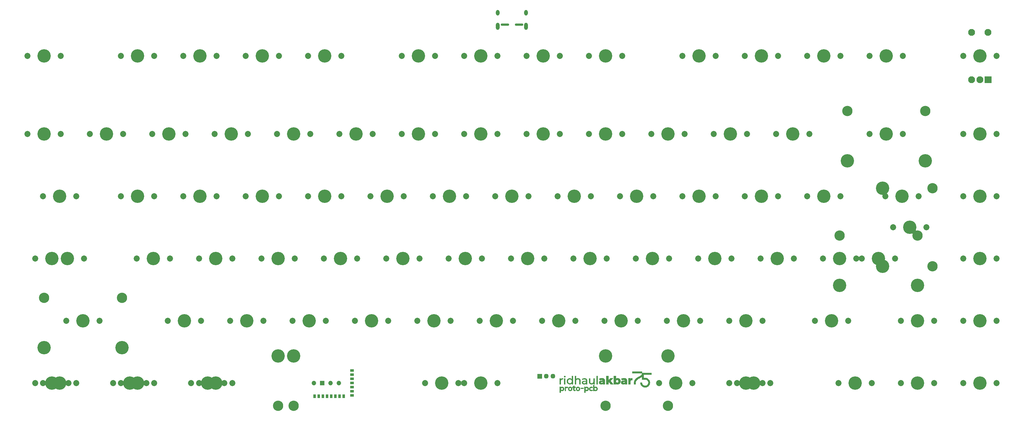
<source format=gts>
G04 #@! TF.GenerationSoftware,KiCad,Pcbnew,(5.1.9)-1*
G04 #@! TF.CreationDate,2021-03-25T09:11:33+08:00*
G04 #@! TF.ProjectId,ridhaulakbar75,72696468-6175-46c6-916b-62617237352e,rev?*
G04 #@! TF.SameCoordinates,Original*
G04 #@! TF.FileFunction,Soldermask,Top*
G04 #@! TF.FilePolarity,Negative*
%FSLAX46Y46*%
G04 Gerber Fmt 4.6, Leading zero omitted, Abs format (unit mm)*
G04 Created by KiCad (PCBNEW (5.1.9)-1) date 2021-03-25 09:11:33*
%MOMM*%
%LPD*%
G01*
G04 APERTURE LIST*
%ADD10C,0.010000*%
%ADD11O,1.372000X1.372000*%
%ADD12C,4.089800*%
%ADD13C,1.852000*%
%ADD14C,3.150000*%
%ADD15O,2.602000X0.752000*%
%ADD16O,1.102000X2.202000*%
%ADD17O,1.102000X1.702000*%
%ADD18O,1.452000X1.452000*%
%ADD19C,2.102000*%
%ADD20C,0.100000*%
G04 APERTURE END LIST*
D10*
G36*
X222476900Y-191641641D02*
G01*
X222496710Y-191643111D01*
X222575286Y-191654567D01*
X222649253Y-191674772D01*
X222718230Y-191703234D01*
X222781831Y-191739461D01*
X222839673Y-191782958D01*
X222891372Y-191833235D01*
X222936544Y-191889796D01*
X222974805Y-191952151D01*
X223005770Y-192019805D01*
X223029057Y-192092266D01*
X223044281Y-192169041D01*
X223051058Y-192249638D01*
X223049004Y-192333562D01*
X223047547Y-192350225D01*
X223035090Y-192433070D01*
X223014541Y-192510528D01*
X222986101Y-192582267D01*
X222949972Y-192647956D01*
X222906357Y-192707264D01*
X222855456Y-192759858D01*
X222797471Y-192805408D01*
X222754237Y-192832112D01*
X222691497Y-192861758D01*
X222623656Y-192884139D01*
X222552294Y-192899206D01*
X222478993Y-192906909D01*
X222405336Y-192907202D01*
X222332904Y-192900035D01*
X222263278Y-192885360D01*
X222198040Y-192863128D01*
X222169312Y-192850039D01*
X222143274Y-192836034D01*
X222121243Y-192821347D01*
X222099543Y-192803298D01*
X222080899Y-192785570D01*
X222038980Y-192744228D01*
X222038980Y-193386752D01*
X221734120Y-193386752D01*
X221734120Y-192274009D01*
X222068593Y-192274009D01*
X222069826Y-192311857D01*
X222073921Y-192344225D01*
X222081749Y-192373917D01*
X222094184Y-192403736D01*
X222112097Y-192436484D01*
X222126323Y-192459467D01*
X222141297Y-192482633D01*
X222153151Y-192499509D01*
X222164152Y-192512418D01*
X222176566Y-192523686D01*
X222192660Y-192535638D01*
X222214703Y-192550599D01*
X222216083Y-192551522D01*
X222255388Y-192575947D01*
X222290937Y-192593429D01*
X222325548Y-192604774D01*
X222362037Y-192610790D01*
X222403222Y-192612284D01*
X222425833Y-192611616D01*
X222458060Y-192608834D01*
X222488831Y-192603847D01*
X222509032Y-192598807D01*
X222535400Y-192588176D01*
X222567287Y-192571095D01*
X222598053Y-192551796D01*
X222620708Y-192536547D01*
X222637194Y-192524503D01*
X222649780Y-192513344D01*
X222660737Y-192500750D01*
X222672336Y-192484404D01*
X222686846Y-192461985D01*
X222688452Y-192459467D01*
X222710751Y-192422238D01*
X222726774Y-192389419D01*
X222737385Y-192358189D01*
X222743445Y-192325726D01*
X222745819Y-192289208D01*
X222745922Y-192271633D01*
X222744322Y-192230370D01*
X222739555Y-192195371D01*
X222730677Y-192163427D01*
X222716744Y-192131332D01*
X222696814Y-192095879D01*
X222691826Y-192087785D01*
X222677274Y-192064752D01*
X222665696Y-192047978D01*
X222654804Y-192035079D01*
X222642308Y-192023675D01*
X222625917Y-192011382D01*
X222603543Y-191995957D01*
X222570582Y-191974546D01*
X222541996Y-191958867D01*
X222515000Y-191948078D01*
X222486811Y-191941335D01*
X222454646Y-191937798D01*
X222415721Y-191936624D01*
X222407354Y-191936599D01*
X222366836Y-191937417D01*
X222333602Y-191940433D01*
X222304865Y-191946488D01*
X222277839Y-191956425D01*
X222249737Y-191971083D01*
X222217772Y-191991305D01*
X222210931Y-191995915D01*
X222188391Y-192011398D01*
X222172048Y-192023598D01*
X222159642Y-192034863D01*
X222148913Y-192047543D01*
X222137601Y-192063987D01*
X222123443Y-192086544D01*
X222122938Y-192087362D01*
X222101590Y-192124166D01*
X222086387Y-192156714D01*
X222076432Y-192188078D01*
X222070832Y-192221333D01*
X222068692Y-192259552D01*
X222068593Y-192274009D01*
X221734120Y-192274009D01*
X221734120Y-191664287D01*
X222017525Y-191664287D01*
X222020441Y-191680801D01*
X222022183Y-191692665D01*
X222024592Y-191711721D01*
X222027313Y-191735047D01*
X222029302Y-191753205D01*
X222032029Y-191776498D01*
X222034820Y-191796369D01*
X222037311Y-191810435D01*
X222038858Y-191815935D01*
X222043102Y-191816571D01*
X222051966Y-191810182D01*
X222065988Y-191796322D01*
X222077216Y-191784104D01*
X222103056Y-191757902D01*
X222131037Y-191735208D01*
X222162178Y-191714576D01*
X222219471Y-191683826D01*
X222278239Y-191661446D01*
X222339834Y-191647148D01*
X222405604Y-191640642D01*
X222476900Y-191641641D01*
G37*
X222476900Y-191641641D02*
X222496710Y-191643111D01*
X222575286Y-191654567D01*
X222649253Y-191674772D01*
X222718230Y-191703234D01*
X222781831Y-191739461D01*
X222839673Y-191782958D01*
X222891372Y-191833235D01*
X222936544Y-191889796D01*
X222974805Y-191952151D01*
X223005770Y-192019805D01*
X223029057Y-192092266D01*
X223044281Y-192169041D01*
X223051058Y-192249638D01*
X223049004Y-192333562D01*
X223047547Y-192350225D01*
X223035090Y-192433070D01*
X223014541Y-192510528D01*
X222986101Y-192582267D01*
X222949972Y-192647956D01*
X222906357Y-192707264D01*
X222855456Y-192759858D01*
X222797471Y-192805408D01*
X222754237Y-192832112D01*
X222691497Y-192861758D01*
X222623656Y-192884139D01*
X222552294Y-192899206D01*
X222478993Y-192906909D01*
X222405336Y-192907202D01*
X222332904Y-192900035D01*
X222263278Y-192885360D01*
X222198040Y-192863128D01*
X222169312Y-192850039D01*
X222143274Y-192836034D01*
X222121243Y-192821347D01*
X222099543Y-192803298D01*
X222080899Y-192785570D01*
X222038980Y-192744228D01*
X222038980Y-193386752D01*
X221734120Y-193386752D01*
X221734120Y-192274009D01*
X222068593Y-192274009D01*
X222069826Y-192311857D01*
X222073921Y-192344225D01*
X222081749Y-192373917D01*
X222094184Y-192403736D01*
X222112097Y-192436484D01*
X222126323Y-192459467D01*
X222141297Y-192482633D01*
X222153151Y-192499509D01*
X222164152Y-192512418D01*
X222176566Y-192523686D01*
X222192660Y-192535638D01*
X222214703Y-192550599D01*
X222216083Y-192551522D01*
X222255388Y-192575947D01*
X222290937Y-192593429D01*
X222325548Y-192604774D01*
X222362037Y-192610790D01*
X222403222Y-192612284D01*
X222425833Y-192611616D01*
X222458060Y-192608834D01*
X222488831Y-192603847D01*
X222509032Y-192598807D01*
X222535400Y-192588176D01*
X222567287Y-192571095D01*
X222598053Y-192551796D01*
X222620708Y-192536547D01*
X222637194Y-192524503D01*
X222649780Y-192513344D01*
X222660737Y-192500750D01*
X222672336Y-192484404D01*
X222686846Y-192461985D01*
X222688452Y-192459467D01*
X222710751Y-192422238D01*
X222726774Y-192389419D01*
X222737385Y-192358189D01*
X222743445Y-192325726D01*
X222745819Y-192289208D01*
X222745922Y-192271633D01*
X222744322Y-192230370D01*
X222739555Y-192195371D01*
X222730677Y-192163427D01*
X222716744Y-192131332D01*
X222696814Y-192095879D01*
X222691826Y-192087785D01*
X222677274Y-192064752D01*
X222665696Y-192047978D01*
X222654804Y-192035079D01*
X222642308Y-192023675D01*
X222625917Y-192011382D01*
X222603543Y-191995957D01*
X222570582Y-191974546D01*
X222541996Y-191958867D01*
X222515000Y-191948078D01*
X222486811Y-191941335D01*
X222454646Y-191937798D01*
X222415721Y-191936624D01*
X222407354Y-191936599D01*
X222366836Y-191937417D01*
X222333602Y-191940433D01*
X222304865Y-191946488D01*
X222277839Y-191956425D01*
X222249737Y-191971083D01*
X222217772Y-191991305D01*
X222210931Y-191995915D01*
X222188391Y-192011398D01*
X222172048Y-192023598D01*
X222159642Y-192034863D01*
X222148913Y-192047543D01*
X222137601Y-192063987D01*
X222123443Y-192086544D01*
X222122938Y-192087362D01*
X222101590Y-192124166D01*
X222086387Y-192156714D01*
X222076432Y-192188078D01*
X222070832Y-192221333D01*
X222068692Y-192259552D01*
X222068593Y-192274009D01*
X221734120Y-192274009D01*
X221734120Y-191664287D01*
X222017525Y-191664287D01*
X222020441Y-191680801D01*
X222022183Y-191692665D01*
X222024592Y-191711721D01*
X222027313Y-191735047D01*
X222029302Y-191753205D01*
X222032029Y-191776498D01*
X222034820Y-191796369D01*
X222037311Y-191810435D01*
X222038858Y-191815935D01*
X222043102Y-191816571D01*
X222051966Y-191810182D01*
X222065988Y-191796322D01*
X222077216Y-191784104D01*
X222103056Y-191757902D01*
X222131037Y-191735208D01*
X222162178Y-191714576D01*
X222219471Y-191683826D01*
X222278239Y-191661446D01*
X222339834Y-191647148D01*
X222405604Y-191640642D01*
X222476900Y-191641641D01*
G36*
X229986642Y-191641641D02*
G01*
X230006452Y-191643111D01*
X230085028Y-191654567D01*
X230158995Y-191674772D01*
X230227972Y-191703234D01*
X230291573Y-191739461D01*
X230349415Y-191782958D01*
X230401114Y-191833235D01*
X230446286Y-191889796D01*
X230484547Y-191952151D01*
X230515512Y-192019805D01*
X230538799Y-192092266D01*
X230554023Y-192169041D01*
X230560800Y-192249638D01*
X230558746Y-192333562D01*
X230557289Y-192350225D01*
X230544832Y-192433070D01*
X230524283Y-192510528D01*
X230495843Y-192582267D01*
X230459714Y-192647956D01*
X230416099Y-192707264D01*
X230365198Y-192759858D01*
X230307213Y-192805408D01*
X230263979Y-192832112D01*
X230201239Y-192861758D01*
X230133398Y-192884139D01*
X230062036Y-192899206D01*
X229988735Y-192906909D01*
X229915078Y-192907202D01*
X229842646Y-192900035D01*
X229773020Y-192885360D01*
X229707782Y-192863128D01*
X229679054Y-192850039D01*
X229653016Y-192836034D01*
X229630984Y-192821347D01*
X229609285Y-192803298D01*
X229590641Y-192785570D01*
X229548722Y-192744228D01*
X229548722Y-193386752D01*
X229243861Y-193386752D01*
X229243861Y-192274009D01*
X229578335Y-192274009D01*
X229579568Y-192311857D01*
X229583663Y-192344225D01*
X229591491Y-192373917D01*
X229603926Y-192403736D01*
X229621839Y-192436484D01*
X229636065Y-192459467D01*
X229651039Y-192482633D01*
X229662893Y-192499509D01*
X229673894Y-192512418D01*
X229686308Y-192523686D01*
X229702402Y-192535638D01*
X229724445Y-192550599D01*
X229725825Y-192551522D01*
X229765130Y-192575947D01*
X229800679Y-192593429D01*
X229835290Y-192604774D01*
X229871779Y-192610790D01*
X229912964Y-192612284D01*
X229935575Y-192611616D01*
X229967802Y-192608834D01*
X229998573Y-192603847D01*
X230018774Y-192598807D01*
X230045142Y-192588176D01*
X230077029Y-192571095D01*
X230107795Y-192551796D01*
X230130450Y-192536547D01*
X230146936Y-192524503D01*
X230159522Y-192513344D01*
X230170479Y-192500750D01*
X230182078Y-192484404D01*
X230196588Y-192461985D01*
X230198194Y-192459467D01*
X230220493Y-192422238D01*
X230236516Y-192389419D01*
X230247127Y-192358189D01*
X230253187Y-192325726D01*
X230255561Y-192289208D01*
X230255664Y-192271633D01*
X230254064Y-192230370D01*
X230249297Y-192195371D01*
X230240419Y-192163427D01*
X230226486Y-192131332D01*
X230206556Y-192095879D01*
X230201568Y-192087785D01*
X230187016Y-192064752D01*
X230175438Y-192047978D01*
X230164546Y-192035079D01*
X230152050Y-192023675D01*
X230135659Y-192011382D01*
X230113285Y-191995957D01*
X230080324Y-191974546D01*
X230051738Y-191958867D01*
X230024742Y-191948078D01*
X229996553Y-191941335D01*
X229964388Y-191937798D01*
X229925463Y-191936624D01*
X229917096Y-191936599D01*
X229876578Y-191937417D01*
X229843343Y-191940433D01*
X229814607Y-191946488D01*
X229787581Y-191956425D01*
X229759479Y-191971083D01*
X229727514Y-191991305D01*
X229720673Y-191995915D01*
X229698133Y-192011398D01*
X229681790Y-192023598D01*
X229669384Y-192034863D01*
X229658655Y-192047543D01*
X229647343Y-192063987D01*
X229633185Y-192086544D01*
X229632680Y-192087362D01*
X229611332Y-192124166D01*
X229596128Y-192156714D01*
X229586174Y-192188078D01*
X229580574Y-192221333D01*
X229578434Y-192259552D01*
X229578335Y-192274009D01*
X229243861Y-192274009D01*
X229243861Y-191664287D01*
X229527267Y-191664287D01*
X229530183Y-191680801D01*
X229531925Y-191692665D01*
X229534334Y-191711721D01*
X229537055Y-191735047D01*
X229539044Y-191753205D01*
X229541771Y-191776498D01*
X229544562Y-191796369D01*
X229547053Y-191810435D01*
X229548600Y-191815935D01*
X229552844Y-191816571D01*
X229561708Y-191810182D01*
X229575730Y-191796322D01*
X229586958Y-191784104D01*
X229612798Y-191757902D01*
X229640779Y-191735208D01*
X229671920Y-191714576D01*
X229729213Y-191683826D01*
X229787981Y-191661446D01*
X229849576Y-191647148D01*
X229915346Y-191640642D01*
X229986642Y-191641641D01*
G37*
X229986642Y-191641641D02*
X230006452Y-191643111D01*
X230085028Y-191654567D01*
X230158995Y-191674772D01*
X230227972Y-191703234D01*
X230291573Y-191739461D01*
X230349415Y-191782958D01*
X230401114Y-191833235D01*
X230446286Y-191889796D01*
X230484547Y-191952151D01*
X230515512Y-192019805D01*
X230538799Y-192092266D01*
X230554023Y-192169041D01*
X230560800Y-192249638D01*
X230558746Y-192333562D01*
X230557289Y-192350225D01*
X230544832Y-192433070D01*
X230524283Y-192510528D01*
X230495843Y-192582267D01*
X230459714Y-192647956D01*
X230416099Y-192707264D01*
X230365198Y-192759858D01*
X230307213Y-192805408D01*
X230263979Y-192832112D01*
X230201239Y-192861758D01*
X230133398Y-192884139D01*
X230062036Y-192899206D01*
X229988735Y-192906909D01*
X229915078Y-192907202D01*
X229842646Y-192900035D01*
X229773020Y-192885360D01*
X229707782Y-192863128D01*
X229679054Y-192850039D01*
X229653016Y-192836034D01*
X229630984Y-192821347D01*
X229609285Y-192803298D01*
X229590641Y-192785570D01*
X229548722Y-192744228D01*
X229548722Y-193386752D01*
X229243861Y-193386752D01*
X229243861Y-192274009D01*
X229578335Y-192274009D01*
X229579568Y-192311857D01*
X229583663Y-192344225D01*
X229591491Y-192373917D01*
X229603926Y-192403736D01*
X229621839Y-192436484D01*
X229636065Y-192459467D01*
X229651039Y-192482633D01*
X229662893Y-192499509D01*
X229673894Y-192512418D01*
X229686308Y-192523686D01*
X229702402Y-192535638D01*
X229724445Y-192550599D01*
X229725825Y-192551522D01*
X229765130Y-192575947D01*
X229800679Y-192593429D01*
X229835290Y-192604774D01*
X229871779Y-192610790D01*
X229912964Y-192612284D01*
X229935575Y-192611616D01*
X229967802Y-192608834D01*
X229998573Y-192603847D01*
X230018774Y-192598807D01*
X230045142Y-192588176D01*
X230077029Y-192571095D01*
X230107795Y-192551796D01*
X230130450Y-192536547D01*
X230146936Y-192524503D01*
X230159522Y-192513344D01*
X230170479Y-192500750D01*
X230182078Y-192484404D01*
X230196588Y-192461985D01*
X230198194Y-192459467D01*
X230220493Y-192422238D01*
X230236516Y-192389419D01*
X230247127Y-192358189D01*
X230253187Y-192325726D01*
X230255561Y-192289208D01*
X230255664Y-192271633D01*
X230254064Y-192230370D01*
X230249297Y-192195371D01*
X230240419Y-192163427D01*
X230226486Y-192131332D01*
X230206556Y-192095879D01*
X230201568Y-192087785D01*
X230187016Y-192064752D01*
X230175438Y-192047978D01*
X230164546Y-192035079D01*
X230152050Y-192023675D01*
X230135659Y-192011382D01*
X230113285Y-191995957D01*
X230080324Y-191974546D01*
X230051738Y-191958867D01*
X230024742Y-191948078D01*
X229996553Y-191941335D01*
X229964388Y-191937798D01*
X229925463Y-191936624D01*
X229917096Y-191936599D01*
X229876578Y-191937417D01*
X229843343Y-191940433D01*
X229814607Y-191946488D01*
X229787581Y-191956425D01*
X229759479Y-191971083D01*
X229727514Y-191991305D01*
X229720673Y-191995915D01*
X229698133Y-192011398D01*
X229681790Y-192023598D01*
X229669384Y-192034863D01*
X229658655Y-192047543D01*
X229647343Y-192063987D01*
X229633185Y-192086544D01*
X229632680Y-192087362D01*
X229611332Y-192124166D01*
X229596128Y-192156714D01*
X229586174Y-192188078D01*
X229580574Y-192221333D01*
X229578434Y-192259552D01*
X229578335Y-192274009D01*
X229243861Y-192274009D01*
X229243861Y-191664287D01*
X229527267Y-191664287D01*
X229530183Y-191680801D01*
X229531925Y-191692665D01*
X229534334Y-191711721D01*
X229537055Y-191735047D01*
X229539044Y-191753205D01*
X229541771Y-191776498D01*
X229544562Y-191796369D01*
X229547053Y-191810435D01*
X229548600Y-191815935D01*
X229552844Y-191816571D01*
X229561708Y-191810182D01*
X229575730Y-191796322D01*
X229586958Y-191784104D01*
X229612798Y-191757902D01*
X229640779Y-191735208D01*
X229671920Y-191714576D01*
X229729213Y-191683826D01*
X229787981Y-191661446D01*
X229849576Y-191647148D01*
X229915346Y-191640642D01*
X229986642Y-191641641D01*
G36*
X231442267Y-191636222D02*
G01*
X231512250Y-191647908D01*
X231539839Y-191654866D01*
X231585240Y-191669795D01*
X231629019Y-191689001D01*
X231672736Y-191713407D01*
X231717950Y-191743940D01*
X231766220Y-191781525D01*
X231796760Y-191807380D01*
X231795437Y-191812568D01*
X231787783Y-191823476D01*
X231774809Y-191838798D01*
X231761141Y-191853497D01*
X231742604Y-191872808D01*
X231719627Y-191896811D01*
X231694769Y-191922829D01*
X231670589Y-191948186D01*
X231663648Y-191955476D01*
X231606542Y-192015478D01*
X231577322Y-191993021D01*
X231541818Y-191968673D01*
X231504678Y-191949665D01*
X231461777Y-191933903D01*
X231459185Y-191933094D01*
X231438925Y-191927509D01*
X231419380Y-191923949D01*
X231397233Y-191922018D01*
X231369168Y-191921322D01*
X231360105Y-191921295D01*
X231320251Y-191922465D01*
X231286548Y-191926568D01*
X231256115Y-191934505D01*
X231226070Y-191947179D01*
X231193530Y-191965488D01*
X231169698Y-191980824D01*
X231147133Y-191996019D01*
X231130709Y-192008004D01*
X231118186Y-192019079D01*
X231107326Y-192031540D01*
X231095888Y-192047686D01*
X231081633Y-192069813D01*
X231079164Y-192073711D01*
X231057523Y-192109665D01*
X231041762Y-192140933D01*
X231031022Y-192170438D01*
X231024448Y-192201101D01*
X231021179Y-192235843D01*
X231020355Y-192274009D01*
X231021345Y-192316932D01*
X231024880Y-192352633D01*
X231031785Y-192383905D01*
X231042887Y-192413540D01*
X231059009Y-192444333D01*
X231080885Y-192478939D01*
X231096288Y-192501766D01*
X231108305Y-192518298D01*
X231119175Y-192530709D01*
X231131131Y-192541170D01*
X231146411Y-192551853D01*
X231167250Y-192564931D01*
X231173108Y-192568533D01*
X231208999Y-192589285D01*
X231240543Y-192604076D01*
X231270888Y-192613804D01*
X231303185Y-192619367D01*
X231340583Y-192621664D01*
X231360105Y-192621872D01*
X231422783Y-192618014D01*
X231479486Y-192606323D01*
X231531017Y-192586536D01*
X231578177Y-192558393D01*
X231595483Y-192545157D01*
X231622874Y-192522844D01*
X231707433Y-192603768D01*
X231732924Y-192628229D01*
X231757089Y-192651536D01*
X231778566Y-192672368D01*
X231795994Y-192689401D01*
X231808009Y-192701313D01*
X231811165Y-192704523D01*
X231830339Y-192724354D01*
X231776833Y-192768506D01*
X231712394Y-192815995D01*
X231645529Y-192853866D01*
X231575329Y-192882485D01*
X231500886Y-192902221D01*
X231421290Y-192913442D01*
X231418536Y-192913674D01*
X231392954Y-192915702D01*
X231370924Y-192917295D01*
X231354473Y-192918320D01*
X231345630Y-192918639D01*
X231344862Y-192918595D01*
X231337986Y-192917896D01*
X231323278Y-192916565D01*
X231303034Y-192914807D01*
X231283889Y-192913187D01*
X231222999Y-192905030D01*
X231160111Y-192891058D01*
X231099341Y-192872335D01*
X231051798Y-192853193D01*
X230984725Y-192817231D01*
X230924645Y-192774074D01*
X230871732Y-192724062D01*
X230826159Y-192667536D01*
X230788100Y-192604836D01*
X230757729Y-192536301D01*
X230735219Y-192462270D01*
X230720745Y-192383085D01*
X230714480Y-192299085D01*
X230716597Y-192210610D01*
X230717475Y-192199064D01*
X230728769Y-192115849D01*
X230748407Y-192038292D01*
X230776123Y-191966655D01*
X230811653Y-191901198D01*
X230854730Y-191842183D01*
X230905089Y-191789869D01*
X230962465Y-191744517D01*
X231026592Y-191706389D01*
X231097204Y-191675744D01*
X231174037Y-191652844D01*
X231256824Y-191637948D01*
X231292781Y-191634186D01*
X231368268Y-191631578D01*
X231442267Y-191636222D01*
G37*
X231442267Y-191636222D02*
X231512250Y-191647908D01*
X231539839Y-191654866D01*
X231585240Y-191669795D01*
X231629019Y-191689001D01*
X231672736Y-191713407D01*
X231717950Y-191743940D01*
X231766220Y-191781525D01*
X231796760Y-191807380D01*
X231795437Y-191812568D01*
X231787783Y-191823476D01*
X231774809Y-191838798D01*
X231761141Y-191853497D01*
X231742604Y-191872808D01*
X231719627Y-191896811D01*
X231694769Y-191922829D01*
X231670589Y-191948186D01*
X231663648Y-191955476D01*
X231606542Y-192015478D01*
X231577322Y-191993021D01*
X231541818Y-191968673D01*
X231504678Y-191949665D01*
X231461777Y-191933903D01*
X231459185Y-191933094D01*
X231438925Y-191927509D01*
X231419380Y-191923949D01*
X231397233Y-191922018D01*
X231369168Y-191921322D01*
X231360105Y-191921295D01*
X231320251Y-191922465D01*
X231286548Y-191926568D01*
X231256115Y-191934505D01*
X231226070Y-191947179D01*
X231193530Y-191965488D01*
X231169698Y-191980824D01*
X231147133Y-191996019D01*
X231130709Y-192008004D01*
X231118186Y-192019079D01*
X231107326Y-192031540D01*
X231095888Y-192047686D01*
X231081633Y-192069813D01*
X231079164Y-192073711D01*
X231057523Y-192109665D01*
X231041762Y-192140933D01*
X231031022Y-192170438D01*
X231024448Y-192201101D01*
X231021179Y-192235843D01*
X231020355Y-192274009D01*
X231021345Y-192316932D01*
X231024880Y-192352633D01*
X231031785Y-192383905D01*
X231042887Y-192413540D01*
X231059009Y-192444333D01*
X231080885Y-192478939D01*
X231096288Y-192501766D01*
X231108305Y-192518298D01*
X231119175Y-192530709D01*
X231131131Y-192541170D01*
X231146411Y-192551853D01*
X231167250Y-192564931D01*
X231173108Y-192568533D01*
X231208999Y-192589285D01*
X231240543Y-192604076D01*
X231270888Y-192613804D01*
X231303185Y-192619367D01*
X231340583Y-192621664D01*
X231360105Y-192621872D01*
X231422783Y-192618014D01*
X231479486Y-192606323D01*
X231531017Y-192586536D01*
X231578177Y-192558393D01*
X231595483Y-192545157D01*
X231622874Y-192522844D01*
X231707433Y-192603768D01*
X231732924Y-192628229D01*
X231757089Y-192651536D01*
X231778566Y-192672368D01*
X231795994Y-192689401D01*
X231808009Y-192701313D01*
X231811165Y-192704523D01*
X231830339Y-192724354D01*
X231776833Y-192768506D01*
X231712394Y-192815995D01*
X231645529Y-192853866D01*
X231575329Y-192882485D01*
X231500886Y-192902221D01*
X231421290Y-192913442D01*
X231418536Y-192913674D01*
X231392954Y-192915702D01*
X231370924Y-192917295D01*
X231354473Y-192918320D01*
X231345630Y-192918639D01*
X231344862Y-192918595D01*
X231337986Y-192917896D01*
X231323278Y-192916565D01*
X231303034Y-192914807D01*
X231283889Y-192913187D01*
X231222999Y-192905030D01*
X231160111Y-192891058D01*
X231099341Y-192872335D01*
X231051798Y-192853193D01*
X230984725Y-192817231D01*
X230924645Y-192774074D01*
X230871732Y-192724062D01*
X230826159Y-192667536D01*
X230788100Y-192604836D01*
X230757729Y-192536301D01*
X230735219Y-192462270D01*
X230720745Y-192383085D01*
X230714480Y-192299085D01*
X230716597Y-192210610D01*
X230717475Y-192199064D01*
X230728769Y-192115849D01*
X230748407Y-192038292D01*
X230776123Y-191966655D01*
X230811653Y-191901198D01*
X230854730Y-191842183D01*
X230905089Y-191789869D01*
X230962465Y-191744517D01*
X231026592Y-191706389D01*
X231097204Y-191675744D01*
X231174037Y-191652844D01*
X231256824Y-191637948D01*
X231292781Y-191634186D01*
X231368268Y-191631578D01*
X231442267Y-191636222D01*
G36*
X224960105Y-191643076D02*
G01*
X225038977Y-191652462D01*
X225115384Y-191670446D01*
X225188021Y-191696899D01*
X225232727Y-191718645D01*
X225296771Y-191758875D01*
X225354351Y-191806531D01*
X225405120Y-191860928D01*
X225448735Y-191921379D01*
X225484848Y-191987197D01*
X225513115Y-192057696D01*
X225533190Y-192132189D01*
X225544728Y-192209991D01*
X225547383Y-192290414D01*
X225544676Y-192338442D01*
X225532699Y-192420712D01*
X225512135Y-192497897D01*
X225483363Y-192569614D01*
X225446763Y-192635476D01*
X225402713Y-192695102D01*
X225351593Y-192748105D01*
X225293783Y-192794101D01*
X225229660Y-192832707D01*
X225159605Y-192863539D01*
X225083996Y-192886210D01*
X225003214Y-192900338D01*
X224988794Y-192901882D01*
X224960427Y-192904652D01*
X224939265Y-192906556D01*
X224922616Y-192907588D01*
X224907789Y-192907741D01*
X224892090Y-192907006D01*
X224872829Y-192905378D01*
X224847312Y-192902847D01*
X224833539Y-192901459D01*
X224754170Y-192888735D01*
X224679482Y-192867228D01*
X224609915Y-192837389D01*
X224545906Y-192799668D01*
X224487893Y-192754516D01*
X224436315Y-192702383D01*
X224391609Y-192643721D01*
X224354215Y-192578979D01*
X224324570Y-192508610D01*
X224303113Y-192433062D01*
X224290281Y-192352787D01*
X224289243Y-192341727D01*
X224287022Y-192274941D01*
X224588765Y-192274941D01*
X224599383Y-192340943D01*
X224604119Y-192369059D01*
X224608516Y-192390217D01*
X224613607Y-192407527D01*
X224620426Y-192424102D01*
X224630006Y-192443052D01*
X224638477Y-192458611D01*
X224651876Y-192482802D01*
X224662280Y-192500457D01*
X224671636Y-192513823D01*
X224681891Y-192525148D01*
X224694993Y-192536679D01*
X224712891Y-192550663D01*
X224728521Y-192562515D01*
X224761151Y-192585402D01*
X224789392Y-192601115D01*
X224808134Y-192608593D01*
X224830207Y-192614719D01*
X224855615Y-192620112D01*
X224881218Y-192624274D01*
X224903875Y-192626707D01*
X224920447Y-192626916D01*
X224922457Y-192626691D01*
X224932937Y-192625420D01*
X224949406Y-192623651D01*
X224963105Y-192622275D01*
X224995627Y-192617399D01*
X225024939Y-192608821D01*
X225053632Y-192595399D01*
X225084295Y-192575992D01*
X225108225Y-192558306D01*
X225129869Y-192541427D01*
X225145505Y-192528271D01*
X225157203Y-192516404D01*
X225167036Y-192503389D01*
X225177078Y-192486790D01*
X225189399Y-192464170D01*
X225191266Y-192460680D01*
X225204622Y-192435080D01*
X225213991Y-192414945D01*
X225220527Y-192396972D01*
X225225384Y-192377861D01*
X225229719Y-192354312D01*
X225230801Y-192347684D01*
X225237416Y-192297495D01*
X225239451Y-192254106D01*
X225236490Y-192215046D01*
X225228120Y-192177845D01*
X225213925Y-192140034D01*
X225193491Y-192099142D01*
X225187145Y-192087771D01*
X225173066Y-192063276D01*
X225161874Y-192045278D01*
X225151510Y-192031396D01*
X225139919Y-192019247D01*
X225125044Y-192006449D01*
X225104828Y-191990622D01*
X225100184Y-191987053D01*
X225068168Y-191963549D01*
X225040576Y-191946364D01*
X225014711Y-191934566D01*
X224987877Y-191927225D01*
X224957377Y-191923408D01*
X224920514Y-191922185D01*
X224912295Y-191922170D01*
X224873195Y-191923144D01*
X224841211Y-191926554D01*
X224813583Y-191933357D01*
X224787554Y-191944508D01*
X224760365Y-191960961D01*
X224729258Y-191983674D01*
X224724835Y-191987095D01*
X224703199Y-192004110D01*
X224687519Y-192017467D01*
X224675664Y-192029666D01*
X224665507Y-192043207D01*
X224654917Y-192060588D01*
X224641766Y-192084312D01*
X224641267Y-192085227D01*
X224628128Y-192109695D01*
X224618839Y-192128723D01*
X224612308Y-192145522D01*
X224607446Y-192163306D01*
X224603162Y-192185286D01*
X224599281Y-192208907D01*
X224588765Y-192274941D01*
X224287022Y-192274941D01*
X224286451Y-192257789D01*
X224292554Y-192176960D01*
X224307209Y-192099772D01*
X224330075Y-192026758D01*
X224360812Y-191958448D01*
X224399077Y-191895376D01*
X224444529Y-191838073D01*
X224496827Y-191787071D01*
X224555630Y-191742901D01*
X224620596Y-191706097D01*
X224691383Y-191677189D01*
X224721757Y-191667813D01*
X224800190Y-191650622D01*
X224880074Y-191642420D01*
X224960105Y-191643076D01*
G37*
X224960105Y-191643076D02*
X225038977Y-191652462D01*
X225115384Y-191670446D01*
X225188021Y-191696899D01*
X225232727Y-191718645D01*
X225296771Y-191758875D01*
X225354351Y-191806531D01*
X225405120Y-191860928D01*
X225448735Y-191921379D01*
X225484848Y-191987197D01*
X225513115Y-192057696D01*
X225533190Y-192132189D01*
X225544728Y-192209991D01*
X225547383Y-192290414D01*
X225544676Y-192338442D01*
X225532699Y-192420712D01*
X225512135Y-192497897D01*
X225483363Y-192569614D01*
X225446763Y-192635476D01*
X225402713Y-192695102D01*
X225351593Y-192748105D01*
X225293783Y-192794101D01*
X225229660Y-192832707D01*
X225159605Y-192863539D01*
X225083996Y-192886210D01*
X225003214Y-192900338D01*
X224988794Y-192901882D01*
X224960427Y-192904652D01*
X224939265Y-192906556D01*
X224922616Y-192907588D01*
X224907789Y-192907741D01*
X224892090Y-192907006D01*
X224872829Y-192905378D01*
X224847312Y-192902847D01*
X224833539Y-192901459D01*
X224754170Y-192888735D01*
X224679482Y-192867228D01*
X224609915Y-192837389D01*
X224545906Y-192799668D01*
X224487893Y-192754516D01*
X224436315Y-192702383D01*
X224391609Y-192643721D01*
X224354215Y-192578979D01*
X224324570Y-192508610D01*
X224303113Y-192433062D01*
X224290281Y-192352787D01*
X224289243Y-192341727D01*
X224287022Y-192274941D01*
X224588765Y-192274941D01*
X224599383Y-192340943D01*
X224604119Y-192369059D01*
X224608516Y-192390217D01*
X224613607Y-192407527D01*
X224620426Y-192424102D01*
X224630006Y-192443052D01*
X224638477Y-192458611D01*
X224651876Y-192482802D01*
X224662280Y-192500457D01*
X224671636Y-192513823D01*
X224681891Y-192525148D01*
X224694993Y-192536679D01*
X224712891Y-192550663D01*
X224728521Y-192562515D01*
X224761151Y-192585402D01*
X224789392Y-192601115D01*
X224808134Y-192608593D01*
X224830207Y-192614719D01*
X224855615Y-192620112D01*
X224881218Y-192624274D01*
X224903875Y-192626707D01*
X224920447Y-192626916D01*
X224922457Y-192626691D01*
X224932937Y-192625420D01*
X224949406Y-192623651D01*
X224963105Y-192622275D01*
X224995627Y-192617399D01*
X225024939Y-192608821D01*
X225053632Y-192595399D01*
X225084295Y-192575992D01*
X225108225Y-192558306D01*
X225129869Y-192541427D01*
X225145505Y-192528271D01*
X225157203Y-192516404D01*
X225167036Y-192503389D01*
X225177078Y-192486790D01*
X225189399Y-192464170D01*
X225191266Y-192460680D01*
X225204622Y-192435080D01*
X225213991Y-192414945D01*
X225220527Y-192396972D01*
X225225384Y-192377861D01*
X225229719Y-192354312D01*
X225230801Y-192347684D01*
X225237416Y-192297495D01*
X225239451Y-192254106D01*
X225236490Y-192215046D01*
X225228120Y-192177845D01*
X225213925Y-192140034D01*
X225193491Y-192099142D01*
X225187145Y-192087771D01*
X225173066Y-192063276D01*
X225161874Y-192045278D01*
X225151510Y-192031396D01*
X225139919Y-192019247D01*
X225125044Y-192006449D01*
X225104828Y-191990622D01*
X225100184Y-191987053D01*
X225068168Y-191963549D01*
X225040576Y-191946364D01*
X225014711Y-191934566D01*
X224987877Y-191927225D01*
X224957377Y-191923408D01*
X224920514Y-191922185D01*
X224912295Y-191922170D01*
X224873195Y-191923144D01*
X224841211Y-191926554D01*
X224813583Y-191933357D01*
X224787554Y-191944508D01*
X224760365Y-191960961D01*
X224729258Y-191983674D01*
X224724835Y-191987095D01*
X224703199Y-192004110D01*
X224687519Y-192017467D01*
X224675664Y-192029666D01*
X224665507Y-192043207D01*
X224654917Y-192060588D01*
X224641766Y-192084312D01*
X224641267Y-192085227D01*
X224628128Y-192109695D01*
X224618839Y-192128723D01*
X224612308Y-192145522D01*
X224607446Y-192163306D01*
X224603162Y-192185286D01*
X224599281Y-192208907D01*
X224588765Y-192274941D01*
X224287022Y-192274941D01*
X224286451Y-192257789D01*
X224292554Y-192176960D01*
X224307209Y-192099772D01*
X224330075Y-192026758D01*
X224360812Y-191958448D01*
X224399077Y-191895376D01*
X224444529Y-191838073D01*
X224496827Y-191787071D01*
X224555630Y-191742901D01*
X224620596Y-191706097D01*
X224691383Y-191677189D01*
X224721757Y-191667813D01*
X224800190Y-191650622D01*
X224880074Y-191642420D01*
X224960105Y-191643076D01*
G36*
X227327859Y-191643076D02*
G01*
X227406730Y-191652462D01*
X227483137Y-191670446D01*
X227555774Y-191696899D01*
X227600481Y-191718645D01*
X227664525Y-191758875D01*
X227722104Y-191806531D01*
X227772874Y-191860928D01*
X227816488Y-191921379D01*
X227852602Y-191987197D01*
X227880869Y-192057696D01*
X227900944Y-192132189D01*
X227912481Y-192209991D01*
X227915136Y-192290414D01*
X227912429Y-192338442D01*
X227900452Y-192420712D01*
X227879888Y-192497897D01*
X227851116Y-192569614D01*
X227814516Y-192635476D01*
X227770467Y-192695102D01*
X227719347Y-192748105D01*
X227661536Y-192794101D01*
X227597414Y-192832707D01*
X227527359Y-192863539D01*
X227451750Y-192886210D01*
X227370967Y-192900338D01*
X227356547Y-192901882D01*
X227328180Y-192904652D01*
X227307019Y-192906556D01*
X227290370Y-192907588D01*
X227275542Y-192907741D01*
X227259844Y-192907006D01*
X227240582Y-192905378D01*
X227215066Y-192902847D01*
X227201293Y-192901459D01*
X227121924Y-192888735D01*
X227047236Y-192867228D01*
X226977669Y-192837389D01*
X226913659Y-192799668D01*
X226855646Y-192754516D01*
X226804068Y-192702383D01*
X226759363Y-192643721D01*
X226721969Y-192578979D01*
X226692324Y-192508610D01*
X226670866Y-192433062D01*
X226658034Y-192352787D01*
X226656997Y-192341727D01*
X226654776Y-192274941D01*
X226956519Y-192274941D01*
X226967137Y-192340943D01*
X226971873Y-192369059D01*
X226976269Y-192390217D01*
X226981360Y-192407527D01*
X226988179Y-192424102D01*
X226997760Y-192443052D01*
X227006230Y-192458611D01*
X227019630Y-192482802D01*
X227030034Y-192500457D01*
X227039389Y-192513823D01*
X227049644Y-192525148D01*
X227062747Y-192536679D01*
X227080644Y-192550663D01*
X227096275Y-192562515D01*
X227128904Y-192585402D01*
X227157145Y-192601115D01*
X227175888Y-192608593D01*
X227197961Y-192614719D01*
X227223369Y-192620112D01*
X227248971Y-192624274D01*
X227271629Y-192626707D01*
X227288201Y-192626916D01*
X227290211Y-192626691D01*
X227300691Y-192625420D01*
X227317160Y-192623651D01*
X227330859Y-192622275D01*
X227363380Y-192617399D01*
X227392693Y-192608821D01*
X227421386Y-192595399D01*
X227452049Y-192575992D01*
X227475979Y-192558306D01*
X227497623Y-192541427D01*
X227513258Y-192528271D01*
X227524956Y-192516404D01*
X227534790Y-192503389D01*
X227544831Y-192486790D01*
X227557153Y-192464170D01*
X227559020Y-192460680D01*
X227572376Y-192435080D01*
X227581745Y-192414945D01*
X227588280Y-192396972D01*
X227593138Y-192377861D01*
X227597472Y-192354312D01*
X227598555Y-192347684D01*
X227605169Y-192297495D01*
X227607204Y-192254106D01*
X227604244Y-192215046D01*
X227595874Y-192177845D01*
X227581679Y-192140034D01*
X227561244Y-192099142D01*
X227554898Y-192087771D01*
X227540820Y-192063276D01*
X227529627Y-192045278D01*
X227519264Y-192031396D01*
X227507672Y-192019247D01*
X227492797Y-192006449D01*
X227472582Y-191990622D01*
X227467938Y-191987053D01*
X227435922Y-191963549D01*
X227408330Y-191946364D01*
X227382465Y-191934566D01*
X227355631Y-191927225D01*
X227325131Y-191923408D01*
X227288268Y-191922185D01*
X227280049Y-191922170D01*
X227240949Y-191923144D01*
X227208964Y-191926554D01*
X227181337Y-191933357D01*
X227155308Y-191944508D01*
X227128119Y-191960961D01*
X227097011Y-191983674D01*
X227092588Y-191987095D01*
X227070953Y-192004110D01*
X227055273Y-192017467D01*
X227043418Y-192029666D01*
X227033260Y-192043207D01*
X227022670Y-192060588D01*
X227009520Y-192084312D01*
X227009020Y-192085227D01*
X226995882Y-192109695D01*
X226986592Y-192128723D01*
X226980062Y-192145522D01*
X226975200Y-192163306D01*
X226970915Y-192185286D01*
X226967035Y-192208907D01*
X226956519Y-192274941D01*
X226654776Y-192274941D01*
X226654205Y-192257789D01*
X226660307Y-192176960D01*
X226674962Y-192099772D01*
X226697829Y-192026758D01*
X226728565Y-191958448D01*
X226766831Y-191895376D01*
X226812283Y-191838073D01*
X226864581Y-191787071D01*
X226923384Y-191742901D01*
X226988349Y-191706097D01*
X227059136Y-191677189D01*
X227089511Y-191667813D01*
X227167943Y-191650622D01*
X227247828Y-191642420D01*
X227327859Y-191643076D01*
G37*
X227327859Y-191643076D02*
X227406730Y-191652462D01*
X227483137Y-191670446D01*
X227555774Y-191696899D01*
X227600481Y-191718645D01*
X227664525Y-191758875D01*
X227722104Y-191806531D01*
X227772874Y-191860928D01*
X227816488Y-191921379D01*
X227852602Y-191987197D01*
X227880869Y-192057696D01*
X227900944Y-192132189D01*
X227912481Y-192209991D01*
X227915136Y-192290414D01*
X227912429Y-192338442D01*
X227900452Y-192420712D01*
X227879888Y-192497897D01*
X227851116Y-192569614D01*
X227814516Y-192635476D01*
X227770467Y-192695102D01*
X227719347Y-192748105D01*
X227661536Y-192794101D01*
X227597414Y-192832707D01*
X227527359Y-192863539D01*
X227451750Y-192886210D01*
X227370967Y-192900338D01*
X227356547Y-192901882D01*
X227328180Y-192904652D01*
X227307019Y-192906556D01*
X227290370Y-192907588D01*
X227275542Y-192907741D01*
X227259844Y-192907006D01*
X227240582Y-192905378D01*
X227215066Y-192902847D01*
X227201293Y-192901459D01*
X227121924Y-192888735D01*
X227047236Y-192867228D01*
X226977669Y-192837389D01*
X226913659Y-192799668D01*
X226855646Y-192754516D01*
X226804068Y-192702383D01*
X226759363Y-192643721D01*
X226721969Y-192578979D01*
X226692324Y-192508610D01*
X226670866Y-192433062D01*
X226658034Y-192352787D01*
X226656997Y-192341727D01*
X226654776Y-192274941D01*
X226956519Y-192274941D01*
X226967137Y-192340943D01*
X226971873Y-192369059D01*
X226976269Y-192390217D01*
X226981360Y-192407527D01*
X226988179Y-192424102D01*
X226997760Y-192443052D01*
X227006230Y-192458611D01*
X227019630Y-192482802D01*
X227030034Y-192500457D01*
X227039389Y-192513823D01*
X227049644Y-192525148D01*
X227062747Y-192536679D01*
X227080644Y-192550663D01*
X227096275Y-192562515D01*
X227128904Y-192585402D01*
X227157145Y-192601115D01*
X227175888Y-192608593D01*
X227197961Y-192614719D01*
X227223369Y-192620112D01*
X227248971Y-192624274D01*
X227271629Y-192626707D01*
X227288201Y-192626916D01*
X227290211Y-192626691D01*
X227300691Y-192625420D01*
X227317160Y-192623651D01*
X227330859Y-192622275D01*
X227363380Y-192617399D01*
X227392693Y-192608821D01*
X227421386Y-192595399D01*
X227452049Y-192575992D01*
X227475979Y-192558306D01*
X227497623Y-192541427D01*
X227513258Y-192528271D01*
X227524956Y-192516404D01*
X227534790Y-192503389D01*
X227544831Y-192486790D01*
X227557153Y-192464170D01*
X227559020Y-192460680D01*
X227572376Y-192435080D01*
X227581745Y-192414945D01*
X227588280Y-192396972D01*
X227593138Y-192377861D01*
X227597472Y-192354312D01*
X227598555Y-192347684D01*
X227605169Y-192297495D01*
X227607204Y-192254106D01*
X227604244Y-192215046D01*
X227595874Y-192177845D01*
X227581679Y-192140034D01*
X227561244Y-192099142D01*
X227554898Y-192087771D01*
X227540820Y-192063276D01*
X227529627Y-192045278D01*
X227519264Y-192031396D01*
X227507672Y-192019247D01*
X227492797Y-192006449D01*
X227472582Y-191990622D01*
X227467938Y-191987053D01*
X227435922Y-191963549D01*
X227408330Y-191946364D01*
X227382465Y-191934566D01*
X227355631Y-191927225D01*
X227325131Y-191923408D01*
X227288268Y-191922185D01*
X227280049Y-191922170D01*
X227240949Y-191923144D01*
X227208964Y-191926554D01*
X227181337Y-191933357D01*
X227155308Y-191944508D01*
X227128119Y-191960961D01*
X227097011Y-191983674D01*
X227092588Y-191987095D01*
X227070953Y-192004110D01*
X227055273Y-192017467D01*
X227043418Y-192029666D01*
X227033260Y-192043207D01*
X227022670Y-192060588D01*
X227009520Y-192084312D01*
X227009020Y-192085227D01*
X226995882Y-192109695D01*
X226986592Y-192128723D01*
X226980062Y-192145522D01*
X226975200Y-192163306D01*
X226970915Y-192185286D01*
X226967035Y-192208907D01*
X226956519Y-192274941D01*
X226654776Y-192274941D01*
X226654205Y-192257789D01*
X226660307Y-192176960D01*
X226674962Y-192099772D01*
X226697829Y-192026758D01*
X226728565Y-191958448D01*
X226766831Y-191895376D01*
X226812283Y-191838073D01*
X226864581Y-191787071D01*
X226923384Y-191742901D01*
X226988349Y-191706097D01*
X227059136Y-191677189D01*
X227089511Y-191667813D01*
X227167943Y-191650622D01*
X227247828Y-191642420D01*
X227327859Y-191643076D01*
G36*
X232261985Y-191822419D02*
G01*
X232296098Y-191783768D01*
X232313818Y-191764724D01*
X232330806Y-191749251D01*
X232349984Y-191735048D01*
X232374276Y-191719817D01*
X232386286Y-191712801D01*
X232454737Y-191678977D01*
X232525596Y-191655021D01*
X232598893Y-191640928D01*
X232674660Y-191636691D01*
X232724406Y-191639143D01*
X232806906Y-191650734D01*
X232883394Y-191670256D01*
X232953703Y-191697603D01*
X233017662Y-191732667D01*
X233075106Y-191775344D01*
X233125863Y-191825525D01*
X233169767Y-191883106D01*
X233203656Y-191941915D01*
X233228236Y-191997210D01*
X233246990Y-192054012D01*
X233260597Y-192114862D01*
X233269741Y-192182300D01*
X233270655Y-192191885D01*
X233274460Y-192280143D01*
X233269596Y-192364150D01*
X233256348Y-192443536D01*
X233235000Y-192517930D01*
X233205836Y-192586961D01*
X233169140Y-192650259D01*
X233125196Y-192707452D01*
X233074288Y-192758171D01*
X233016701Y-192802044D01*
X232952718Y-192838701D01*
X232882623Y-192867771D01*
X232806701Y-192888883D01*
X232726898Y-192901497D01*
X232697108Y-192904535D01*
X232674760Y-192906571D01*
X232657189Y-192907638D01*
X232641727Y-192907767D01*
X232625709Y-192906989D01*
X232606467Y-192905335D01*
X232584630Y-192903169D01*
X232518850Y-192891942D01*
X232456676Y-192872124D01*
X232399131Y-192844216D01*
X232347239Y-192808722D01*
X232302023Y-192766146D01*
X232298932Y-192762685D01*
X232284000Y-192745622D01*
X232273389Y-192734349D01*
X232266170Y-192729547D01*
X232261417Y-192731899D01*
X232258202Y-192742086D01*
X232255599Y-192760790D01*
X232252680Y-192788691D01*
X232251774Y-192797354D01*
X232249150Y-192821120D01*
X232246602Y-192842434D01*
X232244484Y-192858422D01*
X232243490Y-192864678D01*
X232240854Y-192878650D01*
X231957124Y-192878650D01*
X231957124Y-192270151D01*
X232285607Y-192270151D01*
X232285613Y-192274009D01*
X232286926Y-192316874D01*
X232291170Y-192352802D01*
X232299268Y-192384696D01*
X232312146Y-192415462D01*
X232330726Y-192448002D01*
X232350309Y-192477250D01*
X232365849Y-192499167D01*
X232378255Y-192515270D01*
X232389845Y-192527740D01*
X232402937Y-192538756D01*
X232419849Y-192550497D01*
X232442899Y-192565144D01*
X232445487Y-192566763D01*
X232481598Y-192587905D01*
X232513538Y-192603101D01*
X232544360Y-192613555D01*
X232577115Y-192620469D01*
X232584630Y-192621599D01*
X232605963Y-192622947D01*
X232633631Y-192622385D01*
X232664048Y-192620213D01*
X232693628Y-192616727D01*
X232718786Y-192612225D01*
X232728805Y-192609621D01*
X232751067Y-192600740D01*
X232778770Y-192586347D01*
X232809702Y-192567616D01*
X232816279Y-192563321D01*
X232839023Y-192548094D01*
X232855638Y-192536013D01*
X232868406Y-192524775D01*
X232879608Y-192512077D01*
X232891528Y-192495616D01*
X232906448Y-192473088D01*
X232907906Y-192470853D01*
X232931136Y-192432857D01*
X232947923Y-192398966D01*
X232959162Y-192366255D01*
X232965746Y-192331798D01*
X232968570Y-192292669D01*
X232968853Y-192271469D01*
X232967307Y-192225891D01*
X232962110Y-192187058D01*
X232952344Y-192151929D01*
X232937092Y-192117462D01*
X232915434Y-192080614D01*
X232907714Y-192068884D01*
X232892081Y-192045934D01*
X232879637Y-192029202D01*
X232868059Y-192016370D01*
X232855023Y-192005121D01*
X232838204Y-191993135D01*
X232819331Y-191980724D01*
X232781255Y-191957730D01*
X232747059Y-191941344D01*
X232713808Y-191930637D01*
X232678565Y-191924679D01*
X232638396Y-191922541D01*
X232635440Y-191922512D01*
X232594078Y-191923683D01*
X232558179Y-191928483D01*
X232524838Y-191937790D01*
X232491155Y-191952479D01*
X232454228Y-191973426D01*
X232442622Y-191980717D01*
X232419611Y-191995604D01*
X232402714Y-192007464D01*
X232389639Y-192018529D01*
X232378095Y-192031031D01*
X232365789Y-192047201D01*
X232350429Y-192069271D01*
X232347947Y-192072897D01*
X232325238Y-192107744D01*
X232308627Y-192138030D01*
X232297235Y-192166584D01*
X232290186Y-192196235D01*
X232286602Y-192229814D01*
X232285607Y-192270151D01*
X231957124Y-192270151D01*
X231957124Y-191156186D01*
X232261985Y-191156186D01*
X232261985Y-191822419D01*
G37*
X232261985Y-191822419D02*
X232296098Y-191783768D01*
X232313818Y-191764724D01*
X232330806Y-191749251D01*
X232349984Y-191735048D01*
X232374276Y-191719817D01*
X232386286Y-191712801D01*
X232454737Y-191678977D01*
X232525596Y-191655021D01*
X232598893Y-191640928D01*
X232674660Y-191636691D01*
X232724406Y-191639143D01*
X232806906Y-191650734D01*
X232883394Y-191670256D01*
X232953703Y-191697603D01*
X233017662Y-191732667D01*
X233075106Y-191775344D01*
X233125863Y-191825525D01*
X233169767Y-191883106D01*
X233203656Y-191941915D01*
X233228236Y-191997210D01*
X233246990Y-192054012D01*
X233260597Y-192114862D01*
X233269741Y-192182300D01*
X233270655Y-192191885D01*
X233274460Y-192280143D01*
X233269596Y-192364150D01*
X233256348Y-192443536D01*
X233235000Y-192517930D01*
X233205836Y-192586961D01*
X233169140Y-192650259D01*
X233125196Y-192707452D01*
X233074288Y-192758171D01*
X233016701Y-192802044D01*
X232952718Y-192838701D01*
X232882623Y-192867771D01*
X232806701Y-192888883D01*
X232726898Y-192901497D01*
X232697108Y-192904535D01*
X232674760Y-192906571D01*
X232657189Y-192907638D01*
X232641727Y-192907767D01*
X232625709Y-192906989D01*
X232606467Y-192905335D01*
X232584630Y-192903169D01*
X232518850Y-192891942D01*
X232456676Y-192872124D01*
X232399131Y-192844216D01*
X232347239Y-192808722D01*
X232302023Y-192766146D01*
X232298932Y-192762685D01*
X232284000Y-192745622D01*
X232273389Y-192734349D01*
X232266170Y-192729547D01*
X232261417Y-192731899D01*
X232258202Y-192742086D01*
X232255599Y-192760790D01*
X232252680Y-192788691D01*
X232251774Y-192797354D01*
X232249150Y-192821120D01*
X232246602Y-192842434D01*
X232244484Y-192858422D01*
X232243490Y-192864678D01*
X232240854Y-192878650D01*
X231957124Y-192878650D01*
X231957124Y-192270151D01*
X232285607Y-192270151D01*
X232285613Y-192274009D01*
X232286926Y-192316874D01*
X232291170Y-192352802D01*
X232299268Y-192384696D01*
X232312146Y-192415462D01*
X232330726Y-192448002D01*
X232350309Y-192477250D01*
X232365849Y-192499167D01*
X232378255Y-192515270D01*
X232389845Y-192527740D01*
X232402937Y-192538756D01*
X232419849Y-192550497D01*
X232442899Y-192565144D01*
X232445487Y-192566763D01*
X232481598Y-192587905D01*
X232513538Y-192603101D01*
X232544360Y-192613555D01*
X232577115Y-192620469D01*
X232584630Y-192621599D01*
X232605963Y-192622947D01*
X232633631Y-192622385D01*
X232664048Y-192620213D01*
X232693628Y-192616727D01*
X232718786Y-192612225D01*
X232728805Y-192609621D01*
X232751067Y-192600740D01*
X232778770Y-192586347D01*
X232809702Y-192567616D01*
X232816279Y-192563321D01*
X232839023Y-192548094D01*
X232855638Y-192536013D01*
X232868406Y-192524775D01*
X232879608Y-192512077D01*
X232891528Y-192495616D01*
X232906448Y-192473088D01*
X232907906Y-192470853D01*
X232931136Y-192432857D01*
X232947923Y-192398966D01*
X232959162Y-192366255D01*
X232965746Y-192331798D01*
X232968570Y-192292669D01*
X232968853Y-192271469D01*
X232967307Y-192225891D01*
X232962110Y-192187058D01*
X232952344Y-192151929D01*
X232937092Y-192117462D01*
X232915434Y-192080614D01*
X232907714Y-192068884D01*
X232892081Y-192045934D01*
X232879637Y-192029202D01*
X232868059Y-192016370D01*
X232855023Y-192005121D01*
X232838204Y-191993135D01*
X232819331Y-191980724D01*
X232781255Y-191957730D01*
X232747059Y-191941344D01*
X232713808Y-191930637D01*
X232678565Y-191924679D01*
X232638396Y-191922541D01*
X232635440Y-191922512D01*
X232594078Y-191923683D01*
X232558179Y-191928483D01*
X232524838Y-191937790D01*
X232491155Y-191952479D01*
X232454228Y-191973426D01*
X232442622Y-191980717D01*
X232419611Y-191995604D01*
X232402714Y-192007464D01*
X232389639Y-192018529D01*
X232378095Y-192031031D01*
X232365789Y-192047201D01*
X232350429Y-192069271D01*
X232347947Y-192072897D01*
X232325238Y-192107744D01*
X232308627Y-192138030D01*
X232297235Y-192166584D01*
X232290186Y-192196235D01*
X232286602Y-192229814D01*
X232285607Y-192270151D01*
X231957124Y-192270151D01*
X231957124Y-191156186D01*
X232261985Y-191156186D01*
X232261985Y-191822419D01*
G36*
X226154604Y-191664287D02*
G01*
X226489951Y-191664287D01*
X226489951Y-191928500D01*
X226154064Y-191928500D01*
X226157144Y-192505746D01*
X226174831Y-192540581D01*
X226186544Y-192561472D01*
X226198078Y-192576115D01*
X226212346Y-192587943D01*
X226218461Y-192592013D01*
X226253136Y-192608267D01*
X226292771Y-192616230D01*
X226336419Y-192615877D01*
X226383137Y-192607189D01*
X226415871Y-192596622D01*
X226433317Y-192590751D01*
X226447029Y-192587426D01*
X226454350Y-192587269D01*
X226454696Y-192587516D01*
X226456978Y-192592962D01*
X226461829Y-192606509D01*
X226468729Y-192626577D01*
X226477162Y-192651587D01*
X226486607Y-192679956D01*
X226496546Y-192710105D01*
X226506461Y-192740454D01*
X226515833Y-192769423D01*
X226524143Y-192795430D01*
X226530873Y-192816896D01*
X226535505Y-192832240D01*
X226537519Y-192839882D01*
X226537527Y-192839933D01*
X226533309Y-192843806D01*
X226520959Y-192849245D01*
X226502292Y-192855734D01*
X226479124Y-192862760D01*
X226453269Y-192869808D01*
X226426543Y-192876361D01*
X226400761Y-192881907D01*
X226377737Y-192885929D01*
X226373087Y-192886576D01*
X226321179Y-192891622D01*
X226269087Y-192893448D01*
X226219372Y-192892113D01*
X226174597Y-192887674D01*
X226141901Y-192881394D01*
X226081743Y-192861758D01*
X226028611Y-192834893D01*
X225982386Y-192800674D01*
X225942947Y-192758980D01*
X225910176Y-192709685D01*
X225883952Y-192652667D01*
X225866412Y-192596843D01*
X225853275Y-192545844D01*
X225851045Y-192237172D01*
X225848814Y-191928500D01*
X225626178Y-191928500D01*
X225626178Y-191664287D01*
X225849743Y-191664287D01*
X225849743Y-191354968D01*
X225871337Y-191351982D01*
X225885968Y-191350134D01*
X225907721Y-191347612D01*
X225934886Y-191344592D01*
X225965752Y-191341253D01*
X225998611Y-191337773D01*
X226031751Y-191334328D01*
X226063463Y-191331097D01*
X226092037Y-191328258D01*
X226115762Y-191325987D01*
X226132929Y-191324463D01*
X226141827Y-191323862D01*
X226142100Y-191323859D01*
X226154604Y-191323859D01*
X226154604Y-191664287D01*
G37*
X226154604Y-191664287D02*
X226489951Y-191664287D01*
X226489951Y-191928500D01*
X226154064Y-191928500D01*
X226157144Y-192505746D01*
X226174831Y-192540581D01*
X226186544Y-192561472D01*
X226198078Y-192576115D01*
X226212346Y-192587943D01*
X226218461Y-192592013D01*
X226253136Y-192608267D01*
X226292771Y-192616230D01*
X226336419Y-192615877D01*
X226383137Y-192607189D01*
X226415871Y-192596622D01*
X226433317Y-192590751D01*
X226447029Y-192587426D01*
X226454350Y-192587269D01*
X226454696Y-192587516D01*
X226456978Y-192592962D01*
X226461829Y-192606509D01*
X226468729Y-192626577D01*
X226477162Y-192651587D01*
X226486607Y-192679956D01*
X226496546Y-192710105D01*
X226506461Y-192740454D01*
X226515833Y-192769423D01*
X226524143Y-192795430D01*
X226530873Y-192816896D01*
X226535505Y-192832240D01*
X226537519Y-192839882D01*
X226537527Y-192839933D01*
X226533309Y-192843806D01*
X226520959Y-192849245D01*
X226502292Y-192855734D01*
X226479124Y-192862760D01*
X226453269Y-192869808D01*
X226426543Y-192876361D01*
X226400761Y-192881907D01*
X226377737Y-192885929D01*
X226373087Y-192886576D01*
X226321179Y-192891622D01*
X226269087Y-192893448D01*
X226219372Y-192892113D01*
X226174597Y-192887674D01*
X226141901Y-192881394D01*
X226081743Y-192861758D01*
X226028611Y-192834893D01*
X225982386Y-192800674D01*
X225942947Y-192758980D01*
X225910176Y-192709685D01*
X225883952Y-192652667D01*
X225866412Y-192596843D01*
X225853275Y-192545844D01*
X225851045Y-192237172D01*
X225848814Y-191928500D01*
X225626178Y-191928500D01*
X225626178Y-191664287D01*
X225849743Y-191664287D01*
X225849743Y-191354968D01*
X225871337Y-191351982D01*
X225885968Y-191350134D01*
X225907721Y-191347612D01*
X225934886Y-191344592D01*
X225965752Y-191341253D01*
X225998611Y-191337773D01*
X226031751Y-191334328D01*
X226063463Y-191331097D01*
X226092037Y-191328258D01*
X226115762Y-191325987D01*
X226132929Y-191324463D01*
X226141827Y-191323862D01*
X226142100Y-191323859D01*
X226154604Y-191323859D01*
X226154604Y-191664287D01*
G36*
X223913875Y-191636572D02*
G01*
X223947112Y-191636776D01*
X223972488Y-191637354D01*
X223992304Y-191638545D01*
X224008860Y-191640590D01*
X224024457Y-191643728D01*
X224041396Y-191648200D01*
X224050476Y-191650832D01*
X224077727Y-191659863D01*
X224107366Y-191671272D01*
X224133935Y-191682925D01*
X224139377Y-191685586D01*
X224161640Y-191697320D01*
X224181124Y-191709076D01*
X224201043Y-191722979D01*
X224224612Y-191741154D01*
X224230183Y-191745598D01*
X224229047Y-191750780D01*
X224223722Y-191763499D01*
X224214918Y-191782394D01*
X224203347Y-191806099D01*
X224189721Y-191833251D01*
X224174751Y-191862486D01*
X224159149Y-191892442D01*
X224143626Y-191921753D01*
X224128893Y-191949056D01*
X224115663Y-191972988D01*
X224104646Y-191992184D01*
X224096554Y-192005282D01*
X224092099Y-192010917D01*
X224091703Y-192011027D01*
X224085316Y-192007898D01*
X224072542Y-192000576D01*
X224055559Y-191990331D01*
X224045167Y-191983881D01*
X224016353Y-191966716D01*
X223992044Y-191954726D01*
X223968877Y-191946653D01*
X223943493Y-191941238D01*
X223924037Y-191938526D01*
X223899402Y-191936644D01*
X223873265Y-191937119D01*
X223842168Y-191940077D01*
X223827498Y-191941992D01*
X223800245Y-191946089D01*
X223779676Y-191950331D01*
X223762355Y-191955778D01*
X223744847Y-191963490D01*
X223725878Y-191973359D01*
X223685131Y-191998351D01*
X223652860Y-192025508D01*
X223627377Y-192056834D01*
X223606997Y-192094331D01*
X223592774Y-192131500D01*
X223590646Y-192138139D01*
X223588806Y-192144803D01*
X223587228Y-192152259D01*
X223585887Y-192161273D01*
X223584758Y-192172612D01*
X223583815Y-192187044D01*
X223583032Y-192205336D01*
X223582385Y-192228253D01*
X223581847Y-192256564D01*
X223581394Y-192291035D01*
X223581000Y-192332433D01*
X223580639Y-192381525D01*
X223580286Y-192439078D01*
X223579916Y-192505859D01*
X223579830Y-192521709D01*
X223577909Y-192878650D01*
X223273667Y-192878650D01*
X223273667Y-191664287D01*
X223556595Y-191664287D01*
X223565678Y-191726530D01*
X223569333Y-191750684D01*
X223572673Y-191771137D01*
X223575339Y-191785808D01*
X223576976Y-191792615D01*
X223577032Y-191792724D01*
X223580954Y-191790718D01*
X223589794Y-191782213D01*
X223602140Y-191768658D01*
X223613212Y-191755610D01*
X223653440Y-191714509D01*
X223699215Y-191681921D01*
X223750551Y-191657839D01*
X223779229Y-191648734D01*
X223797452Y-191644087D01*
X223813959Y-191640766D01*
X223831066Y-191638562D01*
X223851092Y-191637267D01*
X223876354Y-191636669D01*
X223909170Y-191636561D01*
X223913875Y-191636572D01*
G37*
X223913875Y-191636572D02*
X223947112Y-191636776D01*
X223972488Y-191637354D01*
X223992304Y-191638545D01*
X224008860Y-191640590D01*
X224024457Y-191643728D01*
X224041396Y-191648200D01*
X224050476Y-191650832D01*
X224077727Y-191659863D01*
X224107366Y-191671272D01*
X224133935Y-191682925D01*
X224139377Y-191685586D01*
X224161640Y-191697320D01*
X224181124Y-191709076D01*
X224201043Y-191722979D01*
X224224612Y-191741154D01*
X224230183Y-191745598D01*
X224229047Y-191750780D01*
X224223722Y-191763499D01*
X224214918Y-191782394D01*
X224203347Y-191806099D01*
X224189721Y-191833251D01*
X224174751Y-191862486D01*
X224159149Y-191892442D01*
X224143626Y-191921753D01*
X224128893Y-191949056D01*
X224115663Y-191972988D01*
X224104646Y-191992184D01*
X224096554Y-192005282D01*
X224092099Y-192010917D01*
X224091703Y-192011027D01*
X224085316Y-192007898D01*
X224072542Y-192000576D01*
X224055559Y-191990331D01*
X224045167Y-191983881D01*
X224016353Y-191966716D01*
X223992044Y-191954726D01*
X223968877Y-191946653D01*
X223943493Y-191941238D01*
X223924037Y-191938526D01*
X223899402Y-191936644D01*
X223873265Y-191937119D01*
X223842168Y-191940077D01*
X223827498Y-191941992D01*
X223800245Y-191946089D01*
X223779676Y-191950331D01*
X223762355Y-191955778D01*
X223744847Y-191963490D01*
X223725878Y-191973359D01*
X223685131Y-191998351D01*
X223652860Y-192025508D01*
X223627377Y-192056834D01*
X223606997Y-192094331D01*
X223592774Y-192131500D01*
X223590646Y-192138139D01*
X223588806Y-192144803D01*
X223587228Y-192152259D01*
X223585887Y-192161273D01*
X223584758Y-192172612D01*
X223583815Y-192187044D01*
X223583032Y-192205336D01*
X223582385Y-192228253D01*
X223581847Y-192256564D01*
X223581394Y-192291035D01*
X223581000Y-192332433D01*
X223580639Y-192381525D01*
X223580286Y-192439078D01*
X223579916Y-192505859D01*
X223579830Y-192521709D01*
X223577909Y-192878650D01*
X223273667Y-192878650D01*
X223273667Y-191664287D01*
X223556595Y-191664287D01*
X223565678Y-191726530D01*
X223569333Y-191750684D01*
X223572673Y-191771137D01*
X223575339Y-191785808D01*
X223576976Y-191792615D01*
X223577032Y-191792724D01*
X223580954Y-191790718D01*
X223589794Y-191782213D01*
X223602140Y-191768658D01*
X223613212Y-191755610D01*
X223653440Y-191714509D01*
X223699215Y-191681921D01*
X223750551Y-191657839D01*
X223779229Y-191648734D01*
X223797452Y-191644087D01*
X223813959Y-191640766D01*
X223831066Y-191638562D01*
X223851092Y-191637267D01*
X223876354Y-191636669D01*
X223909170Y-191636561D01*
X223913875Y-191636572D01*
G36*
X229020297Y-192218118D02*
G01*
X228105714Y-192218118D01*
X228105714Y-191938662D01*
X229020297Y-191938662D01*
X229020297Y-192218118D01*
G37*
X229020297Y-192218118D02*
X228105714Y-192218118D01*
X228105714Y-191938662D01*
X229020297Y-191938662D01*
X229020297Y-192218118D01*
G36*
X246839421Y-187436882D02*
G01*
X249740681Y-187436882D01*
X249740681Y-187934822D01*
X247322117Y-187934822D01*
X247322117Y-188894243D01*
X247623167Y-188896595D01*
X247691210Y-188897165D01*
X247750129Y-188897775D01*
X247800960Y-188898491D01*
X247844741Y-188899378D01*
X247882510Y-188900501D01*
X247915303Y-188901923D01*
X247944159Y-188903712D01*
X247970114Y-188905930D01*
X247994206Y-188908642D01*
X248017472Y-188911915D01*
X248040950Y-188915811D01*
X248065677Y-188920397D01*
X248092690Y-188925737D01*
X248094037Y-188926008D01*
X248209891Y-188954479D01*
X248322414Y-188992322D01*
X248431099Y-189039149D01*
X248535440Y-189094570D01*
X248634928Y-189158196D01*
X248729057Y-189229637D01*
X248817320Y-189308506D01*
X248899209Y-189394411D01*
X248974218Y-189486964D01*
X249041838Y-189585776D01*
X249101563Y-189690457D01*
X249108932Y-189704895D01*
X249155940Y-189807931D01*
X249194421Y-189913708D01*
X249224813Y-190023633D01*
X249247553Y-190139115D01*
X249251199Y-190162847D01*
X249255003Y-190196620D01*
X249257850Y-190238100D01*
X249259741Y-190285038D01*
X249260675Y-190335186D01*
X249260651Y-190386297D01*
X249259669Y-190436122D01*
X249257728Y-190482415D01*
X249254829Y-190522926D01*
X249251277Y-190553404D01*
X249227835Y-190677712D01*
X249195573Y-190796983D01*
X249154462Y-190911278D01*
X249104473Y-191020660D01*
X249045576Y-191125189D01*
X248977741Y-191224929D01*
X248900940Y-191319940D01*
X248869838Y-191354345D01*
X248783393Y-191439816D01*
X248690845Y-191517310D01*
X248592697Y-191586571D01*
X248489449Y-191647345D01*
X248381603Y-191699377D01*
X248269660Y-191742412D01*
X248154123Y-191776196D01*
X248035491Y-191800473D01*
X247975204Y-191808964D01*
X247936170Y-191812799D01*
X247891461Y-191815800D01*
X247843786Y-191817898D01*
X247795856Y-191819025D01*
X247750380Y-191819111D01*
X247710069Y-191818087D01*
X247682869Y-191816381D01*
X247560395Y-191800668D01*
X247441136Y-191775361D01*
X247325395Y-191740602D01*
X247213475Y-191696531D01*
X247105679Y-191643292D01*
X247002308Y-191581025D01*
X246903667Y-191509872D01*
X246810057Y-191429975D01*
X246765688Y-191387247D01*
X246682779Y-191297183D01*
X246608478Y-191201819D01*
X246542916Y-191101461D01*
X246486224Y-190996415D01*
X246438535Y-190886984D01*
X246399980Y-190773476D01*
X246370690Y-190656194D01*
X246350796Y-190535445D01*
X246340429Y-190411533D01*
X246339881Y-190397844D01*
X246337741Y-190338142D01*
X246839421Y-190338142D01*
X246839462Y-190377520D01*
X246843600Y-190454340D01*
X246855467Y-190534506D01*
X246874476Y-190615524D01*
X246900042Y-190694896D01*
X246931533Y-190770029D01*
X246978330Y-190857086D01*
X247032958Y-190937908D01*
X247094955Y-191012133D01*
X247163861Y-191079401D01*
X247239214Y-191139351D01*
X247320553Y-191191622D01*
X247407417Y-191235853D01*
X247499344Y-191271683D01*
X247595874Y-191298751D01*
X247611626Y-191302226D01*
X247633098Y-191306630D01*
X247651912Y-191309971D01*
X247670055Y-191312396D01*
X247689513Y-191314057D01*
X247712271Y-191315101D01*
X247740315Y-191315678D01*
X247775631Y-191315939D01*
X247794652Y-191315993D01*
X247839286Y-191315894D01*
X247876007Y-191315236D01*
X247907057Y-191313783D01*
X247934679Y-191311297D01*
X247961116Y-191307543D01*
X247988612Y-191302282D01*
X248019410Y-191295279D01*
X248041081Y-191289974D01*
X248133481Y-191261816D01*
X248221907Y-191224543D01*
X248305792Y-191178614D01*
X248384567Y-191124487D01*
X248457667Y-191062621D01*
X248524523Y-190993476D01*
X248584569Y-190917508D01*
X248637238Y-190835178D01*
X248663049Y-190786963D01*
X248701750Y-190698407D01*
X248731043Y-190606836D01*
X248750929Y-190513077D01*
X248761408Y-190417958D01*
X248762480Y-190322306D01*
X248754146Y-190226948D01*
X248736406Y-190132711D01*
X248709260Y-190040422D01*
X248672709Y-189950909D01*
X248662720Y-189930297D01*
X248614320Y-189844527D01*
X248558128Y-189764861D01*
X248494706Y-189691753D01*
X248424613Y-189625655D01*
X248348411Y-189567020D01*
X248266661Y-189516300D01*
X248179923Y-189473949D01*
X248088758Y-189440419D01*
X248038540Y-189426304D01*
X248021093Y-189421942D01*
X248004925Y-189418056D01*
X247989372Y-189414617D01*
X247973770Y-189411600D01*
X247957455Y-189408975D01*
X247939762Y-189406717D01*
X247920027Y-189404797D01*
X247897585Y-189403187D01*
X247871774Y-189401862D01*
X247841928Y-189400792D01*
X247807382Y-189399951D01*
X247767474Y-189399310D01*
X247721538Y-189398844D01*
X247668911Y-189398523D01*
X247608928Y-189398322D01*
X247540924Y-189398211D01*
X247464237Y-189398165D01*
X247378200Y-189398154D01*
X246834340Y-189398154D01*
X246834340Y-188968808D01*
X246834284Y-188891334D01*
X246834119Y-188820466D01*
X246833850Y-188756608D01*
X246833482Y-188700160D01*
X246833018Y-188651524D01*
X246832464Y-188611101D01*
X246831823Y-188579293D01*
X246831100Y-188556501D01*
X246830300Y-188543127D01*
X246829558Y-188539463D01*
X246822675Y-188543155D01*
X246821645Y-188544530D01*
X246815855Y-188550536D01*
X246803346Y-188561471D01*
X246785555Y-188576197D01*
X246763915Y-188593577D01*
X246739861Y-188612472D01*
X246714827Y-188631743D01*
X246690247Y-188650254D01*
X246667556Y-188666865D01*
X246666666Y-188667504D01*
X246631219Y-188691943D01*
X246590819Y-188717908D01*
X246544938Y-188745689D01*
X246493049Y-188775574D01*
X246434624Y-188807854D01*
X246369136Y-188842816D01*
X246296059Y-188880752D01*
X246214863Y-188921949D01*
X246125024Y-188966698D01*
X246089971Y-188983976D01*
X246046465Y-189005541D01*
X246003368Y-189027232D01*
X245962097Y-189048312D01*
X245924066Y-189068046D01*
X245890692Y-189085698D01*
X245863392Y-189100532D01*
X245843580Y-189111813D01*
X245841001Y-189113359D01*
X245710634Y-189197957D01*
X245582638Y-189292217D01*
X245457371Y-189395838D01*
X245335194Y-189508522D01*
X245216465Y-189629969D01*
X245201077Y-189646631D01*
X245169501Y-189681317D01*
X245143607Y-189710487D01*
X245121973Y-189735889D01*
X245103178Y-189759275D01*
X245085800Y-189782394D01*
X245068417Y-189806996D01*
X245056209Y-189824960D01*
X245007319Y-189905064D01*
X244967052Y-189987466D01*
X244934604Y-190074047D01*
X244909174Y-190166690D01*
X244907520Y-190173963D01*
X244905222Y-190184553D01*
X244903255Y-190194830D01*
X244901588Y-190205668D01*
X244900190Y-190217936D01*
X244899029Y-190232508D01*
X244898076Y-190250255D01*
X244897298Y-190272050D01*
X244896666Y-190298763D01*
X244896147Y-190331267D01*
X244895711Y-190370434D01*
X244895327Y-190417135D01*
X244894963Y-190472243D01*
X244894590Y-190536629D01*
X244894585Y-190537572D01*
X244892825Y-190851325D01*
X244400533Y-190851325D01*
X244400596Y-190580761D01*
X244400771Y-190501713D01*
X244401311Y-190431762D01*
X244402295Y-190369849D01*
X244403800Y-190314912D01*
X244405906Y-190265891D01*
X244408690Y-190221725D01*
X244412233Y-190181354D01*
X244416612Y-190143717D01*
X244421906Y-190107755D01*
X244428193Y-190072405D01*
X244435553Y-190036608D01*
X244443541Y-190001509D01*
X244474318Y-189891960D01*
X244514340Y-189783650D01*
X244562728Y-189678722D01*
X244611734Y-189590556D01*
X244628342Y-189564209D01*
X244649863Y-189531742D01*
X244674954Y-189495045D01*
X244702275Y-189456005D01*
X244730482Y-189416513D01*
X244758234Y-189378458D01*
X244784189Y-189343728D01*
X244807005Y-189314212D01*
X244816062Y-189302923D01*
X244872302Y-189238190D01*
X244936746Y-189171595D01*
X245007946Y-189104443D01*
X245084450Y-189038041D01*
X245164809Y-188973695D01*
X245247573Y-188912711D01*
X245255271Y-188907306D01*
X245306151Y-188872330D01*
X245357798Y-188838096D01*
X245411071Y-188804110D01*
X245466832Y-188769880D01*
X245525941Y-188734912D01*
X245589259Y-188698714D01*
X245657647Y-188660792D01*
X245731966Y-188620654D01*
X245813076Y-188577807D01*
X245901838Y-188531757D01*
X245988350Y-188487487D01*
X246035335Y-188463428D01*
X246082237Y-188439139D01*
X246127722Y-188415328D01*
X246170453Y-188392708D01*
X246209095Y-188371986D01*
X246242312Y-188353875D01*
X246268769Y-188339084D01*
X246283198Y-188330701D01*
X246372083Y-188274119D01*
X246451481Y-188215994D01*
X246522030Y-188155674D01*
X246584366Y-188092512D01*
X246639125Y-188025855D01*
X246686945Y-187955057D01*
X246728462Y-187879465D01*
X246731541Y-187873168D01*
X246761497Y-187804574D01*
X246786683Y-187732923D01*
X246806542Y-187660426D01*
X246820518Y-187589289D01*
X246828056Y-187521722D01*
X246829259Y-187485185D01*
X246829259Y-187441963D01*
X243907674Y-187441963D01*
X243907674Y-186964348D01*
X246839421Y-186964348D01*
X246839421Y-187436882D01*
G37*
X246839421Y-187436882D02*
X249740681Y-187436882D01*
X249740681Y-187934822D01*
X247322117Y-187934822D01*
X247322117Y-188894243D01*
X247623167Y-188896595D01*
X247691210Y-188897165D01*
X247750129Y-188897775D01*
X247800960Y-188898491D01*
X247844741Y-188899378D01*
X247882510Y-188900501D01*
X247915303Y-188901923D01*
X247944159Y-188903712D01*
X247970114Y-188905930D01*
X247994206Y-188908642D01*
X248017472Y-188911915D01*
X248040950Y-188915811D01*
X248065677Y-188920397D01*
X248092690Y-188925737D01*
X248094037Y-188926008D01*
X248209891Y-188954479D01*
X248322414Y-188992322D01*
X248431099Y-189039149D01*
X248535440Y-189094570D01*
X248634928Y-189158196D01*
X248729057Y-189229637D01*
X248817320Y-189308506D01*
X248899209Y-189394411D01*
X248974218Y-189486964D01*
X249041838Y-189585776D01*
X249101563Y-189690457D01*
X249108932Y-189704895D01*
X249155940Y-189807931D01*
X249194421Y-189913708D01*
X249224813Y-190023633D01*
X249247553Y-190139115D01*
X249251199Y-190162847D01*
X249255003Y-190196620D01*
X249257850Y-190238100D01*
X249259741Y-190285038D01*
X249260675Y-190335186D01*
X249260651Y-190386297D01*
X249259669Y-190436122D01*
X249257728Y-190482415D01*
X249254829Y-190522926D01*
X249251277Y-190553404D01*
X249227835Y-190677712D01*
X249195573Y-190796983D01*
X249154462Y-190911278D01*
X249104473Y-191020660D01*
X249045576Y-191125189D01*
X248977741Y-191224929D01*
X248900940Y-191319940D01*
X248869838Y-191354345D01*
X248783393Y-191439816D01*
X248690845Y-191517310D01*
X248592697Y-191586571D01*
X248489449Y-191647345D01*
X248381603Y-191699377D01*
X248269660Y-191742412D01*
X248154123Y-191776196D01*
X248035491Y-191800473D01*
X247975204Y-191808964D01*
X247936170Y-191812799D01*
X247891461Y-191815800D01*
X247843786Y-191817898D01*
X247795856Y-191819025D01*
X247750380Y-191819111D01*
X247710069Y-191818087D01*
X247682869Y-191816381D01*
X247560395Y-191800668D01*
X247441136Y-191775361D01*
X247325395Y-191740602D01*
X247213475Y-191696531D01*
X247105679Y-191643292D01*
X247002308Y-191581025D01*
X246903667Y-191509872D01*
X246810057Y-191429975D01*
X246765688Y-191387247D01*
X246682779Y-191297183D01*
X246608478Y-191201819D01*
X246542916Y-191101461D01*
X246486224Y-190996415D01*
X246438535Y-190886984D01*
X246399980Y-190773476D01*
X246370690Y-190656194D01*
X246350796Y-190535445D01*
X246340429Y-190411533D01*
X246339881Y-190397844D01*
X246337741Y-190338142D01*
X246839421Y-190338142D01*
X246839462Y-190377520D01*
X246843600Y-190454340D01*
X246855467Y-190534506D01*
X246874476Y-190615524D01*
X246900042Y-190694896D01*
X246931533Y-190770029D01*
X246978330Y-190857086D01*
X247032958Y-190937908D01*
X247094955Y-191012133D01*
X247163861Y-191079401D01*
X247239214Y-191139351D01*
X247320553Y-191191622D01*
X247407417Y-191235853D01*
X247499344Y-191271683D01*
X247595874Y-191298751D01*
X247611626Y-191302226D01*
X247633098Y-191306630D01*
X247651912Y-191309971D01*
X247670055Y-191312396D01*
X247689513Y-191314057D01*
X247712271Y-191315101D01*
X247740315Y-191315678D01*
X247775631Y-191315939D01*
X247794652Y-191315993D01*
X247839286Y-191315894D01*
X247876007Y-191315236D01*
X247907057Y-191313783D01*
X247934679Y-191311297D01*
X247961116Y-191307543D01*
X247988612Y-191302282D01*
X248019410Y-191295279D01*
X248041081Y-191289974D01*
X248133481Y-191261816D01*
X248221907Y-191224543D01*
X248305792Y-191178614D01*
X248384567Y-191124487D01*
X248457667Y-191062621D01*
X248524523Y-190993476D01*
X248584569Y-190917508D01*
X248637238Y-190835178D01*
X248663049Y-190786963D01*
X248701750Y-190698407D01*
X248731043Y-190606836D01*
X248750929Y-190513077D01*
X248761408Y-190417958D01*
X248762480Y-190322306D01*
X248754146Y-190226948D01*
X248736406Y-190132711D01*
X248709260Y-190040422D01*
X248672709Y-189950909D01*
X248662720Y-189930297D01*
X248614320Y-189844527D01*
X248558128Y-189764861D01*
X248494706Y-189691753D01*
X248424613Y-189625655D01*
X248348411Y-189567020D01*
X248266661Y-189516300D01*
X248179923Y-189473949D01*
X248088758Y-189440419D01*
X248038540Y-189426304D01*
X248021093Y-189421942D01*
X248004925Y-189418056D01*
X247989372Y-189414617D01*
X247973770Y-189411600D01*
X247957455Y-189408975D01*
X247939762Y-189406717D01*
X247920027Y-189404797D01*
X247897585Y-189403187D01*
X247871774Y-189401862D01*
X247841928Y-189400792D01*
X247807382Y-189399951D01*
X247767474Y-189399310D01*
X247721538Y-189398844D01*
X247668911Y-189398523D01*
X247608928Y-189398322D01*
X247540924Y-189398211D01*
X247464237Y-189398165D01*
X247378200Y-189398154D01*
X246834340Y-189398154D01*
X246834340Y-188968808D01*
X246834284Y-188891334D01*
X246834119Y-188820466D01*
X246833850Y-188756608D01*
X246833482Y-188700160D01*
X246833018Y-188651524D01*
X246832464Y-188611101D01*
X246831823Y-188579293D01*
X246831100Y-188556501D01*
X246830300Y-188543127D01*
X246829558Y-188539463D01*
X246822675Y-188543155D01*
X246821645Y-188544530D01*
X246815855Y-188550536D01*
X246803346Y-188561471D01*
X246785555Y-188576197D01*
X246763915Y-188593577D01*
X246739861Y-188612472D01*
X246714827Y-188631743D01*
X246690247Y-188650254D01*
X246667556Y-188666865D01*
X246666666Y-188667504D01*
X246631219Y-188691943D01*
X246590819Y-188717908D01*
X246544938Y-188745689D01*
X246493049Y-188775574D01*
X246434624Y-188807854D01*
X246369136Y-188842816D01*
X246296059Y-188880752D01*
X246214863Y-188921949D01*
X246125024Y-188966698D01*
X246089971Y-188983976D01*
X246046465Y-189005541D01*
X246003368Y-189027232D01*
X245962097Y-189048312D01*
X245924066Y-189068046D01*
X245890692Y-189085698D01*
X245863392Y-189100532D01*
X245843580Y-189111813D01*
X245841001Y-189113359D01*
X245710634Y-189197957D01*
X245582638Y-189292217D01*
X245457371Y-189395838D01*
X245335194Y-189508522D01*
X245216465Y-189629969D01*
X245201077Y-189646631D01*
X245169501Y-189681317D01*
X245143607Y-189710487D01*
X245121973Y-189735889D01*
X245103178Y-189759275D01*
X245085800Y-189782394D01*
X245068417Y-189806996D01*
X245056209Y-189824960D01*
X245007319Y-189905064D01*
X244967052Y-189987466D01*
X244934604Y-190074047D01*
X244909174Y-190166690D01*
X244907520Y-190173963D01*
X244905222Y-190184553D01*
X244903255Y-190194830D01*
X244901588Y-190205668D01*
X244900190Y-190217936D01*
X244899029Y-190232508D01*
X244898076Y-190250255D01*
X244897298Y-190272050D01*
X244896666Y-190298763D01*
X244896147Y-190331267D01*
X244895711Y-190370434D01*
X244895327Y-190417135D01*
X244894963Y-190472243D01*
X244894590Y-190536629D01*
X244894585Y-190537572D01*
X244892825Y-190851325D01*
X244400533Y-190851325D01*
X244400596Y-190580761D01*
X244400771Y-190501713D01*
X244401311Y-190431762D01*
X244402295Y-190369849D01*
X244403800Y-190314912D01*
X244405906Y-190265891D01*
X244408690Y-190221725D01*
X244412233Y-190181354D01*
X244416612Y-190143717D01*
X244421906Y-190107755D01*
X244428193Y-190072405D01*
X244435553Y-190036608D01*
X244443541Y-190001509D01*
X244474318Y-189891960D01*
X244514340Y-189783650D01*
X244562728Y-189678722D01*
X244611734Y-189590556D01*
X244628342Y-189564209D01*
X244649863Y-189531742D01*
X244674954Y-189495045D01*
X244702275Y-189456005D01*
X244730482Y-189416513D01*
X244758234Y-189378458D01*
X244784189Y-189343728D01*
X244807005Y-189314212D01*
X244816062Y-189302923D01*
X244872302Y-189238190D01*
X244936746Y-189171595D01*
X245007946Y-189104443D01*
X245084450Y-189038041D01*
X245164809Y-188973695D01*
X245247573Y-188912711D01*
X245255271Y-188907306D01*
X245306151Y-188872330D01*
X245357798Y-188838096D01*
X245411071Y-188804110D01*
X245466832Y-188769880D01*
X245525941Y-188734912D01*
X245589259Y-188698714D01*
X245657647Y-188660792D01*
X245731966Y-188620654D01*
X245813076Y-188577807D01*
X245901838Y-188531757D01*
X245988350Y-188487487D01*
X246035335Y-188463428D01*
X246082237Y-188439139D01*
X246127722Y-188415328D01*
X246170453Y-188392708D01*
X246209095Y-188371986D01*
X246242312Y-188353875D01*
X246268769Y-188339084D01*
X246283198Y-188330701D01*
X246372083Y-188274119D01*
X246451481Y-188215994D01*
X246522030Y-188155674D01*
X246584366Y-188092512D01*
X246639125Y-188025855D01*
X246686945Y-187955057D01*
X246728462Y-187879465D01*
X246731541Y-187873168D01*
X246761497Y-187804574D01*
X246786683Y-187732923D01*
X246806542Y-187660426D01*
X246820518Y-187589289D01*
X246828056Y-187521722D01*
X246829259Y-187485185D01*
X246829259Y-187441963D01*
X243907674Y-187441963D01*
X243907674Y-186964348D01*
X246839421Y-186964348D01*
X246839421Y-187436882D01*
G36*
X234694161Y-188989968D02*
G01*
X234801125Y-189000043D01*
X234900577Y-189016929D01*
X234992546Y-189040640D01*
X235077058Y-189071189D01*
X235154140Y-189108589D01*
X235223819Y-189152853D01*
X235286122Y-189203995D01*
X235341076Y-189262027D01*
X235388708Y-189326962D01*
X235429045Y-189398815D01*
X235429976Y-189400733D01*
X235450706Y-189448615D01*
X235469630Y-189501848D01*
X235485119Y-189555622D01*
X235491038Y-189581071D01*
X235494689Y-189598432D01*
X235497952Y-189614492D01*
X235500853Y-189629899D01*
X235503414Y-189645298D01*
X235505660Y-189661337D01*
X235507616Y-189678662D01*
X235509305Y-189697921D01*
X235510752Y-189719759D01*
X235511980Y-189744823D01*
X235513014Y-189773760D01*
X235513878Y-189807217D01*
X235514597Y-189845841D01*
X235515194Y-189890277D01*
X235515693Y-189941174D01*
X235516119Y-189999177D01*
X235516496Y-190064934D01*
X235516847Y-190139090D01*
X235517198Y-190222293D01*
X235517465Y-190288602D01*
X235519723Y-190851325D01*
X234914470Y-190851325D01*
X234913102Y-190738272D01*
X234911735Y-190625220D01*
X234898166Y-190648300D01*
X234883912Y-190668917D01*
X234863802Y-190693204D01*
X234840115Y-190718734D01*
X234815128Y-190743083D01*
X234791118Y-190763826D01*
X234785727Y-190768019D01*
X234753718Y-190789256D01*
X234714993Y-190810160D01*
X234672914Y-190829114D01*
X234630845Y-190844503D01*
X234619271Y-190848026D01*
X234563744Y-190861134D01*
X234501207Y-190870735D01*
X234434268Y-190876598D01*
X234365535Y-190878495D01*
X234298114Y-190876231D01*
X234212558Y-190866659D01*
X234132608Y-190849504D01*
X234056668Y-190824349D01*
X233997152Y-190797899D01*
X233930517Y-190759596D01*
X233871575Y-190714824D01*
X233820581Y-190664036D01*
X233777791Y-190607687D01*
X233743458Y-190546231D01*
X233717839Y-190480123D01*
X233701187Y-190409816D01*
X233693759Y-190335764D01*
X233695120Y-190280717D01*
X234320128Y-190280717D01*
X234321404Y-190311730D01*
X234326084Y-190338875D01*
X234327886Y-190344829D01*
X234339121Y-190367361D01*
X234356804Y-190391151D01*
X234378220Y-190413061D01*
X234400654Y-190429952D01*
X234402441Y-190431009D01*
X234444144Y-190449744D01*
X234492009Y-190461771D01*
X234544398Y-190466896D01*
X234599671Y-190464925D01*
X234639363Y-190459187D01*
X234692332Y-190444127D01*
X234740724Y-190420269D01*
X234783675Y-190388277D01*
X234820321Y-190348811D01*
X234849799Y-190302534D01*
X234853565Y-190295012D01*
X234873627Y-190253563D01*
X234873627Y-190104416D01*
X234704684Y-190104422D01*
X234646956Y-190104620D01*
X234598229Y-190105304D01*
X234557346Y-190106624D01*
X234523151Y-190108727D01*
X234494487Y-190111760D01*
X234470200Y-190115873D01*
X234449132Y-190121212D01*
X234430127Y-190127925D01*
X234412030Y-190136160D01*
X234397987Y-190143631D01*
X234373807Y-190161119D01*
X234351725Y-190184225D01*
X234334629Y-190209603D01*
X234327800Y-190225006D01*
X234322259Y-190250316D01*
X234320128Y-190280717D01*
X233695120Y-190280717D01*
X233695617Y-190260657D01*
X233705354Y-190191289D01*
X233722650Y-190128242D01*
X233747931Y-190070600D01*
X233781626Y-190017441D01*
X233824162Y-189967849D01*
X233838550Y-189953681D01*
X233885642Y-189914010D01*
X233938375Y-189879362D01*
X233997478Y-189849432D01*
X234063679Y-189823915D01*
X234137707Y-189802508D01*
X234220290Y-189784905D01*
X234257250Y-189778644D01*
X234273605Y-189776166D01*
X234289417Y-189774066D01*
X234305724Y-189772304D01*
X234323566Y-189770838D01*
X234343982Y-189769629D01*
X234368011Y-189768636D01*
X234396694Y-189767818D01*
X234431068Y-189767134D01*
X234472173Y-189766544D01*
X234521049Y-189766007D01*
X234578734Y-189765483D01*
X234597982Y-189765321D01*
X234868546Y-189763081D01*
X234868471Y-189747021D01*
X234866045Y-189723597D01*
X234859676Y-189695307D01*
X234850454Y-189666114D01*
X234839467Y-189639980D01*
X234838564Y-189638180D01*
X234812845Y-189597627D01*
X234779831Y-189563113D01*
X234739110Y-189534342D01*
X234690271Y-189511018D01*
X234637360Y-189493998D01*
X234620827Y-189489889D01*
X234605646Y-189486838D01*
X234589876Y-189484696D01*
X234571576Y-189483312D01*
X234548807Y-189482535D01*
X234519627Y-189482217D01*
X234484930Y-189482200D01*
X234447439Y-189482390D01*
X234417855Y-189482917D01*
X234393927Y-189483965D01*
X234373401Y-189485715D01*
X234354024Y-189488351D01*
X234333543Y-189492055D01*
X234314184Y-189496052D01*
X234243266Y-189513817D01*
X234175421Y-189536010D01*
X234112510Y-189561887D01*
X234056393Y-189590704D01*
X234020418Y-189613427D01*
X233988618Y-189635557D01*
X233881851Y-189421587D01*
X233860161Y-189378194D01*
X233839754Y-189337510D01*
X233821097Y-189300457D01*
X233804655Y-189267954D01*
X233790896Y-189240922D01*
X233780287Y-189220280D01*
X233773294Y-189206949D01*
X233770430Y-189201900D01*
X233771491Y-189196502D01*
X233781277Y-189187924D01*
X233800137Y-189175858D01*
X233800168Y-189175840D01*
X233887676Y-189129426D01*
X233982568Y-189089147D01*
X234083968Y-189055215D01*
X234191001Y-189027842D01*
X234302794Y-189007241D01*
X234418470Y-188993623D01*
X234537155Y-188987201D01*
X234579660Y-188986692D01*
X234694161Y-188989968D01*
G37*
X234694161Y-188989968D02*
X234801125Y-189000043D01*
X234900577Y-189016929D01*
X234992546Y-189040640D01*
X235077058Y-189071189D01*
X235154140Y-189108589D01*
X235223819Y-189152853D01*
X235286122Y-189203995D01*
X235341076Y-189262027D01*
X235388708Y-189326962D01*
X235429045Y-189398815D01*
X235429976Y-189400733D01*
X235450706Y-189448615D01*
X235469630Y-189501848D01*
X235485119Y-189555622D01*
X235491038Y-189581071D01*
X235494689Y-189598432D01*
X235497952Y-189614492D01*
X235500853Y-189629899D01*
X235503414Y-189645298D01*
X235505660Y-189661337D01*
X235507616Y-189678662D01*
X235509305Y-189697921D01*
X235510752Y-189719759D01*
X235511980Y-189744823D01*
X235513014Y-189773760D01*
X235513878Y-189807217D01*
X235514597Y-189845841D01*
X235515194Y-189890277D01*
X235515693Y-189941174D01*
X235516119Y-189999177D01*
X235516496Y-190064934D01*
X235516847Y-190139090D01*
X235517198Y-190222293D01*
X235517465Y-190288602D01*
X235519723Y-190851325D01*
X234914470Y-190851325D01*
X234913102Y-190738272D01*
X234911735Y-190625220D01*
X234898166Y-190648300D01*
X234883912Y-190668917D01*
X234863802Y-190693204D01*
X234840115Y-190718734D01*
X234815128Y-190743083D01*
X234791118Y-190763826D01*
X234785727Y-190768019D01*
X234753718Y-190789256D01*
X234714993Y-190810160D01*
X234672914Y-190829114D01*
X234630845Y-190844503D01*
X234619271Y-190848026D01*
X234563744Y-190861134D01*
X234501207Y-190870735D01*
X234434268Y-190876598D01*
X234365535Y-190878495D01*
X234298114Y-190876231D01*
X234212558Y-190866659D01*
X234132608Y-190849504D01*
X234056668Y-190824349D01*
X233997152Y-190797899D01*
X233930517Y-190759596D01*
X233871575Y-190714824D01*
X233820581Y-190664036D01*
X233777791Y-190607687D01*
X233743458Y-190546231D01*
X233717839Y-190480123D01*
X233701187Y-190409816D01*
X233693759Y-190335764D01*
X233695120Y-190280717D01*
X234320128Y-190280717D01*
X234321404Y-190311730D01*
X234326084Y-190338875D01*
X234327886Y-190344829D01*
X234339121Y-190367361D01*
X234356804Y-190391151D01*
X234378220Y-190413061D01*
X234400654Y-190429952D01*
X234402441Y-190431009D01*
X234444144Y-190449744D01*
X234492009Y-190461771D01*
X234544398Y-190466896D01*
X234599671Y-190464925D01*
X234639363Y-190459187D01*
X234692332Y-190444127D01*
X234740724Y-190420269D01*
X234783675Y-190388277D01*
X234820321Y-190348811D01*
X234849799Y-190302534D01*
X234853565Y-190295012D01*
X234873627Y-190253563D01*
X234873627Y-190104416D01*
X234704684Y-190104422D01*
X234646956Y-190104620D01*
X234598229Y-190105304D01*
X234557346Y-190106624D01*
X234523151Y-190108727D01*
X234494487Y-190111760D01*
X234470200Y-190115873D01*
X234449132Y-190121212D01*
X234430127Y-190127925D01*
X234412030Y-190136160D01*
X234397987Y-190143631D01*
X234373807Y-190161119D01*
X234351725Y-190184225D01*
X234334629Y-190209603D01*
X234327800Y-190225006D01*
X234322259Y-190250316D01*
X234320128Y-190280717D01*
X233695120Y-190280717D01*
X233695617Y-190260657D01*
X233705354Y-190191289D01*
X233722650Y-190128242D01*
X233747931Y-190070600D01*
X233781626Y-190017441D01*
X233824162Y-189967849D01*
X233838550Y-189953681D01*
X233885642Y-189914010D01*
X233938375Y-189879362D01*
X233997478Y-189849432D01*
X234063679Y-189823915D01*
X234137707Y-189802508D01*
X234220290Y-189784905D01*
X234257250Y-189778644D01*
X234273605Y-189776166D01*
X234289417Y-189774066D01*
X234305724Y-189772304D01*
X234323566Y-189770838D01*
X234343982Y-189769629D01*
X234368011Y-189768636D01*
X234396694Y-189767818D01*
X234431068Y-189767134D01*
X234472173Y-189766544D01*
X234521049Y-189766007D01*
X234578734Y-189765483D01*
X234597982Y-189765321D01*
X234868546Y-189763081D01*
X234868471Y-189747021D01*
X234866045Y-189723597D01*
X234859676Y-189695307D01*
X234850454Y-189666114D01*
X234839467Y-189639980D01*
X234838564Y-189638180D01*
X234812845Y-189597627D01*
X234779831Y-189563113D01*
X234739110Y-189534342D01*
X234690271Y-189511018D01*
X234637360Y-189493998D01*
X234620827Y-189489889D01*
X234605646Y-189486838D01*
X234589876Y-189484696D01*
X234571576Y-189483312D01*
X234548807Y-189482535D01*
X234519627Y-189482217D01*
X234484930Y-189482200D01*
X234447439Y-189482390D01*
X234417855Y-189482917D01*
X234393927Y-189483965D01*
X234373401Y-189485715D01*
X234354024Y-189488351D01*
X234333543Y-189492055D01*
X234314184Y-189496052D01*
X234243266Y-189513817D01*
X234175421Y-189536010D01*
X234112510Y-189561887D01*
X234056393Y-189590704D01*
X234020418Y-189613427D01*
X233988618Y-189635557D01*
X233881851Y-189421587D01*
X233860161Y-189378194D01*
X233839754Y-189337510D01*
X233821097Y-189300457D01*
X233804655Y-189267954D01*
X233790896Y-189240922D01*
X233780287Y-189220280D01*
X233773294Y-189206949D01*
X233770430Y-189201900D01*
X233771491Y-189196502D01*
X233781277Y-189187924D01*
X233800137Y-189175858D01*
X233800168Y-189175840D01*
X233887676Y-189129426D01*
X233982568Y-189089147D01*
X234083968Y-189055215D01*
X234191001Y-189027842D01*
X234302794Y-189007241D01*
X234418470Y-188993623D01*
X234537155Y-188987201D01*
X234579660Y-188986692D01*
X234694161Y-188989968D01*
G36*
X238888871Y-188753514D02*
G01*
X238890171Y-189165724D01*
X238915576Y-189143258D01*
X238973297Y-189098237D01*
X239035978Y-189061039D01*
X239104045Y-189031524D01*
X239177930Y-189009551D01*
X239258059Y-188994978D01*
X239344862Y-188987665D01*
X239391955Y-188986685D01*
X239489866Y-188991269D01*
X239584431Y-189005117D01*
X239675226Y-189028025D01*
X239761823Y-189059787D01*
X239843798Y-189100199D01*
X239920725Y-189149058D01*
X239992178Y-189206159D01*
X240057732Y-189271297D01*
X240106024Y-189329561D01*
X240158336Y-189406646D01*
X240201930Y-189488703D01*
X240236833Y-189575823D01*
X240263074Y-189668094D01*
X240280679Y-189765607D01*
X240289677Y-189868451D01*
X240290967Y-189926580D01*
X240287501Y-190026104D01*
X240276839Y-190119415D01*
X240258722Y-190207726D01*
X240232888Y-190292251D01*
X240199078Y-190374205D01*
X240191710Y-190389629D01*
X240145892Y-190472419D01*
X240092864Y-190548277D01*
X240033064Y-190616960D01*
X239966937Y-190678221D01*
X239894922Y-190731815D01*
X239817462Y-190777497D01*
X239734998Y-190815022D01*
X239647972Y-190844144D01*
X239556825Y-190864618D01*
X239461998Y-190876198D01*
X239363934Y-190878640D01*
X239315478Y-190876469D01*
X239228710Y-190866769D01*
X239148339Y-190849810D01*
X239074589Y-190825686D01*
X239007684Y-190794488D01*
X238947846Y-190756310D01*
X238895299Y-190711243D01*
X238881441Y-190696882D01*
X238857468Y-190670949D01*
X238857144Y-190851325D01*
X238242341Y-190851325D01*
X238242341Y-189901851D01*
X238878855Y-189901851D01*
X238879020Y-189970350D01*
X238885056Y-190031935D01*
X238897295Y-190088207D01*
X238916068Y-190140772D01*
X238936734Y-190182530D01*
X238969556Y-190231332D01*
X239009200Y-190273180D01*
X239054745Y-190307701D01*
X239105273Y-190334527D01*
X239159866Y-190353285D01*
X239217603Y-190363605D01*
X239277566Y-190365117D01*
X239338835Y-190357449D01*
X239359081Y-190352867D01*
X239413377Y-190334062D01*
X239463739Y-190306375D01*
X239509294Y-190270614D01*
X239549171Y-190227588D01*
X239582498Y-190178105D01*
X239608404Y-190122972D01*
X239609093Y-190121144D01*
X239626735Y-190061578D01*
X239637533Y-189997084D01*
X239641392Y-189930332D01*
X239638213Y-189863994D01*
X239627900Y-189800740D01*
X239621603Y-189776375D01*
X239603981Y-189725238D01*
X239582250Y-189681138D01*
X239554782Y-189641259D01*
X239523050Y-189605881D01*
X239501516Y-189584913D01*
X239483395Y-189569397D01*
X239465534Y-189557027D01*
X239444779Y-189545499D01*
X239431299Y-189538833D01*
X239386785Y-189519979D01*
X239343997Y-189507801D01*
X239299577Y-189501645D01*
X239250166Y-189500857D01*
X239238517Y-189501329D01*
X239195638Y-189504704D01*
X239159335Y-189510757D01*
X239126192Y-189520309D01*
X239092794Y-189534181D01*
X239083757Y-189538542D01*
X239034390Y-189568117D01*
X238991743Y-189604897D01*
X238955326Y-189649382D01*
X238925440Y-189700475D01*
X238908566Y-189737694D01*
X238896143Y-189773303D01*
X238887510Y-189810170D01*
X238882003Y-189851163D01*
X238878957Y-189899149D01*
X238878855Y-189901851D01*
X238242341Y-189901851D01*
X238242341Y-188341303D01*
X238887570Y-188341303D01*
X238888871Y-188753514D01*
G37*
X238888871Y-188753514D02*
X238890171Y-189165724D01*
X238915576Y-189143258D01*
X238973297Y-189098237D01*
X239035978Y-189061039D01*
X239104045Y-189031524D01*
X239177930Y-189009551D01*
X239258059Y-188994978D01*
X239344862Y-188987665D01*
X239391955Y-188986685D01*
X239489866Y-188991269D01*
X239584431Y-189005117D01*
X239675226Y-189028025D01*
X239761823Y-189059787D01*
X239843798Y-189100199D01*
X239920725Y-189149058D01*
X239992178Y-189206159D01*
X240057732Y-189271297D01*
X240106024Y-189329561D01*
X240158336Y-189406646D01*
X240201930Y-189488703D01*
X240236833Y-189575823D01*
X240263074Y-189668094D01*
X240280679Y-189765607D01*
X240289677Y-189868451D01*
X240290967Y-189926580D01*
X240287501Y-190026104D01*
X240276839Y-190119415D01*
X240258722Y-190207726D01*
X240232888Y-190292251D01*
X240199078Y-190374205D01*
X240191710Y-190389629D01*
X240145892Y-190472419D01*
X240092864Y-190548277D01*
X240033064Y-190616960D01*
X239966937Y-190678221D01*
X239894922Y-190731815D01*
X239817462Y-190777497D01*
X239734998Y-190815022D01*
X239647972Y-190844144D01*
X239556825Y-190864618D01*
X239461998Y-190876198D01*
X239363934Y-190878640D01*
X239315478Y-190876469D01*
X239228710Y-190866769D01*
X239148339Y-190849810D01*
X239074589Y-190825686D01*
X239007684Y-190794488D01*
X238947846Y-190756310D01*
X238895299Y-190711243D01*
X238881441Y-190696882D01*
X238857468Y-190670949D01*
X238857144Y-190851325D01*
X238242341Y-190851325D01*
X238242341Y-189901851D01*
X238878855Y-189901851D01*
X238879020Y-189970350D01*
X238885056Y-190031935D01*
X238897295Y-190088207D01*
X238916068Y-190140772D01*
X238936734Y-190182530D01*
X238969556Y-190231332D01*
X239009200Y-190273180D01*
X239054745Y-190307701D01*
X239105273Y-190334527D01*
X239159866Y-190353285D01*
X239217603Y-190363605D01*
X239277566Y-190365117D01*
X239338835Y-190357449D01*
X239359081Y-190352867D01*
X239413377Y-190334062D01*
X239463739Y-190306375D01*
X239509294Y-190270614D01*
X239549171Y-190227588D01*
X239582498Y-190178105D01*
X239608404Y-190122972D01*
X239609093Y-190121144D01*
X239626735Y-190061578D01*
X239637533Y-189997084D01*
X239641392Y-189930332D01*
X239638213Y-189863994D01*
X239627900Y-189800740D01*
X239621603Y-189776375D01*
X239603981Y-189725238D01*
X239582250Y-189681138D01*
X239554782Y-189641259D01*
X239523050Y-189605881D01*
X239501516Y-189584913D01*
X239483395Y-189569397D01*
X239465534Y-189557027D01*
X239444779Y-189545499D01*
X239431299Y-189538833D01*
X239386785Y-189519979D01*
X239343997Y-189507801D01*
X239299577Y-189501645D01*
X239250166Y-189500857D01*
X239238517Y-189501329D01*
X239195638Y-189504704D01*
X239159335Y-189510757D01*
X239126192Y-189520309D01*
X239092794Y-189534181D01*
X239083757Y-189538542D01*
X239034390Y-189568117D01*
X238991743Y-189604897D01*
X238955326Y-189649382D01*
X238925440Y-189700475D01*
X238908566Y-189737694D01*
X238896143Y-189773303D01*
X238887510Y-189810170D01*
X238882003Y-189851163D01*
X238878957Y-189899149D01*
X238878855Y-189901851D01*
X238242341Y-189901851D01*
X238242341Y-188341303D01*
X238887570Y-188341303D01*
X238888871Y-188753514D01*
G36*
X241447323Y-188990043D02*
G01*
X241553305Y-189000135D01*
X241651788Y-189016959D01*
X241742859Y-189040553D01*
X241826611Y-189070957D01*
X241903130Y-189108207D01*
X241972507Y-189152341D01*
X242034832Y-189203399D01*
X242090193Y-189261418D01*
X242138681Y-189326437D01*
X242141641Y-189330975D01*
X242172362Y-189384749D01*
X242199772Y-189445144D01*
X242222514Y-189508806D01*
X242238913Y-189570909D01*
X242242519Y-189587675D01*
X242245742Y-189602960D01*
X242248606Y-189617404D01*
X242251135Y-189631644D01*
X242253352Y-189646321D01*
X242255281Y-189662074D01*
X242256945Y-189679541D01*
X242258367Y-189699362D01*
X242259573Y-189722175D01*
X242260584Y-189748621D01*
X242261425Y-189779338D01*
X242262119Y-189814965D01*
X242262689Y-189856141D01*
X242263161Y-189903506D01*
X242263556Y-189957698D01*
X242263898Y-190019358D01*
X242264212Y-190089123D01*
X242264520Y-190167633D01*
X242264846Y-190255527D01*
X242264922Y-190275900D01*
X242267061Y-190851325D01*
X241666946Y-190851325D01*
X241666946Y-190620247D01*
X241643287Y-190655760D01*
X241603748Y-190706094D01*
X241556089Y-190751015D01*
X241501146Y-190789913D01*
X241439752Y-190822182D01*
X241386745Y-190842750D01*
X241339506Y-190855694D01*
X241284831Y-190865972D01*
X241225155Y-190873345D01*
X241162911Y-190877571D01*
X241100531Y-190878411D01*
X241047785Y-190876183D01*
X240958190Y-190865664D01*
X240874584Y-190847389D01*
X240797174Y-190821441D01*
X240726163Y-190787904D01*
X240661759Y-190746863D01*
X240604166Y-190698402D01*
X240597113Y-190691484D01*
X240548853Y-190636812D01*
X240509840Y-190578252D01*
X240479924Y-190515457D01*
X240458954Y-190448078D01*
X240446782Y-190375768D01*
X240443849Y-190335403D01*
X240444658Y-190280032D01*
X241068793Y-190280032D01*
X241071287Y-190316496D01*
X241080953Y-190351445D01*
X241097869Y-190383062D01*
X241118165Y-190406103D01*
X241153049Y-190431071D01*
X241194649Y-190449704D01*
X241241553Y-190461765D01*
X241292346Y-190467016D01*
X241345615Y-190465217D01*
X241399947Y-190456131D01*
X241406057Y-190454644D01*
X241459210Y-190436400D01*
X241506387Y-190410035D01*
X241547206Y-190375863D01*
X241581285Y-190334202D01*
X241606730Y-190288714D01*
X241612338Y-190275968D01*
X241616276Y-190264847D01*
X241618837Y-190253154D01*
X241620316Y-190238692D01*
X241621008Y-190219265D01*
X241621209Y-190192676D01*
X241621217Y-190180742D01*
X241621217Y-190104416D01*
X241451450Y-190104416D01*
X241397969Y-190104549D01*
X241353372Y-190105029D01*
X241316382Y-190105972D01*
X241285724Y-190107496D01*
X241260121Y-190109718D01*
X241238299Y-190112756D01*
X241218980Y-190116726D01*
X241200888Y-190121747D01*
X241182749Y-190127936D01*
X241178433Y-190129538D01*
X241158232Y-190138442D01*
X241138220Y-190149320D01*
X241128973Y-190155364D01*
X241103561Y-190179720D01*
X241085009Y-190209827D01*
X241073393Y-190243870D01*
X241068793Y-190280032D01*
X240444658Y-190280032D01*
X240444956Y-190259680D01*
X240454832Y-190189069D01*
X240473435Y-190123620D01*
X240500721Y-190063387D01*
X240536645Y-190008420D01*
X240581166Y-189958772D01*
X240634239Y-189914496D01*
X240695821Y-189875642D01*
X240765868Y-189842263D01*
X240844337Y-189814411D01*
X240890329Y-189801653D01*
X240918397Y-189794729D01*
X240944365Y-189788804D01*
X240969318Y-189783792D01*
X240994343Y-189779607D01*
X241020525Y-189776163D01*
X241048951Y-189773374D01*
X241080707Y-189771154D01*
X241116878Y-189769417D01*
X241158550Y-189768077D01*
X241206810Y-189767048D01*
X241262743Y-189766244D01*
X241327436Y-189765579D01*
X241348112Y-189765399D01*
X241407952Y-189764873D01*
X241458418Y-189764370D01*
X241500300Y-189763860D01*
X241534386Y-189763310D01*
X241561464Y-189762692D01*
X241582323Y-189761972D01*
X241597752Y-189761120D01*
X241608539Y-189760106D01*
X241615473Y-189758897D01*
X241619343Y-189757464D01*
X241620937Y-189755774D01*
X241621129Y-189754646D01*
X241620070Y-189745617D01*
X241617378Y-189730030D01*
X241613634Y-189711244D01*
X241613600Y-189711082D01*
X241598099Y-189659967D01*
X241574594Y-189615100D01*
X241543116Y-189576507D01*
X241503696Y-189544212D01*
X241456363Y-189518244D01*
X241401150Y-189498626D01*
X241347389Y-189486855D01*
X241312986Y-189482839D01*
X241271628Y-189480686D01*
X241226338Y-189480338D01*
X241180140Y-189481734D01*
X241136055Y-189484816D01*
X241097108Y-189489524D01*
X241082629Y-189492047D01*
X240993558Y-189513322D01*
X240911407Y-189540887D01*
X240836677Y-189574546D01*
X240772160Y-189612563D01*
X240738644Y-189635038D01*
X240628690Y-189415060D01*
X240603532Y-189364708D01*
X240582580Y-189322666D01*
X240565498Y-189288157D01*
X240551947Y-189260402D01*
X240541589Y-189238621D01*
X240534086Y-189222039D01*
X240529100Y-189209874D01*
X240526294Y-189201351D01*
X240525328Y-189195689D01*
X240525865Y-189192111D01*
X240527568Y-189189839D01*
X240530097Y-189188093D01*
X240530119Y-189188080D01*
X240603520Y-189146310D01*
X240678694Y-189110553D01*
X240758245Y-189079699D01*
X240844773Y-189052639D01*
X240853517Y-189050207D01*
X240953575Y-189025390D01*
X241051050Y-189007039D01*
X241148972Y-188994755D01*
X241250375Y-188988135D01*
X241333752Y-188986646D01*
X241447323Y-188990043D01*
G37*
X241447323Y-188990043D02*
X241553305Y-189000135D01*
X241651788Y-189016959D01*
X241742859Y-189040553D01*
X241826611Y-189070957D01*
X241903130Y-189108207D01*
X241972507Y-189152341D01*
X242034832Y-189203399D01*
X242090193Y-189261418D01*
X242138681Y-189326437D01*
X242141641Y-189330975D01*
X242172362Y-189384749D01*
X242199772Y-189445144D01*
X242222514Y-189508806D01*
X242238913Y-189570909D01*
X242242519Y-189587675D01*
X242245742Y-189602960D01*
X242248606Y-189617404D01*
X242251135Y-189631644D01*
X242253352Y-189646321D01*
X242255281Y-189662074D01*
X242256945Y-189679541D01*
X242258367Y-189699362D01*
X242259573Y-189722175D01*
X242260584Y-189748621D01*
X242261425Y-189779338D01*
X242262119Y-189814965D01*
X242262689Y-189856141D01*
X242263161Y-189903506D01*
X242263556Y-189957698D01*
X242263898Y-190019358D01*
X242264212Y-190089123D01*
X242264520Y-190167633D01*
X242264846Y-190255527D01*
X242264922Y-190275900D01*
X242267061Y-190851325D01*
X241666946Y-190851325D01*
X241666946Y-190620247D01*
X241643287Y-190655760D01*
X241603748Y-190706094D01*
X241556089Y-190751015D01*
X241501146Y-190789913D01*
X241439752Y-190822182D01*
X241386745Y-190842750D01*
X241339506Y-190855694D01*
X241284831Y-190865972D01*
X241225155Y-190873345D01*
X241162911Y-190877571D01*
X241100531Y-190878411D01*
X241047785Y-190876183D01*
X240958190Y-190865664D01*
X240874584Y-190847389D01*
X240797174Y-190821441D01*
X240726163Y-190787904D01*
X240661759Y-190746863D01*
X240604166Y-190698402D01*
X240597113Y-190691484D01*
X240548853Y-190636812D01*
X240509840Y-190578252D01*
X240479924Y-190515457D01*
X240458954Y-190448078D01*
X240446782Y-190375768D01*
X240443849Y-190335403D01*
X240444658Y-190280032D01*
X241068793Y-190280032D01*
X241071287Y-190316496D01*
X241080953Y-190351445D01*
X241097869Y-190383062D01*
X241118165Y-190406103D01*
X241153049Y-190431071D01*
X241194649Y-190449704D01*
X241241553Y-190461765D01*
X241292346Y-190467016D01*
X241345615Y-190465217D01*
X241399947Y-190456131D01*
X241406057Y-190454644D01*
X241459210Y-190436400D01*
X241506387Y-190410035D01*
X241547206Y-190375863D01*
X241581285Y-190334202D01*
X241606730Y-190288714D01*
X241612338Y-190275968D01*
X241616276Y-190264847D01*
X241618837Y-190253154D01*
X241620316Y-190238692D01*
X241621008Y-190219265D01*
X241621209Y-190192676D01*
X241621217Y-190180742D01*
X241621217Y-190104416D01*
X241451450Y-190104416D01*
X241397969Y-190104549D01*
X241353372Y-190105029D01*
X241316382Y-190105972D01*
X241285724Y-190107496D01*
X241260121Y-190109718D01*
X241238299Y-190112756D01*
X241218980Y-190116726D01*
X241200888Y-190121747D01*
X241182749Y-190127936D01*
X241178433Y-190129538D01*
X241158232Y-190138442D01*
X241138220Y-190149320D01*
X241128973Y-190155364D01*
X241103561Y-190179720D01*
X241085009Y-190209827D01*
X241073393Y-190243870D01*
X241068793Y-190280032D01*
X240444658Y-190280032D01*
X240444956Y-190259680D01*
X240454832Y-190189069D01*
X240473435Y-190123620D01*
X240500721Y-190063387D01*
X240536645Y-190008420D01*
X240581166Y-189958772D01*
X240634239Y-189914496D01*
X240695821Y-189875642D01*
X240765868Y-189842263D01*
X240844337Y-189814411D01*
X240890329Y-189801653D01*
X240918397Y-189794729D01*
X240944365Y-189788804D01*
X240969318Y-189783792D01*
X240994343Y-189779607D01*
X241020525Y-189776163D01*
X241048951Y-189773374D01*
X241080707Y-189771154D01*
X241116878Y-189769417D01*
X241158550Y-189768077D01*
X241206810Y-189767048D01*
X241262743Y-189766244D01*
X241327436Y-189765579D01*
X241348112Y-189765399D01*
X241407952Y-189764873D01*
X241458418Y-189764370D01*
X241500300Y-189763860D01*
X241534386Y-189763310D01*
X241561464Y-189762692D01*
X241582323Y-189761972D01*
X241597752Y-189761120D01*
X241608539Y-189760106D01*
X241615473Y-189758897D01*
X241619343Y-189757464D01*
X241620937Y-189755774D01*
X241621129Y-189754646D01*
X241620070Y-189745617D01*
X241617378Y-189730030D01*
X241613634Y-189711244D01*
X241613600Y-189711082D01*
X241598099Y-189659967D01*
X241574594Y-189615100D01*
X241543116Y-189576507D01*
X241503696Y-189544212D01*
X241456363Y-189518244D01*
X241401150Y-189498626D01*
X241347389Y-189486855D01*
X241312986Y-189482839D01*
X241271628Y-189480686D01*
X241226338Y-189480338D01*
X241180140Y-189481734D01*
X241136055Y-189484816D01*
X241097108Y-189489524D01*
X241082629Y-189492047D01*
X240993558Y-189513322D01*
X240911407Y-189540887D01*
X240836677Y-189574546D01*
X240772160Y-189612563D01*
X240738644Y-189635038D01*
X240628690Y-189415060D01*
X240603532Y-189364708D01*
X240582580Y-189322666D01*
X240565498Y-189288157D01*
X240551947Y-189260402D01*
X240541589Y-189238621D01*
X240534086Y-189222039D01*
X240529100Y-189209874D01*
X240526294Y-189201351D01*
X240525328Y-189195689D01*
X240525865Y-189192111D01*
X240527568Y-189189839D01*
X240530097Y-189188093D01*
X240530119Y-189188080D01*
X240603520Y-189146310D01*
X240678694Y-189110553D01*
X240758245Y-189079699D01*
X240844773Y-189052639D01*
X240853517Y-189050207D01*
X240953575Y-189025390D01*
X241051050Y-189007039D01*
X241148972Y-188994755D01*
X241250375Y-188988135D01*
X241333752Y-188986646D01*
X241447323Y-188990043D01*
G36*
X225732879Y-190851325D02*
G01*
X225417856Y-190851325D01*
X225417800Y-190710327D01*
X225417744Y-190569328D01*
X225404394Y-190587112D01*
X225388781Y-190605723D01*
X225367165Y-190628517D01*
X225341646Y-190653545D01*
X225314322Y-190678856D01*
X225287292Y-190702499D01*
X225262656Y-190722525D01*
X225244482Y-190735700D01*
X225205972Y-190759481D01*
X225164065Y-190782494D01*
X225122696Y-190802677D01*
X225091694Y-190815761D01*
X225035944Y-190833899D01*
X224973120Y-190848668D01*
X224905860Y-190859679D01*
X224836807Y-190866546D01*
X224768598Y-190868882D01*
X224734460Y-190868182D01*
X224636923Y-190859538D01*
X224543133Y-190841962D01*
X224453548Y-190815750D01*
X224368623Y-190781199D01*
X224288817Y-190738606D01*
X224214586Y-190688267D01*
X224146386Y-190630478D01*
X224084676Y-190565537D01*
X224029912Y-190493739D01*
X223982550Y-190415382D01*
X223957091Y-190363606D01*
X223925862Y-190283531D01*
X223901240Y-190196527D01*
X223883511Y-190103624D01*
X223882516Y-190096794D01*
X223879351Y-190066165D01*
X223877260Y-190028021D01*
X223876222Y-189984950D01*
X223876220Y-189972939D01*
X224204618Y-189972939D01*
X224210745Y-190051136D01*
X224224765Y-190127468D01*
X224246617Y-190200482D01*
X224276238Y-190268726D01*
X224286225Y-190287332D01*
X224327345Y-190350522D01*
X224375341Y-190406552D01*
X224429634Y-190455164D01*
X224489641Y-190496101D01*
X224554784Y-190529107D01*
X224624481Y-190553924D01*
X224698152Y-190570297D01*
X224775217Y-190577968D01*
X224855095Y-190576680D01*
X224922258Y-190568764D01*
X224996439Y-190551691D01*
X225066335Y-190525608D01*
X225131368Y-190490964D01*
X225190958Y-190448212D01*
X225244527Y-190397803D01*
X225291496Y-190340188D01*
X225331285Y-190275818D01*
X225351409Y-190234285D01*
X225377570Y-190162522D01*
X225395485Y-190086371D01*
X225405145Y-190007393D01*
X225406544Y-189927147D01*
X225399676Y-189847191D01*
X225384534Y-189769086D01*
X225361111Y-189694390D01*
X225353789Y-189676018D01*
X225321926Y-189611010D01*
X225282914Y-189552355D01*
X225235525Y-189498265D01*
X225223678Y-189486633D01*
X225167159Y-189438791D01*
X225106524Y-189399725D01*
X225041024Y-189369074D01*
X224969910Y-189346474D01*
X224907848Y-189333849D01*
X224868182Y-189329545D01*
X224822536Y-189327819D01*
X224774327Y-189328561D01*
X224726965Y-189331663D01*
X224683866Y-189337016D01*
X224659209Y-189341776D01*
X224585492Y-189363817D01*
X224516556Y-189394546D01*
X224452994Y-189433474D01*
X224395401Y-189480110D01*
X224344370Y-189533966D01*
X224300496Y-189594553D01*
X224264370Y-189661381D01*
X224260254Y-189670549D01*
X224234200Y-189741682D01*
X224216284Y-189816759D01*
X224206443Y-189894329D01*
X224204618Y-189972939D01*
X223876220Y-189972939D01*
X223876214Y-189939541D01*
X223877217Y-189894382D01*
X223879206Y-189852060D01*
X223882162Y-189815164D01*
X223885071Y-189792152D01*
X223904850Y-189694594D01*
X223932602Y-189603247D01*
X223968436Y-189517890D01*
X224012460Y-189438299D01*
X224064781Y-189364253D01*
X224125506Y-189295529D01*
X224126231Y-189294793D01*
X224194121Y-189232975D01*
X224267850Y-189179343D01*
X224347035Y-189134049D01*
X224431290Y-189097246D01*
X224520232Y-189069085D01*
X224613476Y-189049720D01*
X224710637Y-189039303D01*
X224775108Y-189037402D01*
X224871233Y-189041758D01*
X224962158Y-189054819D01*
X225047864Y-189076577D01*
X225128331Y-189107026D01*
X225203539Y-189146156D01*
X225273468Y-189193959D01*
X225338098Y-189250429D01*
X225361222Y-189274112D01*
X225402613Y-189318352D01*
X225402613Y-188341303D01*
X225732879Y-188341303D01*
X225732879Y-190851325D01*
G37*
X225732879Y-190851325D02*
X225417856Y-190851325D01*
X225417800Y-190710327D01*
X225417744Y-190569328D01*
X225404394Y-190587112D01*
X225388781Y-190605723D01*
X225367165Y-190628517D01*
X225341646Y-190653545D01*
X225314322Y-190678856D01*
X225287292Y-190702499D01*
X225262656Y-190722525D01*
X225244482Y-190735700D01*
X225205972Y-190759481D01*
X225164065Y-190782494D01*
X225122696Y-190802677D01*
X225091694Y-190815761D01*
X225035944Y-190833899D01*
X224973120Y-190848668D01*
X224905860Y-190859679D01*
X224836807Y-190866546D01*
X224768598Y-190868882D01*
X224734460Y-190868182D01*
X224636923Y-190859538D01*
X224543133Y-190841962D01*
X224453548Y-190815750D01*
X224368623Y-190781199D01*
X224288817Y-190738606D01*
X224214586Y-190688267D01*
X224146386Y-190630478D01*
X224084676Y-190565537D01*
X224029912Y-190493739D01*
X223982550Y-190415382D01*
X223957091Y-190363606D01*
X223925862Y-190283531D01*
X223901240Y-190196527D01*
X223883511Y-190103624D01*
X223882516Y-190096794D01*
X223879351Y-190066165D01*
X223877260Y-190028021D01*
X223876222Y-189984950D01*
X223876220Y-189972939D01*
X224204618Y-189972939D01*
X224210745Y-190051136D01*
X224224765Y-190127468D01*
X224246617Y-190200482D01*
X224276238Y-190268726D01*
X224286225Y-190287332D01*
X224327345Y-190350522D01*
X224375341Y-190406552D01*
X224429634Y-190455164D01*
X224489641Y-190496101D01*
X224554784Y-190529107D01*
X224624481Y-190553924D01*
X224698152Y-190570297D01*
X224775217Y-190577968D01*
X224855095Y-190576680D01*
X224922258Y-190568764D01*
X224996439Y-190551691D01*
X225066335Y-190525608D01*
X225131368Y-190490964D01*
X225190958Y-190448212D01*
X225244527Y-190397803D01*
X225291496Y-190340188D01*
X225331285Y-190275818D01*
X225351409Y-190234285D01*
X225377570Y-190162522D01*
X225395485Y-190086371D01*
X225405145Y-190007393D01*
X225406544Y-189927147D01*
X225399676Y-189847191D01*
X225384534Y-189769086D01*
X225361111Y-189694390D01*
X225353789Y-189676018D01*
X225321926Y-189611010D01*
X225282914Y-189552355D01*
X225235525Y-189498265D01*
X225223678Y-189486633D01*
X225167159Y-189438791D01*
X225106524Y-189399725D01*
X225041024Y-189369074D01*
X224969910Y-189346474D01*
X224907848Y-189333849D01*
X224868182Y-189329545D01*
X224822536Y-189327819D01*
X224774327Y-189328561D01*
X224726965Y-189331663D01*
X224683866Y-189337016D01*
X224659209Y-189341776D01*
X224585492Y-189363817D01*
X224516556Y-189394546D01*
X224452994Y-189433474D01*
X224395401Y-189480110D01*
X224344370Y-189533966D01*
X224300496Y-189594553D01*
X224264370Y-189661381D01*
X224260254Y-189670549D01*
X224234200Y-189741682D01*
X224216284Y-189816759D01*
X224206443Y-189894329D01*
X224204618Y-189972939D01*
X223876220Y-189972939D01*
X223876214Y-189939541D01*
X223877217Y-189894382D01*
X223879206Y-189852060D01*
X223882162Y-189815164D01*
X223885071Y-189792152D01*
X223904850Y-189694594D01*
X223932602Y-189603247D01*
X223968436Y-189517890D01*
X224012460Y-189438299D01*
X224064781Y-189364253D01*
X224125506Y-189295529D01*
X224126231Y-189294793D01*
X224194121Y-189232975D01*
X224267850Y-189179343D01*
X224347035Y-189134049D01*
X224431290Y-189097246D01*
X224520232Y-189069085D01*
X224613476Y-189049720D01*
X224710637Y-189039303D01*
X224775108Y-189037402D01*
X224871233Y-189041758D01*
X224962158Y-189054819D01*
X225047864Y-189076577D01*
X225128331Y-189107026D01*
X225203539Y-189146156D01*
X225273468Y-189193959D01*
X225338098Y-189250429D01*
X225361222Y-189274112D01*
X225402613Y-189318352D01*
X225402613Y-188341303D01*
X225732879Y-188341303D01*
X225732879Y-190851325D01*
G36*
X229394952Y-189040507D02*
G01*
X229486111Y-189049840D01*
X229570030Y-189065638D01*
X229647116Y-189088039D01*
X229717778Y-189117180D01*
X229782426Y-189153199D01*
X229841469Y-189196233D01*
X229884432Y-189235294D01*
X229931315Y-189287986D01*
X229970945Y-189345509D01*
X230003576Y-189408493D01*
X230029462Y-189477565D01*
X230048857Y-189553352D01*
X230062017Y-189636482D01*
X230066663Y-189685232D01*
X230067548Y-189702401D01*
X230068367Y-189729251D01*
X230069115Y-189765302D01*
X230069788Y-189810073D01*
X230070381Y-189863085D01*
X230070891Y-189923855D01*
X230071314Y-189991905D01*
X230071644Y-190066753D01*
X230071879Y-190147918D01*
X230072014Y-190234921D01*
X230072046Y-190303845D01*
X230072067Y-190851325D01*
X229757044Y-190851325D01*
X229756883Y-190733191D01*
X229756722Y-190615058D01*
X229746002Y-190630301D01*
X229731422Y-190648252D01*
X229710700Y-190670115D01*
X229685992Y-190693936D01*
X229659452Y-190717760D01*
X229633237Y-190739633D01*
X229609501Y-190757599D01*
X229595448Y-190766845D01*
X229530572Y-190800206D01*
X229458632Y-190827199D01*
X229380641Y-190847620D01*
X229297613Y-190861269D01*
X229210560Y-190867944D01*
X229120494Y-190867445D01*
X229096512Y-190866101D01*
X229012684Y-190856625D01*
X228933299Y-190839830D01*
X228858938Y-190816053D01*
X228790179Y-190785631D01*
X228727604Y-190748901D01*
X228671792Y-190706198D01*
X228623323Y-190657860D01*
X228582777Y-190604222D01*
X228553132Y-190550830D01*
X228538008Y-190516585D01*
X228526725Y-190485635D01*
X228518787Y-190455443D01*
X228513701Y-190423475D01*
X228510970Y-190387195D01*
X228510101Y-190344067D01*
X228510113Y-190336414D01*
X228833005Y-190336414D01*
X228834490Y-190365268D01*
X228837148Y-190385016D01*
X228851040Y-190430488D01*
X228873845Y-190471967D01*
X228904957Y-190509019D01*
X228943774Y-190541214D01*
X228989689Y-190568119D01*
X229042098Y-190589303D01*
X229100398Y-190604334D01*
X229154944Y-190612024D01*
X229181929Y-190614443D01*
X229201997Y-190615948D01*
X229218353Y-190616548D01*
X229234200Y-190616251D01*
X229252742Y-190615065D01*
X229277182Y-190612997D01*
X229284510Y-190612351D01*
X229363705Y-190601230D01*
X229436312Y-190582416D01*
X229502431Y-190555866D01*
X229562161Y-190521538D01*
X229615601Y-190479389D01*
X229630159Y-190465476D01*
X229659967Y-190433530D01*
X229684741Y-190401495D01*
X229707038Y-190365786D01*
X229723751Y-190334284D01*
X229741801Y-190298317D01*
X229741801Y-190053605D01*
X229455861Y-190053605D01*
X229387861Y-190053661D01*
X229329097Y-190053859D01*
X229278642Y-190054248D01*
X229235571Y-190054875D01*
X229198958Y-190055788D01*
X229167877Y-190057034D01*
X229141402Y-190058662D01*
X229118606Y-190060718D01*
X229098564Y-190063251D01*
X229080351Y-190066308D01*
X229063039Y-190069937D01*
X229045703Y-190074185D01*
X229043161Y-190074847D01*
X228987801Y-190093147D01*
X228941050Y-190116796D01*
X228902812Y-190145900D01*
X228872991Y-190180566D01*
X228851490Y-190220899D01*
X228838216Y-190267005D01*
X228833553Y-190306260D01*
X228833005Y-190336414D01*
X228510113Y-190336414D01*
X228510123Y-190330521D01*
X228510413Y-190296717D01*
X228511039Y-190270895D01*
X228512222Y-190250874D01*
X228514183Y-190234477D01*
X228517146Y-190219521D01*
X228521332Y-190203829D01*
X228523909Y-190195170D01*
X228538482Y-190151467D01*
X228553788Y-190114946D01*
X228571163Y-190082644D01*
X228582536Y-190064936D01*
X228622784Y-190013617D01*
X228669834Y-189968389D01*
X228724031Y-189929067D01*
X228785715Y-189895463D01*
X228855230Y-189867392D01*
X228932919Y-189844667D01*
X229019123Y-189827102D01*
X229020297Y-189826908D01*
X229032363Y-189825099D01*
X229045663Y-189823530D01*
X229061031Y-189822179D01*
X229079299Y-189821023D01*
X229101300Y-189820038D01*
X229127868Y-189819201D01*
X229159837Y-189818489D01*
X229198038Y-189817878D01*
X229243305Y-189817347D01*
X229296472Y-189816871D01*
X229358371Y-189816427D01*
X229408496Y-189816116D01*
X229743345Y-189814138D01*
X229740112Y-189746739D01*
X229734670Y-189680369D01*
X229724833Y-189622146D01*
X229710139Y-189570848D01*
X229690127Y-189525252D01*
X229664337Y-189484136D01*
X229632306Y-189446277D01*
X229623382Y-189437288D01*
X229604316Y-189419714D01*
X229585804Y-189405483D01*
X229564683Y-189392466D01*
X229537791Y-189378537D01*
X229531561Y-189375512D01*
X229488668Y-189356720D01*
X229446563Y-189342495D01*
X229402968Y-189332387D01*
X229355605Y-189325945D01*
X229302196Y-189322719D01*
X229261645Y-189322133D01*
X229174985Y-189326146D01*
X229089010Y-189337915D01*
X229005094Y-189357007D01*
X228924615Y-189382989D01*
X228848947Y-189415428D01*
X228779467Y-189453891D01*
X228727159Y-189490332D01*
X228695694Y-189514732D01*
X228680667Y-189488199D01*
X228652393Y-189438183D01*
X228627247Y-189393504D01*
X228605523Y-189354694D01*
X228587515Y-189322284D01*
X228573518Y-189296805D01*
X228563826Y-189278789D01*
X228558733Y-189268767D01*
X228557999Y-189266858D01*
X228562073Y-189262713D01*
X228573087Y-189254359D01*
X228589340Y-189242931D01*
X228609131Y-189229569D01*
X228630757Y-189215410D01*
X228652519Y-189201591D01*
X228672714Y-189189249D01*
X228683426Y-189182995D01*
X228760890Y-189143914D01*
X228845751Y-189110461D01*
X228936757Y-189082933D01*
X229032654Y-189061629D01*
X229132188Y-189046847D01*
X229234106Y-189038883D01*
X229296142Y-189037501D01*
X229394952Y-189040507D01*
G37*
X229394952Y-189040507D02*
X229486111Y-189049840D01*
X229570030Y-189065638D01*
X229647116Y-189088039D01*
X229717778Y-189117180D01*
X229782426Y-189153199D01*
X229841469Y-189196233D01*
X229884432Y-189235294D01*
X229931315Y-189287986D01*
X229970945Y-189345509D01*
X230003576Y-189408493D01*
X230029462Y-189477565D01*
X230048857Y-189553352D01*
X230062017Y-189636482D01*
X230066663Y-189685232D01*
X230067548Y-189702401D01*
X230068367Y-189729251D01*
X230069115Y-189765302D01*
X230069788Y-189810073D01*
X230070381Y-189863085D01*
X230070891Y-189923855D01*
X230071314Y-189991905D01*
X230071644Y-190066753D01*
X230071879Y-190147918D01*
X230072014Y-190234921D01*
X230072046Y-190303845D01*
X230072067Y-190851325D01*
X229757044Y-190851325D01*
X229756883Y-190733191D01*
X229756722Y-190615058D01*
X229746002Y-190630301D01*
X229731422Y-190648252D01*
X229710700Y-190670115D01*
X229685992Y-190693936D01*
X229659452Y-190717760D01*
X229633237Y-190739633D01*
X229609501Y-190757599D01*
X229595448Y-190766845D01*
X229530572Y-190800206D01*
X229458632Y-190827199D01*
X229380641Y-190847620D01*
X229297613Y-190861269D01*
X229210560Y-190867944D01*
X229120494Y-190867445D01*
X229096512Y-190866101D01*
X229012684Y-190856625D01*
X228933299Y-190839830D01*
X228858938Y-190816053D01*
X228790179Y-190785631D01*
X228727604Y-190748901D01*
X228671792Y-190706198D01*
X228623323Y-190657860D01*
X228582777Y-190604222D01*
X228553132Y-190550830D01*
X228538008Y-190516585D01*
X228526725Y-190485635D01*
X228518787Y-190455443D01*
X228513701Y-190423475D01*
X228510970Y-190387195D01*
X228510101Y-190344067D01*
X228510113Y-190336414D01*
X228833005Y-190336414D01*
X228834490Y-190365268D01*
X228837148Y-190385016D01*
X228851040Y-190430488D01*
X228873845Y-190471967D01*
X228904957Y-190509019D01*
X228943774Y-190541214D01*
X228989689Y-190568119D01*
X229042098Y-190589303D01*
X229100398Y-190604334D01*
X229154944Y-190612024D01*
X229181929Y-190614443D01*
X229201997Y-190615948D01*
X229218353Y-190616548D01*
X229234200Y-190616251D01*
X229252742Y-190615065D01*
X229277182Y-190612997D01*
X229284510Y-190612351D01*
X229363705Y-190601230D01*
X229436312Y-190582416D01*
X229502431Y-190555866D01*
X229562161Y-190521538D01*
X229615601Y-190479389D01*
X229630159Y-190465476D01*
X229659967Y-190433530D01*
X229684741Y-190401495D01*
X229707038Y-190365786D01*
X229723751Y-190334284D01*
X229741801Y-190298317D01*
X229741801Y-190053605D01*
X229455861Y-190053605D01*
X229387861Y-190053661D01*
X229329097Y-190053859D01*
X229278642Y-190054248D01*
X229235571Y-190054875D01*
X229198958Y-190055788D01*
X229167877Y-190057034D01*
X229141402Y-190058662D01*
X229118606Y-190060718D01*
X229098564Y-190063251D01*
X229080351Y-190066308D01*
X229063039Y-190069937D01*
X229045703Y-190074185D01*
X229043161Y-190074847D01*
X228987801Y-190093147D01*
X228941050Y-190116796D01*
X228902812Y-190145900D01*
X228872991Y-190180566D01*
X228851490Y-190220899D01*
X228838216Y-190267005D01*
X228833553Y-190306260D01*
X228833005Y-190336414D01*
X228510113Y-190336414D01*
X228510123Y-190330521D01*
X228510413Y-190296717D01*
X228511039Y-190270895D01*
X228512222Y-190250874D01*
X228514183Y-190234477D01*
X228517146Y-190219521D01*
X228521332Y-190203829D01*
X228523909Y-190195170D01*
X228538482Y-190151467D01*
X228553788Y-190114946D01*
X228571163Y-190082644D01*
X228582536Y-190064936D01*
X228622784Y-190013617D01*
X228669834Y-189968389D01*
X228724031Y-189929067D01*
X228785715Y-189895463D01*
X228855230Y-189867392D01*
X228932919Y-189844667D01*
X229019123Y-189827102D01*
X229020297Y-189826908D01*
X229032363Y-189825099D01*
X229045663Y-189823530D01*
X229061031Y-189822179D01*
X229079299Y-189821023D01*
X229101300Y-189820038D01*
X229127868Y-189819201D01*
X229159837Y-189818489D01*
X229198038Y-189817878D01*
X229243305Y-189817347D01*
X229296472Y-189816871D01*
X229358371Y-189816427D01*
X229408496Y-189816116D01*
X229743345Y-189814138D01*
X229740112Y-189746739D01*
X229734670Y-189680369D01*
X229724833Y-189622146D01*
X229710139Y-189570848D01*
X229690127Y-189525252D01*
X229664337Y-189484136D01*
X229632306Y-189446277D01*
X229623382Y-189437288D01*
X229604316Y-189419714D01*
X229585804Y-189405483D01*
X229564683Y-189392466D01*
X229537791Y-189378537D01*
X229531561Y-189375512D01*
X229488668Y-189356720D01*
X229446563Y-189342495D01*
X229402968Y-189332387D01*
X229355605Y-189325945D01*
X229302196Y-189322719D01*
X229261645Y-189322133D01*
X229174985Y-189326146D01*
X229089010Y-189337915D01*
X229005094Y-189357007D01*
X228924615Y-189382989D01*
X228848947Y-189415428D01*
X228779467Y-189453891D01*
X228727159Y-189490332D01*
X228695694Y-189514732D01*
X228680667Y-189488199D01*
X228652393Y-189438183D01*
X228627247Y-189393504D01*
X228605523Y-189354694D01*
X228587515Y-189322284D01*
X228573518Y-189296805D01*
X228563826Y-189278789D01*
X228558733Y-189268767D01*
X228557999Y-189266858D01*
X228562073Y-189262713D01*
X228573087Y-189254359D01*
X228589340Y-189242931D01*
X228609131Y-189229569D01*
X228630757Y-189215410D01*
X228652519Y-189201591D01*
X228672714Y-189189249D01*
X228683426Y-189182995D01*
X228760890Y-189143914D01*
X228845751Y-189110461D01*
X228936757Y-189082933D01*
X229032654Y-189061629D01*
X229132188Y-189046847D01*
X229234106Y-189038883D01*
X229296142Y-189037501D01*
X229394952Y-189040507D01*
G36*
X230976621Y-189539152D02*
G01*
X230976674Y-189633310D01*
X230976802Y-189717932D01*
X230977036Y-189793647D01*
X230977408Y-189861083D01*
X230977952Y-189920866D01*
X230978698Y-189973624D01*
X230979680Y-190019984D01*
X230980929Y-190060574D01*
X230982477Y-190096021D01*
X230984358Y-190126952D01*
X230986603Y-190153995D01*
X230989244Y-190177778D01*
X230992313Y-190198926D01*
X230995844Y-190218069D01*
X230999867Y-190235833D01*
X231004416Y-190252846D01*
X231009522Y-190269734D01*
X231015010Y-190286507D01*
X231040456Y-190347839D01*
X231073124Y-190402141D01*
X231112765Y-190449272D01*
X231159134Y-190489094D01*
X231211981Y-190521466D01*
X231271060Y-190546248D01*
X231336122Y-190563300D01*
X231406921Y-190572483D01*
X231483208Y-190573657D01*
X231519511Y-190571514D01*
X231597312Y-190560967D01*
X231668774Y-190542493D01*
X231733804Y-190516183D01*
X231792309Y-190482124D01*
X231844197Y-190440407D01*
X231889375Y-190391121D01*
X231927750Y-190334355D01*
X231959230Y-190270198D01*
X231983721Y-190198739D01*
X232001132Y-190120068D01*
X232003428Y-190105670D01*
X232004577Y-190093741D01*
X232005640Y-190073634D01*
X232006620Y-190045135D01*
X232007520Y-190008032D01*
X232008343Y-189962110D01*
X232009093Y-189907158D01*
X232009772Y-189842961D01*
X232010384Y-189769308D01*
X232010933Y-189685985D01*
X232011420Y-189592778D01*
X232011559Y-189562017D01*
X232013753Y-189057726D01*
X232343281Y-189057726D01*
X232343281Y-190851325D01*
X232033339Y-190851325D01*
X232033339Y-190586114D01*
X231983799Y-190638314D01*
X231929150Y-190691000D01*
X231873279Y-190735375D01*
X231822508Y-190767660D01*
X231744107Y-190805826D01*
X231661556Y-190834920D01*
X231574697Y-190854974D01*
X231483372Y-190866021D01*
X231387421Y-190868093D01*
X231343537Y-190866160D01*
X231251745Y-190856128D01*
X231165401Y-190838083D01*
X231084780Y-190812187D01*
X231010157Y-190778606D01*
X230941805Y-190737504D01*
X230880001Y-190689045D01*
X230825018Y-190633394D01*
X230777132Y-190570715D01*
X230737909Y-190503725D01*
X230712050Y-190446294D01*
X230690075Y-190384306D01*
X230673900Y-190323174D01*
X230673841Y-190322899D01*
X230670217Y-190305895D01*
X230666979Y-190290195D01*
X230664102Y-190275154D01*
X230661562Y-190260125D01*
X230659335Y-190244464D01*
X230657397Y-190227524D01*
X230655725Y-190208660D01*
X230654294Y-190187226D01*
X230653080Y-190162576D01*
X230652059Y-190134065D01*
X230651206Y-190101047D01*
X230650499Y-190062876D01*
X230649912Y-190018906D01*
X230649422Y-189968493D01*
X230649005Y-189910990D01*
X230648637Y-189845751D01*
X230648293Y-189772131D01*
X230647950Y-189689484D01*
X230647676Y-189620449D01*
X230645448Y-189057726D01*
X230976488Y-189057726D01*
X230976621Y-189539152D01*
G37*
X230976621Y-189539152D02*
X230976674Y-189633310D01*
X230976802Y-189717932D01*
X230977036Y-189793647D01*
X230977408Y-189861083D01*
X230977952Y-189920866D01*
X230978698Y-189973624D01*
X230979680Y-190019984D01*
X230980929Y-190060574D01*
X230982477Y-190096021D01*
X230984358Y-190126952D01*
X230986603Y-190153995D01*
X230989244Y-190177778D01*
X230992313Y-190198926D01*
X230995844Y-190218069D01*
X230999867Y-190235833D01*
X231004416Y-190252846D01*
X231009522Y-190269734D01*
X231015010Y-190286507D01*
X231040456Y-190347839D01*
X231073124Y-190402141D01*
X231112765Y-190449272D01*
X231159134Y-190489094D01*
X231211981Y-190521466D01*
X231271060Y-190546248D01*
X231336122Y-190563300D01*
X231406921Y-190572483D01*
X231483208Y-190573657D01*
X231519511Y-190571514D01*
X231597312Y-190560967D01*
X231668774Y-190542493D01*
X231733804Y-190516183D01*
X231792309Y-190482124D01*
X231844197Y-190440407D01*
X231889375Y-190391121D01*
X231927750Y-190334355D01*
X231959230Y-190270198D01*
X231983721Y-190198739D01*
X232001132Y-190120068D01*
X232003428Y-190105670D01*
X232004577Y-190093741D01*
X232005640Y-190073634D01*
X232006620Y-190045135D01*
X232007520Y-190008032D01*
X232008343Y-189962110D01*
X232009093Y-189907158D01*
X232009772Y-189842961D01*
X232010384Y-189769308D01*
X232010933Y-189685985D01*
X232011420Y-189592778D01*
X232011559Y-189562017D01*
X232013753Y-189057726D01*
X232343281Y-189057726D01*
X232343281Y-190851325D01*
X232033339Y-190851325D01*
X232033339Y-190586114D01*
X231983799Y-190638314D01*
X231929150Y-190691000D01*
X231873279Y-190735375D01*
X231822508Y-190767660D01*
X231744107Y-190805826D01*
X231661556Y-190834920D01*
X231574697Y-190854974D01*
X231483372Y-190866021D01*
X231387421Y-190868093D01*
X231343537Y-190866160D01*
X231251745Y-190856128D01*
X231165401Y-190838083D01*
X231084780Y-190812187D01*
X231010157Y-190778606D01*
X230941805Y-190737504D01*
X230880001Y-190689045D01*
X230825018Y-190633394D01*
X230777132Y-190570715D01*
X230737909Y-190503725D01*
X230712050Y-190446294D01*
X230690075Y-190384306D01*
X230673900Y-190323174D01*
X230673841Y-190322899D01*
X230670217Y-190305895D01*
X230666979Y-190290195D01*
X230664102Y-190275154D01*
X230661562Y-190260125D01*
X230659335Y-190244464D01*
X230657397Y-190227524D01*
X230655725Y-190208660D01*
X230654294Y-190187226D01*
X230653080Y-190162576D01*
X230652059Y-190134065D01*
X230651206Y-190101047D01*
X230650499Y-190062876D01*
X230649912Y-190018906D01*
X230649422Y-189968493D01*
X230649005Y-189910990D01*
X230648637Y-189845751D01*
X230648293Y-189772131D01*
X230647950Y-189689484D01*
X230647676Y-189620449D01*
X230645448Y-189057726D01*
X230976488Y-189057726D01*
X230976621Y-189539152D01*
G36*
X222699489Y-189195423D02*
G01*
X222699466Y-189354966D01*
X222604220Y-189355570D01*
X222569000Y-189355931D01*
X222541709Y-189356647D01*
X222520116Y-189357927D01*
X222501989Y-189359978D01*
X222485097Y-189363011D01*
X222467207Y-189367234D01*
X222460331Y-189369022D01*
X222399719Y-189387474D01*
X222347059Y-189409051D01*
X222300356Y-189434796D01*
X222257614Y-189465748D01*
X222232085Y-189488145D01*
X222188014Y-189534854D01*
X222151032Y-189586122D01*
X222120816Y-189642707D01*
X222097046Y-189705364D01*
X222079401Y-189774852D01*
X222067560Y-189851927D01*
X222064514Y-189883391D01*
X222063727Y-189898045D01*
X222062981Y-189922055D01*
X222062283Y-189954616D01*
X222061640Y-189994923D01*
X222061062Y-190042171D01*
X222060556Y-190095555D01*
X222060130Y-190154269D01*
X222059793Y-190217507D01*
X222059551Y-190284465D01*
X222059414Y-190354337D01*
X222059385Y-190397844D01*
X222059305Y-190851325D01*
X221734120Y-190851325D01*
X221734120Y-189057726D01*
X222049143Y-189057726D01*
X222049143Y-189349653D01*
X222067433Y-189321823D01*
X222109836Y-189265061D01*
X222158539Y-189213562D01*
X222211623Y-189169236D01*
X222239442Y-189150214D01*
X222303426Y-189115134D01*
X222374615Y-189086204D01*
X222451890Y-189063740D01*
X222534136Y-189048058D01*
X222620236Y-189039476D01*
X222632189Y-189038874D01*
X222699513Y-189035880D01*
X222699489Y-189195423D01*
G37*
X222699489Y-189195423D02*
X222699466Y-189354966D01*
X222604220Y-189355570D01*
X222569000Y-189355931D01*
X222541709Y-189356647D01*
X222520116Y-189357927D01*
X222501989Y-189359978D01*
X222485097Y-189363011D01*
X222467207Y-189367234D01*
X222460331Y-189369022D01*
X222399719Y-189387474D01*
X222347059Y-189409051D01*
X222300356Y-189434796D01*
X222257614Y-189465748D01*
X222232085Y-189488145D01*
X222188014Y-189534854D01*
X222151032Y-189586122D01*
X222120816Y-189642707D01*
X222097046Y-189705364D01*
X222079401Y-189774852D01*
X222067560Y-189851927D01*
X222064514Y-189883391D01*
X222063727Y-189898045D01*
X222062981Y-189922055D01*
X222062283Y-189954616D01*
X222061640Y-189994923D01*
X222061062Y-190042171D01*
X222060556Y-190095555D01*
X222060130Y-190154269D01*
X222059793Y-190217507D01*
X222059551Y-190284465D01*
X222059414Y-190354337D01*
X222059385Y-190397844D01*
X222059305Y-190851325D01*
X221734120Y-190851325D01*
X221734120Y-189057726D01*
X222049143Y-189057726D01*
X222049143Y-189349653D01*
X222067433Y-189321823D01*
X222109836Y-189265061D01*
X222158539Y-189213562D01*
X222211623Y-189169236D01*
X222239442Y-189150214D01*
X222303426Y-189115134D01*
X222374615Y-189086204D01*
X222451890Y-189063740D01*
X222534136Y-189048058D01*
X222620236Y-189039476D01*
X222632189Y-189038874D01*
X222699513Y-189035880D01*
X222699489Y-189195423D01*
G36*
X223421017Y-190851325D02*
G01*
X223095832Y-190851325D01*
X223095832Y-189057726D01*
X223421017Y-189057726D01*
X223421017Y-190851325D01*
G37*
X223421017Y-190851325D02*
X223095832Y-190851325D01*
X223095832Y-189057726D01*
X223421017Y-189057726D01*
X223421017Y-190851325D01*
G36*
X226672867Y-189298727D02*
G01*
X226712245Y-189259964D01*
X226751758Y-189222837D01*
X226788881Y-189192126D01*
X226826631Y-189165642D01*
X226868028Y-189141200D01*
X226897175Y-189125946D01*
X226970421Y-189094245D01*
X227049589Y-189069442D01*
X227133074Y-189051607D01*
X227219271Y-189040811D01*
X227306574Y-189037124D01*
X227393379Y-189040617D01*
X227478080Y-189051361D01*
X227559071Y-189069428D01*
X227631407Y-189093553D01*
X227703538Y-189127402D01*
X227769555Y-189169241D01*
X227829178Y-189218737D01*
X227882126Y-189275558D01*
X227928118Y-189339373D01*
X227966876Y-189409850D01*
X227998118Y-189486657D01*
X228016850Y-189549796D01*
X228021249Y-189567251D01*
X228025188Y-189583325D01*
X228028695Y-189598650D01*
X228031798Y-189613860D01*
X228034523Y-189629588D01*
X228036898Y-189646466D01*
X228038950Y-189665129D01*
X228040707Y-189686208D01*
X228042196Y-189710337D01*
X228043445Y-189738150D01*
X228044480Y-189770279D01*
X228045329Y-189807357D01*
X228046020Y-189850017D01*
X228046580Y-189898893D01*
X228047036Y-189954618D01*
X228047415Y-190017824D01*
X228047745Y-190089146D01*
X228048054Y-190169215D01*
X228048368Y-190258665D01*
X228048445Y-190280981D01*
X228050418Y-190851325D01*
X227719557Y-190851325D01*
X227719504Y-190344494D01*
X227719441Y-190261003D01*
X227719272Y-190182092D01*
X227719004Y-190108340D01*
X227718641Y-190040327D01*
X227718189Y-189978632D01*
X227717653Y-189923835D01*
X227717039Y-189876516D01*
X227716352Y-189837253D01*
X227715597Y-189806626D01*
X227714780Y-189785215D01*
X227714233Y-189776690D01*
X227704714Y-189705151D01*
X227688992Y-189638207D01*
X227667458Y-189576978D01*
X227640505Y-189522586D01*
X227609881Y-189477827D01*
X227572078Y-189438689D01*
X227526078Y-189404575D01*
X227472815Y-189376048D01*
X227413222Y-189353671D01*
X227395914Y-189348689D01*
X227378859Y-189344239D01*
X227363877Y-189340895D01*
X227349086Y-189338500D01*
X227332606Y-189336900D01*
X227312556Y-189335937D01*
X227287053Y-189335456D01*
X227254217Y-189335301D01*
X227234320Y-189335298D01*
X227197499Y-189335366D01*
X227168897Y-189335648D01*
X227146573Y-189336324D01*
X227128582Y-189337574D01*
X227112983Y-189339580D01*
X227097833Y-189342521D01*
X227081190Y-189346579D01*
X227064105Y-189351124D01*
X226992845Y-189374466D01*
X226929228Y-189404118D01*
X226872983Y-189440371D01*
X226823837Y-189483516D01*
X226781520Y-189533845D01*
X226745760Y-189591649D01*
X226716287Y-189657220D01*
X226692827Y-189730848D01*
X226686497Y-189756366D01*
X226684783Y-189763970D01*
X226683261Y-189771590D01*
X226681917Y-189779854D01*
X226680738Y-189789392D01*
X226679710Y-189800833D01*
X226678819Y-189814807D01*
X226678053Y-189831941D01*
X226677397Y-189852867D01*
X226676838Y-189878213D01*
X226676362Y-189908608D01*
X226675956Y-189944681D01*
X226675606Y-189987063D01*
X226675299Y-190036382D01*
X226675020Y-190093267D01*
X226674757Y-190158348D01*
X226674496Y-190232253D01*
X226674223Y-190315613D01*
X226674187Y-190326710D01*
X226672508Y-190851325D01*
X226347682Y-190851325D01*
X226347682Y-188341303D01*
X226672867Y-188341303D01*
X226672867Y-189298727D01*
G37*
X226672867Y-189298727D02*
X226712245Y-189259964D01*
X226751758Y-189222837D01*
X226788881Y-189192126D01*
X226826631Y-189165642D01*
X226868028Y-189141200D01*
X226897175Y-189125946D01*
X226970421Y-189094245D01*
X227049589Y-189069442D01*
X227133074Y-189051607D01*
X227219271Y-189040811D01*
X227306574Y-189037124D01*
X227393379Y-189040617D01*
X227478080Y-189051361D01*
X227559071Y-189069428D01*
X227631407Y-189093553D01*
X227703538Y-189127402D01*
X227769555Y-189169241D01*
X227829178Y-189218737D01*
X227882126Y-189275558D01*
X227928118Y-189339373D01*
X227966876Y-189409850D01*
X227998118Y-189486657D01*
X228016850Y-189549796D01*
X228021249Y-189567251D01*
X228025188Y-189583325D01*
X228028695Y-189598650D01*
X228031798Y-189613860D01*
X228034523Y-189629588D01*
X228036898Y-189646466D01*
X228038950Y-189665129D01*
X228040707Y-189686208D01*
X228042196Y-189710337D01*
X228043445Y-189738150D01*
X228044480Y-189770279D01*
X228045329Y-189807357D01*
X228046020Y-189850017D01*
X228046580Y-189898893D01*
X228047036Y-189954618D01*
X228047415Y-190017824D01*
X228047745Y-190089146D01*
X228048054Y-190169215D01*
X228048368Y-190258665D01*
X228048445Y-190280981D01*
X228050418Y-190851325D01*
X227719557Y-190851325D01*
X227719504Y-190344494D01*
X227719441Y-190261003D01*
X227719272Y-190182092D01*
X227719004Y-190108340D01*
X227718641Y-190040327D01*
X227718189Y-189978632D01*
X227717653Y-189923835D01*
X227717039Y-189876516D01*
X227716352Y-189837253D01*
X227715597Y-189806626D01*
X227714780Y-189785215D01*
X227714233Y-189776690D01*
X227704714Y-189705151D01*
X227688992Y-189638207D01*
X227667458Y-189576978D01*
X227640505Y-189522586D01*
X227609881Y-189477827D01*
X227572078Y-189438689D01*
X227526078Y-189404575D01*
X227472815Y-189376048D01*
X227413222Y-189353671D01*
X227395914Y-189348689D01*
X227378859Y-189344239D01*
X227363877Y-189340895D01*
X227349086Y-189338500D01*
X227332606Y-189336900D01*
X227312556Y-189335937D01*
X227287053Y-189335456D01*
X227254217Y-189335301D01*
X227234320Y-189335298D01*
X227197499Y-189335366D01*
X227168897Y-189335648D01*
X227146573Y-189336324D01*
X227128582Y-189337574D01*
X227112983Y-189339580D01*
X227097833Y-189342521D01*
X227081190Y-189346579D01*
X227064105Y-189351124D01*
X226992845Y-189374466D01*
X226929228Y-189404118D01*
X226872983Y-189440371D01*
X226823837Y-189483516D01*
X226781520Y-189533845D01*
X226745760Y-189591649D01*
X226716287Y-189657220D01*
X226692827Y-189730848D01*
X226686497Y-189756366D01*
X226684783Y-189763970D01*
X226683261Y-189771590D01*
X226681917Y-189779854D01*
X226680738Y-189789392D01*
X226679710Y-189800833D01*
X226678819Y-189814807D01*
X226678053Y-189831941D01*
X226677397Y-189852867D01*
X226676838Y-189878213D01*
X226676362Y-189908608D01*
X226675956Y-189944681D01*
X226675606Y-189987063D01*
X226675299Y-190036382D01*
X226675020Y-190093267D01*
X226674757Y-190158348D01*
X226674496Y-190232253D01*
X226674223Y-190315613D01*
X226674187Y-190326710D01*
X226672508Y-190851325D01*
X226347682Y-190851325D01*
X226347682Y-188341303D01*
X226672867Y-188341303D01*
X226672867Y-189298727D01*
G36*
X233283269Y-190851325D02*
G01*
X232958084Y-190851325D01*
X232958084Y-188341303D01*
X233283269Y-188341303D01*
X233283269Y-190851325D01*
G37*
X233283269Y-190851325D02*
X232958084Y-190851325D01*
X232958084Y-188341303D01*
X233283269Y-188341303D01*
X233283269Y-190851325D01*
G36*
X236566857Y-188993824D02*
G01*
X236568146Y-189646344D01*
X236893283Y-189331711D01*
X237218421Y-189017078D01*
X237985511Y-189017078D01*
X237946765Y-189056456D01*
X237905143Y-189098829D01*
X237861040Y-189143859D01*
X237814972Y-189191014D01*
X237767450Y-189239762D01*
X237718986Y-189289571D01*
X237670094Y-189339909D01*
X237621286Y-189390246D01*
X237573075Y-189440048D01*
X237525973Y-189488785D01*
X237480494Y-189535925D01*
X237437149Y-189580936D01*
X237396452Y-189623286D01*
X237358915Y-189662444D01*
X237325051Y-189697878D01*
X237295373Y-189729055D01*
X237270392Y-189755446D01*
X237250623Y-189776517D01*
X237236577Y-189791737D01*
X237228767Y-189800574D01*
X237227280Y-189802664D01*
X237230538Y-189807282D01*
X237239713Y-189819405D01*
X237254435Y-189838557D01*
X237274331Y-189864260D01*
X237299029Y-189896039D01*
X237328156Y-189933416D01*
X237361341Y-189975917D01*
X237398212Y-190023063D01*
X237438396Y-190074380D01*
X237481522Y-190129389D01*
X237527217Y-190187616D01*
X237575109Y-190248583D01*
X237624827Y-190311814D01*
X237635160Y-190324948D01*
X237685203Y-190388572D01*
X237733501Y-190450019D01*
X237779683Y-190508813D01*
X237823376Y-190564478D01*
X237864207Y-190616539D01*
X237901804Y-190664520D01*
X237935796Y-190707945D01*
X237965809Y-190746339D01*
X237991471Y-190779226D01*
X238012411Y-190806130D01*
X238028255Y-190826576D01*
X238038633Y-190840087D01*
X238043170Y-190846189D01*
X238043345Y-190846482D01*
X238038665Y-190847445D01*
X238024079Y-190848273D01*
X237999843Y-190848966D01*
X237966212Y-190849519D01*
X237923444Y-190849932D01*
X237871792Y-190850200D01*
X237811514Y-190850323D01*
X237742863Y-190850298D01*
X237666097Y-190850122D01*
X237654907Y-190850086D01*
X237264764Y-190848784D01*
X236751566Y-190209098D01*
X236658643Y-190305377D01*
X236565721Y-190401655D01*
X236565663Y-190626490D01*
X236565606Y-190851325D01*
X235920317Y-190851325D01*
X235920317Y-188341303D01*
X236565567Y-188341303D01*
X236566857Y-188993824D01*
G37*
X236566857Y-188993824D02*
X236568146Y-189646344D01*
X236893283Y-189331711D01*
X237218421Y-189017078D01*
X237985511Y-189017078D01*
X237946765Y-189056456D01*
X237905143Y-189098829D01*
X237861040Y-189143859D01*
X237814972Y-189191014D01*
X237767450Y-189239762D01*
X237718986Y-189289571D01*
X237670094Y-189339909D01*
X237621286Y-189390246D01*
X237573075Y-189440048D01*
X237525973Y-189488785D01*
X237480494Y-189535925D01*
X237437149Y-189580936D01*
X237396452Y-189623286D01*
X237358915Y-189662444D01*
X237325051Y-189697878D01*
X237295373Y-189729055D01*
X237270392Y-189755446D01*
X237250623Y-189776517D01*
X237236577Y-189791737D01*
X237228767Y-189800574D01*
X237227280Y-189802664D01*
X237230538Y-189807282D01*
X237239713Y-189819405D01*
X237254435Y-189838557D01*
X237274331Y-189864260D01*
X237299029Y-189896039D01*
X237328156Y-189933416D01*
X237361341Y-189975917D01*
X237398212Y-190023063D01*
X237438396Y-190074380D01*
X237481522Y-190129389D01*
X237527217Y-190187616D01*
X237575109Y-190248583D01*
X237624827Y-190311814D01*
X237635160Y-190324948D01*
X237685203Y-190388572D01*
X237733501Y-190450019D01*
X237779683Y-190508813D01*
X237823376Y-190564478D01*
X237864207Y-190616539D01*
X237901804Y-190664520D01*
X237935796Y-190707945D01*
X237965809Y-190746339D01*
X237991471Y-190779226D01*
X238012411Y-190806130D01*
X238028255Y-190826576D01*
X238038633Y-190840087D01*
X238043170Y-190846189D01*
X238043345Y-190846482D01*
X238038665Y-190847445D01*
X238024079Y-190848273D01*
X237999843Y-190848966D01*
X237966212Y-190849519D01*
X237923444Y-190849932D01*
X237871792Y-190850200D01*
X237811514Y-190850323D01*
X237742863Y-190850298D01*
X237666097Y-190850122D01*
X237654907Y-190850086D01*
X237264764Y-190848784D01*
X236751566Y-190209098D01*
X236658643Y-190305377D01*
X236565721Y-190401655D01*
X236565663Y-190626490D01*
X236565606Y-190851325D01*
X235920317Y-190851325D01*
X235920317Y-188341303D01*
X236565567Y-188341303D01*
X236566857Y-188993824D01*
G36*
X243902593Y-189276753D02*
G01*
X243902579Y-189338397D01*
X243902523Y-189390641D01*
X243902399Y-189434246D01*
X243902186Y-189469976D01*
X243901858Y-189498592D01*
X243901393Y-189520857D01*
X243900768Y-189537531D01*
X243899957Y-189549378D01*
X243898939Y-189557159D01*
X243897690Y-189561637D01*
X243896185Y-189563573D01*
X243894401Y-189563729D01*
X243893727Y-189563513D01*
X243885888Y-189562221D01*
X243869760Y-189560787D01*
X243847213Y-189559335D01*
X243820119Y-189557989D01*
X243797589Y-189557112D01*
X243740459Y-189556267D01*
X243691192Y-189558109D01*
X243647798Y-189562840D01*
X243608286Y-189570663D01*
X243577517Y-189579485D01*
X243520679Y-189602397D01*
X243471290Y-189631773D01*
X243429002Y-189667990D01*
X243393470Y-189711424D01*
X243364347Y-189762454D01*
X243341287Y-189821456D01*
X243334501Y-189844360D01*
X243321002Y-189893553D01*
X243317886Y-190851325D01*
X242672987Y-190851325D01*
X242672987Y-189017078D01*
X243287790Y-189017078D01*
X243287790Y-189224908D01*
X243324628Y-189188257D01*
X243379133Y-189139590D01*
X243437830Y-189098191D01*
X243501573Y-189063675D01*
X243571218Y-189035658D01*
X243647619Y-189013756D01*
X243731632Y-188997584D01*
X243756862Y-188994000D01*
X243785843Y-188990772D01*
X243817003Y-188988256D01*
X243845507Y-188986806D01*
X243857811Y-188986592D01*
X243902593Y-188986592D01*
X243902593Y-189276753D01*
G37*
X243902593Y-189276753D02*
X243902579Y-189338397D01*
X243902523Y-189390641D01*
X243902399Y-189434246D01*
X243902186Y-189469976D01*
X243901858Y-189498592D01*
X243901393Y-189520857D01*
X243900768Y-189537531D01*
X243899957Y-189549378D01*
X243898939Y-189557159D01*
X243897690Y-189561637D01*
X243896185Y-189563573D01*
X243894401Y-189563729D01*
X243893727Y-189563513D01*
X243885888Y-189562221D01*
X243869760Y-189560787D01*
X243847213Y-189559335D01*
X243820119Y-189557989D01*
X243797589Y-189557112D01*
X243740459Y-189556267D01*
X243691192Y-189558109D01*
X243647798Y-189562840D01*
X243608286Y-189570663D01*
X243577517Y-189579485D01*
X243520679Y-189602397D01*
X243471290Y-189631773D01*
X243429002Y-189667990D01*
X243393470Y-189711424D01*
X243364347Y-189762454D01*
X243341287Y-189821456D01*
X243334501Y-189844360D01*
X243321002Y-189893553D01*
X243317886Y-190851325D01*
X242672987Y-190851325D01*
X242672987Y-189017078D01*
X243287790Y-189017078D01*
X243287790Y-189224908D01*
X243324628Y-189188257D01*
X243379133Y-189139590D01*
X243437830Y-189098191D01*
X243501573Y-189063675D01*
X243571218Y-189035658D01*
X243647619Y-189013756D01*
X243731632Y-188997584D01*
X243756862Y-188994000D01*
X243785843Y-188990772D01*
X243817003Y-188988256D01*
X243845507Y-188986806D01*
X243857811Y-188986592D01*
X243902593Y-188986592D01*
X243902593Y-189276753D01*
G36*
X223306878Y-188294892D02*
G01*
X223350157Y-188307429D01*
X223388376Y-188327202D01*
X223420917Y-188353256D01*
X223447162Y-188384635D01*
X223466491Y-188420383D01*
X223478287Y-188459544D01*
X223481931Y-188501163D01*
X223476804Y-188544284D01*
X223462288Y-188587951D01*
X223457806Y-188597469D01*
X223441965Y-188622217D01*
X223419811Y-188647530D01*
X223394493Y-188670262D01*
X223369158Y-188687268D01*
X223366594Y-188688609D01*
X223332476Y-188702186D01*
X223294569Y-188711163D01*
X223257178Y-188714714D01*
X223235560Y-188713764D01*
X223189315Y-188703886D01*
X223147247Y-188685652D01*
X223110512Y-188659860D01*
X223080270Y-188627311D01*
X223059205Y-188592141D01*
X223044027Y-188548915D01*
X223038330Y-188505955D01*
X223041458Y-188464251D01*
X223052754Y-188424791D01*
X223071563Y-188388566D01*
X223097228Y-188356565D01*
X223129094Y-188329776D01*
X223166505Y-188309190D01*
X223208805Y-188295795D01*
X223255338Y-188290582D01*
X223259159Y-188290548D01*
X223306878Y-188294892D01*
G37*
X223306878Y-188294892D02*
X223350157Y-188307429D01*
X223388376Y-188327202D01*
X223420917Y-188353256D01*
X223447162Y-188384635D01*
X223466491Y-188420383D01*
X223478287Y-188459544D01*
X223481931Y-188501163D01*
X223476804Y-188544284D01*
X223462288Y-188587951D01*
X223457806Y-188597469D01*
X223441965Y-188622217D01*
X223419811Y-188647530D01*
X223394493Y-188670262D01*
X223369158Y-188687268D01*
X223366594Y-188688609D01*
X223332476Y-188702186D01*
X223294569Y-188711163D01*
X223257178Y-188714714D01*
X223235560Y-188713764D01*
X223189315Y-188703886D01*
X223147247Y-188685652D01*
X223110512Y-188659860D01*
X223080270Y-188627311D01*
X223059205Y-188592141D01*
X223044027Y-188548915D01*
X223038330Y-188505955D01*
X223041458Y-188464251D01*
X223052754Y-188424791D01*
X223071563Y-188388566D01*
X223097228Y-188356565D01*
X223129094Y-188329776D01*
X223166505Y-188309190D01*
X223208805Y-188295795D01*
X223255338Y-188290582D01*
X223259159Y-188290548D01*
X223306878Y-188294892D01*
G36*
X222476900Y-191641641D02*
G01*
X222496710Y-191643111D01*
X222575286Y-191654567D01*
X222649253Y-191674772D01*
X222718230Y-191703234D01*
X222781831Y-191739461D01*
X222839673Y-191782958D01*
X222891372Y-191833235D01*
X222936544Y-191889796D01*
X222974805Y-191952151D01*
X223005770Y-192019805D01*
X223029057Y-192092266D01*
X223044281Y-192169041D01*
X223051058Y-192249638D01*
X223049004Y-192333562D01*
X223047547Y-192350225D01*
X223035090Y-192433070D01*
X223014541Y-192510528D01*
X222986101Y-192582267D01*
X222949972Y-192647956D01*
X222906357Y-192707264D01*
X222855456Y-192759858D01*
X222797471Y-192805408D01*
X222754237Y-192832112D01*
X222691497Y-192861758D01*
X222623656Y-192884139D01*
X222552294Y-192899206D01*
X222478993Y-192906909D01*
X222405336Y-192907202D01*
X222332904Y-192900035D01*
X222263278Y-192885360D01*
X222198040Y-192863128D01*
X222169312Y-192850039D01*
X222143274Y-192836034D01*
X222121243Y-192821347D01*
X222099543Y-192803298D01*
X222080899Y-192785570D01*
X222038980Y-192744228D01*
X222038980Y-193386752D01*
X221734120Y-193386752D01*
X221734120Y-192274009D01*
X222068593Y-192274009D01*
X222069826Y-192311857D01*
X222073921Y-192344225D01*
X222081749Y-192373917D01*
X222094184Y-192403736D01*
X222112097Y-192436484D01*
X222126323Y-192459467D01*
X222141297Y-192482633D01*
X222153151Y-192499509D01*
X222164152Y-192512418D01*
X222176566Y-192523686D01*
X222192660Y-192535638D01*
X222214703Y-192550599D01*
X222216083Y-192551522D01*
X222255388Y-192575947D01*
X222290937Y-192593429D01*
X222325548Y-192604774D01*
X222362037Y-192610790D01*
X222403222Y-192612284D01*
X222425833Y-192611616D01*
X222458060Y-192608834D01*
X222488831Y-192603847D01*
X222509032Y-192598807D01*
X222535400Y-192588176D01*
X222567287Y-192571095D01*
X222598053Y-192551796D01*
X222620708Y-192536547D01*
X222637194Y-192524503D01*
X222649780Y-192513344D01*
X222660737Y-192500750D01*
X222672336Y-192484404D01*
X222686846Y-192461985D01*
X222688452Y-192459467D01*
X222710751Y-192422238D01*
X222726774Y-192389419D01*
X222737385Y-192358189D01*
X222743445Y-192325726D01*
X222745819Y-192289208D01*
X222745922Y-192271633D01*
X222744322Y-192230370D01*
X222739555Y-192195371D01*
X222730677Y-192163427D01*
X222716744Y-192131332D01*
X222696814Y-192095879D01*
X222691826Y-192087785D01*
X222677274Y-192064752D01*
X222665696Y-192047978D01*
X222654804Y-192035079D01*
X222642308Y-192023675D01*
X222625917Y-192011382D01*
X222603543Y-191995957D01*
X222570582Y-191974546D01*
X222541996Y-191958867D01*
X222515000Y-191948078D01*
X222486811Y-191941335D01*
X222454646Y-191937798D01*
X222415721Y-191936624D01*
X222407354Y-191936599D01*
X222366836Y-191937417D01*
X222333602Y-191940433D01*
X222304865Y-191946488D01*
X222277839Y-191956425D01*
X222249737Y-191971083D01*
X222217772Y-191991305D01*
X222210931Y-191995915D01*
X222188391Y-192011398D01*
X222172048Y-192023598D01*
X222159642Y-192034863D01*
X222148913Y-192047543D01*
X222137601Y-192063987D01*
X222123443Y-192086544D01*
X222122938Y-192087362D01*
X222101590Y-192124166D01*
X222086387Y-192156714D01*
X222076432Y-192188078D01*
X222070832Y-192221333D01*
X222068692Y-192259552D01*
X222068593Y-192274009D01*
X221734120Y-192274009D01*
X221734120Y-191664287D01*
X222017525Y-191664287D01*
X222020441Y-191680801D01*
X222022183Y-191692665D01*
X222024592Y-191711721D01*
X222027313Y-191735047D01*
X222029302Y-191753205D01*
X222032029Y-191776498D01*
X222034820Y-191796369D01*
X222037311Y-191810435D01*
X222038858Y-191815935D01*
X222043102Y-191816571D01*
X222051966Y-191810182D01*
X222065988Y-191796322D01*
X222077216Y-191784104D01*
X222103056Y-191757902D01*
X222131037Y-191735208D01*
X222162178Y-191714576D01*
X222219471Y-191683826D01*
X222278239Y-191661446D01*
X222339834Y-191647148D01*
X222405604Y-191640642D01*
X222476900Y-191641641D01*
G37*
X222476900Y-191641641D02*
X222496710Y-191643111D01*
X222575286Y-191654567D01*
X222649253Y-191674772D01*
X222718230Y-191703234D01*
X222781831Y-191739461D01*
X222839673Y-191782958D01*
X222891372Y-191833235D01*
X222936544Y-191889796D01*
X222974805Y-191952151D01*
X223005770Y-192019805D01*
X223029057Y-192092266D01*
X223044281Y-192169041D01*
X223051058Y-192249638D01*
X223049004Y-192333562D01*
X223047547Y-192350225D01*
X223035090Y-192433070D01*
X223014541Y-192510528D01*
X222986101Y-192582267D01*
X222949972Y-192647956D01*
X222906357Y-192707264D01*
X222855456Y-192759858D01*
X222797471Y-192805408D01*
X222754237Y-192832112D01*
X222691497Y-192861758D01*
X222623656Y-192884139D01*
X222552294Y-192899206D01*
X222478993Y-192906909D01*
X222405336Y-192907202D01*
X222332904Y-192900035D01*
X222263278Y-192885360D01*
X222198040Y-192863128D01*
X222169312Y-192850039D01*
X222143274Y-192836034D01*
X222121243Y-192821347D01*
X222099543Y-192803298D01*
X222080899Y-192785570D01*
X222038980Y-192744228D01*
X222038980Y-193386752D01*
X221734120Y-193386752D01*
X221734120Y-192274009D01*
X222068593Y-192274009D01*
X222069826Y-192311857D01*
X222073921Y-192344225D01*
X222081749Y-192373917D01*
X222094184Y-192403736D01*
X222112097Y-192436484D01*
X222126323Y-192459467D01*
X222141297Y-192482633D01*
X222153151Y-192499509D01*
X222164152Y-192512418D01*
X222176566Y-192523686D01*
X222192660Y-192535638D01*
X222214703Y-192550599D01*
X222216083Y-192551522D01*
X222255388Y-192575947D01*
X222290937Y-192593429D01*
X222325548Y-192604774D01*
X222362037Y-192610790D01*
X222403222Y-192612284D01*
X222425833Y-192611616D01*
X222458060Y-192608834D01*
X222488831Y-192603847D01*
X222509032Y-192598807D01*
X222535400Y-192588176D01*
X222567287Y-192571095D01*
X222598053Y-192551796D01*
X222620708Y-192536547D01*
X222637194Y-192524503D01*
X222649780Y-192513344D01*
X222660737Y-192500750D01*
X222672336Y-192484404D01*
X222686846Y-192461985D01*
X222688452Y-192459467D01*
X222710751Y-192422238D01*
X222726774Y-192389419D01*
X222737385Y-192358189D01*
X222743445Y-192325726D01*
X222745819Y-192289208D01*
X222745922Y-192271633D01*
X222744322Y-192230370D01*
X222739555Y-192195371D01*
X222730677Y-192163427D01*
X222716744Y-192131332D01*
X222696814Y-192095879D01*
X222691826Y-192087785D01*
X222677274Y-192064752D01*
X222665696Y-192047978D01*
X222654804Y-192035079D01*
X222642308Y-192023675D01*
X222625917Y-192011382D01*
X222603543Y-191995957D01*
X222570582Y-191974546D01*
X222541996Y-191958867D01*
X222515000Y-191948078D01*
X222486811Y-191941335D01*
X222454646Y-191937798D01*
X222415721Y-191936624D01*
X222407354Y-191936599D01*
X222366836Y-191937417D01*
X222333602Y-191940433D01*
X222304865Y-191946488D01*
X222277839Y-191956425D01*
X222249737Y-191971083D01*
X222217772Y-191991305D01*
X222210931Y-191995915D01*
X222188391Y-192011398D01*
X222172048Y-192023598D01*
X222159642Y-192034863D01*
X222148913Y-192047543D01*
X222137601Y-192063987D01*
X222123443Y-192086544D01*
X222122938Y-192087362D01*
X222101590Y-192124166D01*
X222086387Y-192156714D01*
X222076432Y-192188078D01*
X222070832Y-192221333D01*
X222068692Y-192259552D01*
X222068593Y-192274009D01*
X221734120Y-192274009D01*
X221734120Y-191664287D01*
X222017525Y-191664287D01*
X222020441Y-191680801D01*
X222022183Y-191692665D01*
X222024592Y-191711721D01*
X222027313Y-191735047D01*
X222029302Y-191753205D01*
X222032029Y-191776498D01*
X222034820Y-191796369D01*
X222037311Y-191810435D01*
X222038858Y-191815935D01*
X222043102Y-191816571D01*
X222051966Y-191810182D01*
X222065988Y-191796322D01*
X222077216Y-191784104D01*
X222103056Y-191757902D01*
X222131037Y-191735208D01*
X222162178Y-191714576D01*
X222219471Y-191683826D01*
X222278239Y-191661446D01*
X222339834Y-191647148D01*
X222405604Y-191640642D01*
X222476900Y-191641641D01*
G36*
X229986642Y-191641641D02*
G01*
X230006452Y-191643111D01*
X230085028Y-191654567D01*
X230158995Y-191674772D01*
X230227972Y-191703234D01*
X230291573Y-191739461D01*
X230349415Y-191782958D01*
X230401114Y-191833235D01*
X230446286Y-191889796D01*
X230484547Y-191952151D01*
X230515512Y-192019805D01*
X230538799Y-192092266D01*
X230554023Y-192169041D01*
X230560800Y-192249638D01*
X230558746Y-192333562D01*
X230557289Y-192350225D01*
X230544832Y-192433070D01*
X230524283Y-192510528D01*
X230495843Y-192582267D01*
X230459714Y-192647956D01*
X230416099Y-192707264D01*
X230365198Y-192759858D01*
X230307213Y-192805408D01*
X230263979Y-192832112D01*
X230201239Y-192861758D01*
X230133398Y-192884139D01*
X230062036Y-192899206D01*
X229988735Y-192906909D01*
X229915078Y-192907202D01*
X229842646Y-192900035D01*
X229773020Y-192885360D01*
X229707782Y-192863128D01*
X229679054Y-192850039D01*
X229653016Y-192836034D01*
X229630984Y-192821347D01*
X229609285Y-192803298D01*
X229590641Y-192785570D01*
X229548722Y-192744228D01*
X229548722Y-193386752D01*
X229243861Y-193386752D01*
X229243861Y-192274009D01*
X229578335Y-192274009D01*
X229579568Y-192311857D01*
X229583663Y-192344225D01*
X229591491Y-192373917D01*
X229603926Y-192403736D01*
X229621839Y-192436484D01*
X229636065Y-192459467D01*
X229651039Y-192482633D01*
X229662893Y-192499509D01*
X229673894Y-192512418D01*
X229686308Y-192523686D01*
X229702402Y-192535638D01*
X229724445Y-192550599D01*
X229725825Y-192551522D01*
X229765130Y-192575947D01*
X229800679Y-192593429D01*
X229835290Y-192604774D01*
X229871779Y-192610790D01*
X229912964Y-192612284D01*
X229935575Y-192611616D01*
X229967802Y-192608834D01*
X229998573Y-192603847D01*
X230018774Y-192598807D01*
X230045142Y-192588176D01*
X230077029Y-192571095D01*
X230107795Y-192551796D01*
X230130450Y-192536547D01*
X230146936Y-192524503D01*
X230159522Y-192513344D01*
X230170479Y-192500750D01*
X230182078Y-192484404D01*
X230196588Y-192461985D01*
X230198194Y-192459467D01*
X230220493Y-192422238D01*
X230236516Y-192389419D01*
X230247127Y-192358189D01*
X230253187Y-192325726D01*
X230255561Y-192289208D01*
X230255664Y-192271633D01*
X230254064Y-192230370D01*
X230249297Y-192195371D01*
X230240419Y-192163427D01*
X230226486Y-192131332D01*
X230206556Y-192095879D01*
X230201568Y-192087785D01*
X230187016Y-192064752D01*
X230175438Y-192047978D01*
X230164546Y-192035079D01*
X230152050Y-192023675D01*
X230135659Y-192011382D01*
X230113285Y-191995957D01*
X230080324Y-191974546D01*
X230051738Y-191958867D01*
X230024742Y-191948078D01*
X229996553Y-191941335D01*
X229964388Y-191937798D01*
X229925463Y-191936624D01*
X229917096Y-191936599D01*
X229876578Y-191937417D01*
X229843343Y-191940433D01*
X229814607Y-191946488D01*
X229787581Y-191956425D01*
X229759479Y-191971083D01*
X229727514Y-191991305D01*
X229720673Y-191995915D01*
X229698133Y-192011398D01*
X229681790Y-192023598D01*
X229669384Y-192034863D01*
X229658655Y-192047543D01*
X229647343Y-192063987D01*
X229633185Y-192086544D01*
X229632680Y-192087362D01*
X229611332Y-192124166D01*
X229596128Y-192156714D01*
X229586174Y-192188078D01*
X229580574Y-192221333D01*
X229578434Y-192259552D01*
X229578335Y-192274009D01*
X229243861Y-192274009D01*
X229243861Y-191664287D01*
X229527267Y-191664287D01*
X229530183Y-191680801D01*
X229531925Y-191692665D01*
X229534334Y-191711721D01*
X229537055Y-191735047D01*
X229539044Y-191753205D01*
X229541771Y-191776498D01*
X229544562Y-191796369D01*
X229547053Y-191810435D01*
X229548600Y-191815935D01*
X229552844Y-191816571D01*
X229561708Y-191810182D01*
X229575730Y-191796322D01*
X229586958Y-191784104D01*
X229612798Y-191757902D01*
X229640779Y-191735208D01*
X229671920Y-191714576D01*
X229729213Y-191683826D01*
X229787981Y-191661446D01*
X229849576Y-191647148D01*
X229915346Y-191640642D01*
X229986642Y-191641641D01*
G37*
X229986642Y-191641641D02*
X230006452Y-191643111D01*
X230085028Y-191654567D01*
X230158995Y-191674772D01*
X230227972Y-191703234D01*
X230291573Y-191739461D01*
X230349415Y-191782958D01*
X230401114Y-191833235D01*
X230446286Y-191889796D01*
X230484547Y-191952151D01*
X230515512Y-192019805D01*
X230538799Y-192092266D01*
X230554023Y-192169041D01*
X230560800Y-192249638D01*
X230558746Y-192333562D01*
X230557289Y-192350225D01*
X230544832Y-192433070D01*
X230524283Y-192510528D01*
X230495843Y-192582267D01*
X230459714Y-192647956D01*
X230416099Y-192707264D01*
X230365198Y-192759858D01*
X230307213Y-192805408D01*
X230263979Y-192832112D01*
X230201239Y-192861758D01*
X230133398Y-192884139D01*
X230062036Y-192899206D01*
X229988735Y-192906909D01*
X229915078Y-192907202D01*
X229842646Y-192900035D01*
X229773020Y-192885360D01*
X229707782Y-192863128D01*
X229679054Y-192850039D01*
X229653016Y-192836034D01*
X229630984Y-192821347D01*
X229609285Y-192803298D01*
X229590641Y-192785570D01*
X229548722Y-192744228D01*
X229548722Y-193386752D01*
X229243861Y-193386752D01*
X229243861Y-192274009D01*
X229578335Y-192274009D01*
X229579568Y-192311857D01*
X229583663Y-192344225D01*
X229591491Y-192373917D01*
X229603926Y-192403736D01*
X229621839Y-192436484D01*
X229636065Y-192459467D01*
X229651039Y-192482633D01*
X229662893Y-192499509D01*
X229673894Y-192512418D01*
X229686308Y-192523686D01*
X229702402Y-192535638D01*
X229724445Y-192550599D01*
X229725825Y-192551522D01*
X229765130Y-192575947D01*
X229800679Y-192593429D01*
X229835290Y-192604774D01*
X229871779Y-192610790D01*
X229912964Y-192612284D01*
X229935575Y-192611616D01*
X229967802Y-192608834D01*
X229998573Y-192603847D01*
X230018774Y-192598807D01*
X230045142Y-192588176D01*
X230077029Y-192571095D01*
X230107795Y-192551796D01*
X230130450Y-192536547D01*
X230146936Y-192524503D01*
X230159522Y-192513344D01*
X230170479Y-192500750D01*
X230182078Y-192484404D01*
X230196588Y-192461985D01*
X230198194Y-192459467D01*
X230220493Y-192422238D01*
X230236516Y-192389419D01*
X230247127Y-192358189D01*
X230253187Y-192325726D01*
X230255561Y-192289208D01*
X230255664Y-192271633D01*
X230254064Y-192230370D01*
X230249297Y-192195371D01*
X230240419Y-192163427D01*
X230226486Y-192131332D01*
X230206556Y-192095879D01*
X230201568Y-192087785D01*
X230187016Y-192064752D01*
X230175438Y-192047978D01*
X230164546Y-192035079D01*
X230152050Y-192023675D01*
X230135659Y-192011382D01*
X230113285Y-191995957D01*
X230080324Y-191974546D01*
X230051738Y-191958867D01*
X230024742Y-191948078D01*
X229996553Y-191941335D01*
X229964388Y-191937798D01*
X229925463Y-191936624D01*
X229917096Y-191936599D01*
X229876578Y-191937417D01*
X229843343Y-191940433D01*
X229814607Y-191946488D01*
X229787581Y-191956425D01*
X229759479Y-191971083D01*
X229727514Y-191991305D01*
X229720673Y-191995915D01*
X229698133Y-192011398D01*
X229681790Y-192023598D01*
X229669384Y-192034863D01*
X229658655Y-192047543D01*
X229647343Y-192063987D01*
X229633185Y-192086544D01*
X229632680Y-192087362D01*
X229611332Y-192124166D01*
X229596128Y-192156714D01*
X229586174Y-192188078D01*
X229580574Y-192221333D01*
X229578434Y-192259552D01*
X229578335Y-192274009D01*
X229243861Y-192274009D01*
X229243861Y-191664287D01*
X229527267Y-191664287D01*
X229530183Y-191680801D01*
X229531925Y-191692665D01*
X229534334Y-191711721D01*
X229537055Y-191735047D01*
X229539044Y-191753205D01*
X229541771Y-191776498D01*
X229544562Y-191796369D01*
X229547053Y-191810435D01*
X229548600Y-191815935D01*
X229552844Y-191816571D01*
X229561708Y-191810182D01*
X229575730Y-191796322D01*
X229586958Y-191784104D01*
X229612798Y-191757902D01*
X229640779Y-191735208D01*
X229671920Y-191714576D01*
X229729213Y-191683826D01*
X229787981Y-191661446D01*
X229849576Y-191647148D01*
X229915346Y-191640642D01*
X229986642Y-191641641D01*
G36*
X231442267Y-191636222D02*
G01*
X231512250Y-191647908D01*
X231539839Y-191654866D01*
X231585240Y-191669795D01*
X231629019Y-191689001D01*
X231672736Y-191713407D01*
X231717950Y-191743940D01*
X231766220Y-191781525D01*
X231796760Y-191807380D01*
X231795437Y-191812568D01*
X231787783Y-191823476D01*
X231774809Y-191838798D01*
X231761141Y-191853497D01*
X231742604Y-191872808D01*
X231719627Y-191896811D01*
X231694769Y-191922829D01*
X231670589Y-191948186D01*
X231663648Y-191955476D01*
X231606542Y-192015478D01*
X231577322Y-191993021D01*
X231541818Y-191968673D01*
X231504678Y-191949665D01*
X231461777Y-191933903D01*
X231459185Y-191933094D01*
X231438925Y-191927509D01*
X231419380Y-191923949D01*
X231397233Y-191922018D01*
X231369168Y-191921322D01*
X231360105Y-191921295D01*
X231320251Y-191922465D01*
X231286548Y-191926568D01*
X231256115Y-191934505D01*
X231226070Y-191947179D01*
X231193530Y-191965488D01*
X231169698Y-191980824D01*
X231147133Y-191996019D01*
X231130709Y-192008004D01*
X231118186Y-192019079D01*
X231107326Y-192031540D01*
X231095888Y-192047686D01*
X231081633Y-192069813D01*
X231079164Y-192073711D01*
X231057523Y-192109665D01*
X231041762Y-192140933D01*
X231031022Y-192170438D01*
X231024448Y-192201101D01*
X231021179Y-192235843D01*
X231020355Y-192274009D01*
X231021345Y-192316932D01*
X231024880Y-192352633D01*
X231031785Y-192383905D01*
X231042887Y-192413540D01*
X231059009Y-192444333D01*
X231080885Y-192478939D01*
X231096288Y-192501766D01*
X231108305Y-192518298D01*
X231119175Y-192530709D01*
X231131131Y-192541170D01*
X231146411Y-192551853D01*
X231167250Y-192564931D01*
X231173108Y-192568533D01*
X231208999Y-192589285D01*
X231240543Y-192604076D01*
X231270888Y-192613804D01*
X231303185Y-192619367D01*
X231340583Y-192621664D01*
X231360105Y-192621872D01*
X231422783Y-192618014D01*
X231479486Y-192606323D01*
X231531017Y-192586536D01*
X231578177Y-192558393D01*
X231595483Y-192545157D01*
X231622874Y-192522844D01*
X231707433Y-192603768D01*
X231732924Y-192628229D01*
X231757089Y-192651536D01*
X231778566Y-192672368D01*
X231795994Y-192689401D01*
X231808009Y-192701313D01*
X231811165Y-192704523D01*
X231830339Y-192724354D01*
X231776833Y-192768506D01*
X231712394Y-192815995D01*
X231645529Y-192853866D01*
X231575329Y-192882485D01*
X231500886Y-192902221D01*
X231421290Y-192913442D01*
X231418536Y-192913674D01*
X231392954Y-192915702D01*
X231370924Y-192917295D01*
X231354473Y-192918320D01*
X231345630Y-192918639D01*
X231344862Y-192918595D01*
X231337986Y-192917896D01*
X231323278Y-192916565D01*
X231303034Y-192914807D01*
X231283889Y-192913187D01*
X231222999Y-192905030D01*
X231160111Y-192891058D01*
X231099341Y-192872335D01*
X231051798Y-192853193D01*
X230984725Y-192817231D01*
X230924645Y-192774074D01*
X230871732Y-192724062D01*
X230826159Y-192667536D01*
X230788100Y-192604836D01*
X230757729Y-192536301D01*
X230735219Y-192462270D01*
X230720745Y-192383085D01*
X230714480Y-192299085D01*
X230716597Y-192210610D01*
X230717475Y-192199064D01*
X230728769Y-192115849D01*
X230748407Y-192038292D01*
X230776123Y-191966655D01*
X230811653Y-191901198D01*
X230854730Y-191842183D01*
X230905089Y-191789869D01*
X230962465Y-191744517D01*
X231026592Y-191706389D01*
X231097204Y-191675744D01*
X231174037Y-191652844D01*
X231256824Y-191637948D01*
X231292781Y-191634186D01*
X231368268Y-191631578D01*
X231442267Y-191636222D01*
G37*
X231442267Y-191636222D02*
X231512250Y-191647908D01*
X231539839Y-191654866D01*
X231585240Y-191669795D01*
X231629019Y-191689001D01*
X231672736Y-191713407D01*
X231717950Y-191743940D01*
X231766220Y-191781525D01*
X231796760Y-191807380D01*
X231795437Y-191812568D01*
X231787783Y-191823476D01*
X231774809Y-191838798D01*
X231761141Y-191853497D01*
X231742604Y-191872808D01*
X231719627Y-191896811D01*
X231694769Y-191922829D01*
X231670589Y-191948186D01*
X231663648Y-191955476D01*
X231606542Y-192015478D01*
X231577322Y-191993021D01*
X231541818Y-191968673D01*
X231504678Y-191949665D01*
X231461777Y-191933903D01*
X231459185Y-191933094D01*
X231438925Y-191927509D01*
X231419380Y-191923949D01*
X231397233Y-191922018D01*
X231369168Y-191921322D01*
X231360105Y-191921295D01*
X231320251Y-191922465D01*
X231286548Y-191926568D01*
X231256115Y-191934505D01*
X231226070Y-191947179D01*
X231193530Y-191965488D01*
X231169698Y-191980824D01*
X231147133Y-191996019D01*
X231130709Y-192008004D01*
X231118186Y-192019079D01*
X231107326Y-192031540D01*
X231095888Y-192047686D01*
X231081633Y-192069813D01*
X231079164Y-192073711D01*
X231057523Y-192109665D01*
X231041762Y-192140933D01*
X231031022Y-192170438D01*
X231024448Y-192201101D01*
X231021179Y-192235843D01*
X231020355Y-192274009D01*
X231021345Y-192316932D01*
X231024880Y-192352633D01*
X231031785Y-192383905D01*
X231042887Y-192413540D01*
X231059009Y-192444333D01*
X231080885Y-192478939D01*
X231096288Y-192501766D01*
X231108305Y-192518298D01*
X231119175Y-192530709D01*
X231131131Y-192541170D01*
X231146411Y-192551853D01*
X231167250Y-192564931D01*
X231173108Y-192568533D01*
X231208999Y-192589285D01*
X231240543Y-192604076D01*
X231270888Y-192613804D01*
X231303185Y-192619367D01*
X231340583Y-192621664D01*
X231360105Y-192621872D01*
X231422783Y-192618014D01*
X231479486Y-192606323D01*
X231531017Y-192586536D01*
X231578177Y-192558393D01*
X231595483Y-192545157D01*
X231622874Y-192522844D01*
X231707433Y-192603768D01*
X231732924Y-192628229D01*
X231757089Y-192651536D01*
X231778566Y-192672368D01*
X231795994Y-192689401D01*
X231808009Y-192701313D01*
X231811165Y-192704523D01*
X231830339Y-192724354D01*
X231776833Y-192768506D01*
X231712394Y-192815995D01*
X231645529Y-192853866D01*
X231575329Y-192882485D01*
X231500886Y-192902221D01*
X231421290Y-192913442D01*
X231418536Y-192913674D01*
X231392954Y-192915702D01*
X231370924Y-192917295D01*
X231354473Y-192918320D01*
X231345630Y-192918639D01*
X231344862Y-192918595D01*
X231337986Y-192917896D01*
X231323278Y-192916565D01*
X231303034Y-192914807D01*
X231283889Y-192913187D01*
X231222999Y-192905030D01*
X231160111Y-192891058D01*
X231099341Y-192872335D01*
X231051798Y-192853193D01*
X230984725Y-192817231D01*
X230924645Y-192774074D01*
X230871732Y-192724062D01*
X230826159Y-192667536D01*
X230788100Y-192604836D01*
X230757729Y-192536301D01*
X230735219Y-192462270D01*
X230720745Y-192383085D01*
X230714480Y-192299085D01*
X230716597Y-192210610D01*
X230717475Y-192199064D01*
X230728769Y-192115849D01*
X230748407Y-192038292D01*
X230776123Y-191966655D01*
X230811653Y-191901198D01*
X230854730Y-191842183D01*
X230905089Y-191789869D01*
X230962465Y-191744517D01*
X231026592Y-191706389D01*
X231097204Y-191675744D01*
X231174037Y-191652844D01*
X231256824Y-191637948D01*
X231292781Y-191634186D01*
X231368268Y-191631578D01*
X231442267Y-191636222D01*
G36*
X224960105Y-191643076D02*
G01*
X225038977Y-191652462D01*
X225115384Y-191670446D01*
X225188021Y-191696899D01*
X225232727Y-191718645D01*
X225296771Y-191758875D01*
X225354351Y-191806531D01*
X225405120Y-191860928D01*
X225448735Y-191921379D01*
X225484848Y-191987197D01*
X225513115Y-192057696D01*
X225533190Y-192132189D01*
X225544728Y-192209991D01*
X225547383Y-192290414D01*
X225544676Y-192338442D01*
X225532699Y-192420712D01*
X225512135Y-192497897D01*
X225483363Y-192569614D01*
X225446763Y-192635476D01*
X225402713Y-192695102D01*
X225351593Y-192748105D01*
X225293783Y-192794101D01*
X225229660Y-192832707D01*
X225159605Y-192863539D01*
X225083996Y-192886210D01*
X225003214Y-192900338D01*
X224988794Y-192901882D01*
X224960427Y-192904652D01*
X224939265Y-192906556D01*
X224922616Y-192907588D01*
X224907789Y-192907741D01*
X224892090Y-192907006D01*
X224872829Y-192905378D01*
X224847312Y-192902847D01*
X224833539Y-192901459D01*
X224754170Y-192888735D01*
X224679482Y-192867228D01*
X224609915Y-192837389D01*
X224545906Y-192799668D01*
X224487893Y-192754516D01*
X224436315Y-192702383D01*
X224391609Y-192643721D01*
X224354215Y-192578979D01*
X224324570Y-192508610D01*
X224303113Y-192433062D01*
X224290281Y-192352787D01*
X224289243Y-192341727D01*
X224287022Y-192274941D01*
X224588765Y-192274941D01*
X224599383Y-192340943D01*
X224604119Y-192369059D01*
X224608516Y-192390217D01*
X224613607Y-192407527D01*
X224620426Y-192424102D01*
X224630006Y-192443052D01*
X224638477Y-192458611D01*
X224651876Y-192482802D01*
X224662280Y-192500457D01*
X224671636Y-192513823D01*
X224681891Y-192525148D01*
X224694993Y-192536679D01*
X224712891Y-192550663D01*
X224728521Y-192562515D01*
X224761151Y-192585402D01*
X224789392Y-192601115D01*
X224808134Y-192608593D01*
X224830207Y-192614719D01*
X224855615Y-192620112D01*
X224881218Y-192624274D01*
X224903875Y-192626707D01*
X224920447Y-192626916D01*
X224922457Y-192626691D01*
X224932937Y-192625420D01*
X224949406Y-192623651D01*
X224963105Y-192622275D01*
X224995627Y-192617399D01*
X225024939Y-192608821D01*
X225053632Y-192595399D01*
X225084295Y-192575992D01*
X225108225Y-192558306D01*
X225129869Y-192541427D01*
X225145505Y-192528271D01*
X225157203Y-192516404D01*
X225167036Y-192503389D01*
X225177078Y-192486790D01*
X225189399Y-192464170D01*
X225191266Y-192460680D01*
X225204622Y-192435080D01*
X225213991Y-192414945D01*
X225220527Y-192396972D01*
X225225384Y-192377861D01*
X225229719Y-192354312D01*
X225230801Y-192347684D01*
X225237416Y-192297495D01*
X225239451Y-192254106D01*
X225236490Y-192215046D01*
X225228120Y-192177845D01*
X225213925Y-192140034D01*
X225193491Y-192099142D01*
X225187145Y-192087771D01*
X225173066Y-192063276D01*
X225161874Y-192045278D01*
X225151510Y-192031396D01*
X225139919Y-192019247D01*
X225125044Y-192006449D01*
X225104828Y-191990622D01*
X225100184Y-191987053D01*
X225068168Y-191963549D01*
X225040576Y-191946364D01*
X225014711Y-191934566D01*
X224987877Y-191927225D01*
X224957377Y-191923408D01*
X224920514Y-191922185D01*
X224912295Y-191922170D01*
X224873195Y-191923144D01*
X224841211Y-191926554D01*
X224813583Y-191933357D01*
X224787554Y-191944508D01*
X224760365Y-191960961D01*
X224729258Y-191983674D01*
X224724835Y-191987095D01*
X224703199Y-192004110D01*
X224687519Y-192017467D01*
X224675664Y-192029666D01*
X224665507Y-192043207D01*
X224654917Y-192060588D01*
X224641766Y-192084312D01*
X224641267Y-192085227D01*
X224628128Y-192109695D01*
X224618839Y-192128723D01*
X224612308Y-192145522D01*
X224607446Y-192163306D01*
X224603162Y-192185286D01*
X224599281Y-192208907D01*
X224588765Y-192274941D01*
X224287022Y-192274941D01*
X224286451Y-192257789D01*
X224292554Y-192176960D01*
X224307209Y-192099772D01*
X224330075Y-192026758D01*
X224360812Y-191958448D01*
X224399077Y-191895376D01*
X224444529Y-191838073D01*
X224496827Y-191787071D01*
X224555630Y-191742901D01*
X224620596Y-191706097D01*
X224691383Y-191677189D01*
X224721757Y-191667813D01*
X224800190Y-191650622D01*
X224880074Y-191642420D01*
X224960105Y-191643076D01*
G37*
X224960105Y-191643076D02*
X225038977Y-191652462D01*
X225115384Y-191670446D01*
X225188021Y-191696899D01*
X225232727Y-191718645D01*
X225296771Y-191758875D01*
X225354351Y-191806531D01*
X225405120Y-191860928D01*
X225448735Y-191921379D01*
X225484848Y-191987197D01*
X225513115Y-192057696D01*
X225533190Y-192132189D01*
X225544728Y-192209991D01*
X225547383Y-192290414D01*
X225544676Y-192338442D01*
X225532699Y-192420712D01*
X225512135Y-192497897D01*
X225483363Y-192569614D01*
X225446763Y-192635476D01*
X225402713Y-192695102D01*
X225351593Y-192748105D01*
X225293783Y-192794101D01*
X225229660Y-192832707D01*
X225159605Y-192863539D01*
X225083996Y-192886210D01*
X225003214Y-192900338D01*
X224988794Y-192901882D01*
X224960427Y-192904652D01*
X224939265Y-192906556D01*
X224922616Y-192907588D01*
X224907789Y-192907741D01*
X224892090Y-192907006D01*
X224872829Y-192905378D01*
X224847312Y-192902847D01*
X224833539Y-192901459D01*
X224754170Y-192888735D01*
X224679482Y-192867228D01*
X224609915Y-192837389D01*
X224545906Y-192799668D01*
X224487893Y-192754516D01*
X224436315Y-192702383D01*
X224391609Y-192643721D01*
X224354215Y-192578979D01*
X224324570Y-192508610D01*
X224303113Y-192433062D01*
X224290281Y-192352787D01*
X224289243Y-192341727D01*
X224287022Y-192274941D01*
X224588765Y-192274941D01*
X224599383Y-192340943D01*
X224604119Y-192369059D01*
X224608516Y-192390217D01*
X224613607Y-192407527D01*
X224620426Y-192424102D01*
X224630006Y-192443052D01*
X224638477Y-192458611D01*
X224651876Y-192482802D01*
X224662280Y-192500457D01*
X224671636Y-192513823D01*
X224681891Y-192525148D01*
X224694993Y-192536679D01*
X224712891Y-192550663D01*
X224728521Y-192562515D01*
X224761151Y-192585402D01*
X224789392Y-192601115D01*
X224808134Y-192608593D01*
X224830207Y-192614719D01*
X224855615Y-192620112D01*
X224881218Y-192624274D01*
X224903875Y-192626707D01*
X224920447Y-192626916D01*
X224922457Y-192626691D01*
X224932937Y-192625420D01*
X224949406Y-192623651D01*
X224963105Y-192622275D01*
X224995627Y-192617399D01*
X225024939Y-192608821D01*
X225053632Y-192595399D01*
X225084295Y-192575992D01*
X225108225Y-192558306D01*
X225129869Y-192541427D01*
X225145505Y-192528271D01*
X225157203Y-192516404D01*
X225167036Y-192503389D01*
X225177078Y-192486790D01*
X225189399Y-192464170D01*
X225191266Y-192460680D01*
X225204622Y-192435080D01*
X225213991Y-192414945D01*
X225220527Y-192396972D01*
X225225384Y-192377861D01*
X225229719Y-192354312D01*
X225230801Y-192347684D01*
X225237416Y-192297495D01*
X225239451Y-192254106D01*
X225236490Y-192215046D01*
X225228120Y-192177845D01*
X225213925Y-192140034D01*
X225193491Y-192099142D01*
X225187145Y-192087771D01*
X225173066Y-192063276D01*
X225161874Y-192045278D01*
X225151510Y-192031396D01*
X225139919Y-192019247D01*
X225125044Y-192006449D01*
X225104828Y-191990622D01*
X225100184Y-191987053D01*
X225068168Y-191963549D01*
X225040576Y-191946364D01*
X225014711Y-191934566D01*
X224987877Y-191927225D01*
X224957377Y-191923408D01*
X224920514Y-191922185D01*
X224912295Y-191922170D01*
X224873195Y-191923144D01*
X224841211Y-191926554D01*
X224813583Y-191933357D01*
X224787554Y-191944508D01*
X224760365Y-191960961D01*
X224729258Y-191983674D01*
X224724835Y-191987095D01*
X224703199Y-192004110D01*
X224687519Y-192017467D01*
X224675664Y-192029666D01*
X224665507Y-192043207D01*
X224654917Y-192060588D01*
X224641766Y-192084312D01*
X224641267Y-192085227D01*
X224628128Y-192109695D01*
X224618839Y-192128723D01*
X224612308Y-192145522D01*
X224607446Y-192163306D01*
X224603162Y-192185286D01*
X224599281Y-192208907D01*
X224588765Y-192274941D01*
X224287022Y-192274941D01*
X224286451Y-192257789D01*
X224292554Y-192176960D01*
X224307209Y-192099772D01*
X224330075Y-192026758D01*
X224360812Y-191958448D01*
X224399077Y-191895376D01*
X224444529Y-191838073D01*
X224496827Y-191787071D01*
X224555630Y-191742901D01*
X224620596Y-191706097D01*
X224691383Y-191677189D01*
X224721757Y-191667813D01*
X224800190Y-191650622D01*
X224880074Y-191642420D01*
X224960105Y-191643076D01*
G36*
X227327859Y-191643076D02*
G01*
X227406730Y-191652462D01*
X227483137Y-191670446D01*
X227555774Y-191696899D01*
X227600481Y-191718645D01*
X227664525Y-191758875D01*
X227722104Y-191806531D01*
X227772874Y-191860928D01*
X227816488Y-191921379D01*
X227852602Y-191987197D01*
X227880869Y-192057696D01*
X227900944Y-192132189D01*
X227912481Y-192209991D01*
X227915136Y-192290414D01*
X227912429Y-192338442D01*
X227900452Y-192420712D01*
X227879888Y-192497897D01*
X227851116Y-192569614D01*
X227814516Y-192635476D01*
X227770467Y-192695102D01*
X227719347Y-192748105D01*
X227661536Y-192794101D01*
X227597414Y-192832707D01*
X227527359Y-192863539D01*
X227451750Y-192886210D01*
X227370967Y-192900338D01*
X227356547Y-192901882D01*
X227328180Y-192904652D01*
X227307019Y-192906556D01*
X227290370Y-192907588D01*
X227275542Y-192907741D01*
X227259844Y-192907006D01*
X227240582Y-192905378D01*
X227215066Y-192902847D01*
X227201293Y-192901459D01*
X227121924Y-192888735D01*
X227047236Y-192867228D01*
X226977669Y-192837389D01*
X226913659Y-192799668D01*
X226855646Y-192754516D01*
X226804068Y-192702383D01*
X226759363Y-192643721D01*
X226721969Y-192578979D01*
X226692324Y-192508610D01*
X226670866Y-192433062D01*
X226658034Y-192352787D01*
X226656997Y-192341727D01*
X226654776Y-192274941D01*
X226956519Y-192274941D01*
X226967137Y-192340943D01*
X226971873Y-192369059D01*
X226976269Y-192390217D01*
X226981360Y-192407527D01*
X226988179Y-192424102D01*
X226997760Y-192443052D01*
X227006230Y-192458611D01*
X227019630Y-192482802D01*
X227030034Y-192500457D01*
X227039389Y-192513823D01*
X227049644Y-192525148D01*
X227062747Y-192536679D01*
X227080644Y-192550663D01*
X227096275Y-192562515D01*
X227128904Y-192585402D01*
X227157145Y-192601115D01*
X227175888Y-192608593D01*
X227197961Y-192614719D01*
X227223369Y-192620112D01*
X227248971Y-192624274D01*
X227271629Y-192626707D01*
X227288201Y-192626916D01*
X227290211Y-192626691D01*
X227300691Y-192625420D01*
X227317160Y-192623651D01*
X227330859Y-192622275D01*
X227363380Y-192617399D01*
X227392693Y-192608821D01*
X227421386Y-192595399D01*
X227452049Y-192575992D01*
X227475979Y-192558306D01*
X227497623Y-192541427D01*
X227513258Y-192528271D01*
X227524956Y-192516404D01*
X227534790Y-192503389D01*
X227544831Y-192486790D01*
X227557153Y-192464170D01*
X227559020Y-192460680D01*
X227572376Y-192435080D01*
X227581745Y-192414945D01*
X227588280Y-192396972D01*
X227593138Y-192377861D01*
X227597472Y-192354312D01*
X227598555Y-192347684D01*
X227605169Y-192297495D01*
X227607204Y-192254106D01*
X227604244Y-192215046D01*
X227595874Y-192177845D01*
X227581679Y-192140034D01*
X227561244Y-192099142D01*
X227554898Y-192087771D01*
X227540820Y-192063276D01*
X227529627Y-192045278D01*
X227519264Y-192031396D01*
X227507672Y-192019247D01*
X227492797Y-192006449D01*
X227472582Y-191990622D01*
X227467938Y-191987053D01*
X227435922Y-191963549D01*
X227408330Y-191946364D01*
X227382465Y-191934566D01*
X227355631Y-191927225D01*
X227325131Y-191923408D01*
X227288268Y-191922185D01*
X227280049Y-191922170D01*
X227240949Y-191923144D01*
X227208964Y-191926554D01*
X227181337Y-191933357D01*
X227155308Y-191944508D01*
X227128119Y-191960961D01*
X227097011Y-191983674D01*
X227092588Y-191987095D01*
X227070953Y-192004110D01*
X227055273Y-192017467D01*
X227043418Y-192029666D01*
X227033260Y-192043207D01*
X227022670Y-192060588D01*
X227009520Y-192084312D01*
X227009020Y-192085227D01*
X226995882Y-192109695D01*
X226986592Y-192128723D01*
X226980062Y-192145522D01*
X226975200Y-192163306D01*
X226970915Y-192185286D01*
X226967035Y-192208907D01*
X226956519Y-192274941D01*
X226654776Y-192274941D01*
X226654205Y-192257789D01*
X226660307Y-192176960D01*
X226674962Y-192099772D01*
X226697829Y-192026758D01*
X226728565Y-191958448D01*
X226766831Y-191895376D01*
X226812283Y-191838073D01*
X226864581Y-191787071D01*
X226923384Y-191742901D01*
X226988349Y-191706097D01*
X227059136Y-191677189D01*
X227089511Y-191667813D01*
X227167943Y-191650622D01*
X227247828Y-191642420D01*
X227327859Y-191643076D01*
G37*
X227327859Y-191643076D02*
X227406730Y-191652462D01*
X227483137Y-191670446D01*
X227555774Y-191696899D01*
X227600481Y-191718645D01*
X227664525Y-191758875D01*
X227722104Y-191806531D01*
X227772874Y-191860928D01*
X227816488Y-191921379D01*
X227852602Y-191987197D01*
X227880869Y-192057696D01*
X227900944Y-192132189D01*
X227912481Y-192209991D01*
X227915136Y-192290414D01*
X227912429Y-192338442D01*
X227900452Y-192420712D01*
X227879888Y-192497897D01*
X227851116Y-192569614D01*
X227814516Y-192635476D01*
X227770467Y-192695102D01*
X227719347Y-192748105D01*
X227661536Y-192794101D01*
X227597414Y-192832707D01*
X227527359Y-192863539D01*
X227451750Y-192886210D01*
X227370967Y-192900338D01*
X227356547Y-192901882D01*
X227328180Y-192904652D01*
X227307019Y-192906556D01*
X227290370Y-192907588D01*
X227275542Y-192907741D01*
X227259844Y-192907006D01*
X227240582Y-192905378D01*
X227215066Y-192902847D01*
X227201293Y-192901459D01*
X227121924Y-192888735D01*
X227047236Y-192867228D01*
X226977669Y-192837389D01*
X226913659Y-192799668D01*
X226855646Y-192754516D01*
X226804068Y-192702383D01*
X226759363Y-192643721D01*
X226721969Y-192578979D01*
X226692324Y-192508610D01*
X226670866Y-192433062D01*
X226658034Y-192352787D01*
X226656997Y-192341727D01*
X226654776Y-192274941D01*
X226956519Y-192274941D01*
X226967137Y-192340943D01*
X226971873Y-192369059D01*
X226976269Y-192390217D01*
X226981360Y-192407527D01*
X226988179Y-192424102D01*
X226997760Y-192443052D01*
X227006230Y-192458611D01*
X227019630Y-192482802D01*
X227030034Y-192500457D01*
X227039389Y-192513823D01*
X227049644Y-192525148D01*
X227062747Y-192536679D01*
X227080644Y-192550663D01*
X227096275Y-192562515D01*
X227128904Y-192585402D01*
X227157145Y-192601115D01*
X227175888Y-192608593D01*
X227197961Y-192614719D01*
X227223369Y-192620112D01*
X227248971Y-192624274D01*
X227271629Y-192626707D01*
X227288201Y-192626916D01*
X227290211Y-192626691D01*
X227300691Y-192625420D01*
X227317160Y-192623651D01*
X227330859Y-192622275D01*
X227363380Y-192617399D01*
X227392693Y-192608821D01*
X227421386Y-192595399D01*
X227452049Y-192575992D01*
X227475979Y-192558306D01*
X227497623Y-192541427D01*
X227513258Y-192528271D01*
X227524956Y-192516404D01*
X227534790Y-192503389D01*
X227544831Y-192486790D01*
X227557153Y-192464170D01*
X227559020Y-192460680D01*
X227572376Y-192435080D01*
X227581745Y-192414945D01*
X227588280Y-192396972D01*
X227593138Y-192377861D01*
X227597472Y-192354312D01*
X227598555Y-192347684D01*
X227605169Y-192297495D01*
X227607204Y-192254106D01*
X227604244Y-192215046D01*
X227595874Y-192177845D01*
X227581679Y-192140034D01*
X227561244Y-192099142D01*
X227554898Y-192087771D01*
X227540820Y-192063276D01*
X227529627Y-192045278D01*
X227519264Y-192031396D01*
X227507672Y-192019247D01*
X227492797Y-192006449D01*
X227472582Y-191990622D01*
X227467938Y-191987053D01*
X227435922Y-191963549D01*
X227408330Y-191946364D01*
X227382465Y-191934566D01*
X227355631Y-191927225D01*
X227325131Y-191923408D01*
X227288268Y-191922185D01*
X227280049Y-191922170D01*
X227240949Y-191923144D01*
X227208964Y-191926554D01*
X227181337Y-191933357D01*
X227155308Y-191944508D01*
X227128119Y-191960961D01*
X227097011Y-191983674D01*
X227092588Y-191987095D01*
X227070953Y-192004110D01*
X227055273Y-192017467D01*
X227043418Y-192029666D01*
X227033260Y-192043207D01*
X227022670Y-192060588D01*
X227009520Y-192084312D01*
X227009020Y-192085227D01*
X226995882Y-192109695D01*
X226986592Y-192128723D01*
X226980062Y-192145522D01*
X226975200Y-192163306D01*
X226970915Y-192185286D01*
X226967035Y-192208907D01*
X226956519Y-192274941D01*
X226654776Y-192274941D01*
X226654205Y-192257789D01*
X226660307Y-192176960D01*
X226674962Y-192099772D01*
X226697829Y-192026758D01*
X226728565Y-191958448D01*
X226766831Y-191895376D01*
X226812283Y-191838073D01*
X226864581Y-191787071D01*
X226923384Y-191742901D01*
X226988349Y-191706097D01*
X227059136Y-191677189D01*
X227089511Y-191667813D01*
X227167943Y-191650622D01*
X227247828Y-191642420D01*
X227327859Y-191643076D01*
G36*
X232261985Y-191822419D02*
G01*
X232296098Y-191783768D01*
X232313818Y-191764724D01*
X232330806Y-191749251D01*
X232349984Y-191735048D01*
X232374276Y-191719817D01*
X232386286Y-191712801D01*
X232454737Y-191678977D01*
X232525596Y-191655021D01*
X232598893Y-191640928D01*
X232674660Y-191636691D01*
X232724406Y-191639143D01*
X232806906Y-191650734D01*
X232883394Y-191670256D01*
X232953703Y-191697603D01*
X233017662Y-191732667D01*
X233075106Y-191775344D01*
X233125863Y-191825525D01*
X233169767Y-191883106D01*
X233203656Y-191941915D01*
X233228236Y-191997210D01*
X233246990Y-192054012D01*
X233260597Y-192114862D01*
X233269741Y-192182300D01*
X233270655Y-192191885D01*
X233274460Y-192280143D01*
X233269596Y-192364150D01*
X233256348Y-192443536D01*
X233235000Y-192517930D01*
X233205836Y-192586961D01*
X233169140Y-192650259D01*
X233125196Y-192707452D01*
X233074288Y-192758171D01*
X233016701Y-192802044D01*
X232952718Y-192838701D01*
X232882623Y-192867771D01*
X232806701Y-192888883D01*
X232726898Y-192901497D01*
X232697108Y-192904535D01*
X232674760Y-192906571D01*
X232657189Y-192907638D01*
X232641727Y-192907767D01*
X232625709Y-192906989D01*
X232606467Y-192905335D01*
X232584630Y-192903169D01*
X232518850Y-192891942D01*
X232456676Y-192872124D01*
X232399131Y-192844216D01*
X232347239Y-192808722D01*
X232302023Y-192766146D01*
X232298932Y-192762685D01*
X232284000Y-192745622D01*
X232273389Y-192734349D01*
X232266170Y-192729547D01*
X232261417Y-192731899D01*
X232258202Y-192742086D01*
X232255599Y-192760790D01*
X232252680Y-192788691D01*
X232251774Y-192797354D01*
X232249150Y-192821120D01*
X232246602Y-192842434D01*
X232244484Y-192858422D01*
X232243490Y-192864678D01*
X232240854Y-192878650D01*
X231957124Y-192878650D01*
X231957124Y-192270151D01*
X232285607Y-192270151D01*
X232285613Y-192274009D01*
X232286926Y-192316874D01*
X232291170Y-192352802D01*
X232299268Y-192384696D01*
X232312146Y-192415462D01*
X232330726Y-192448002D01*
X232350309Y-192477250D01*
X232365849Y-192499167D01*
X232378255Y-192515270D01*
X232389845Y-192527740D01*
X232402937Y-192538756D01*
X232419849Y-192550497D01*
X232442899Y-192565144D01*
X232445487Y-192566763D01*
X232481598Y-192587905D01*
X232513538Y-192603101D01*
X232544360Y-192613555D01*
X232577115Y-192620469D01*
X232584630Y-192621599D01*
X232605963Y-192622947D01*
X232633631Y-192622385D01*
X232664048Y-192620213D01*
X232693628Y-192616727D01*
X232718786Y-192612225D01*
X232728805Y-192609621D01*
X232751067Y-192600740D01*
X232778770Y-192586347D01*
X232809702Y-192567616D01*
X232816279Y-192563321D01*
X232839023Y-192548094D01*
X232855638Y-192536013D01*
X232868406Y-192524775D01*
X232879608Y-192512077D01*
X232891528Y-192495616D01*
X232906448Y-192473088D01*
X232907906Y-192470853D01*
X232931136Y-192432857D01*
X232947923Y-192398966D01*
X232959162Y-192366255D01*
X232965746Y-192331798D01*
X232968570Y-192292669D01*
X232968853Y-192271469D01*
X232967307Y-192225891D01*
X232962110Y-192187058D01*
X232952344Y-192151929D01*
X232937092Y-192117462D01*
X232915434Y-192080614D01*
X232907714Y-192068884D01*
X232892081Y-192045934D01*
X232879637Y-192029202D01*
X232868059Y-192016370D01*
X232855023Y-192005121D01*
X232838204Y-191993135D01*
X232819331Y-191980724D01*
X232781255Y-191957730D01*
X232747059Y-191941344D01*
X232713808Y-191930637D01*
X232678565Y-191924679D01*
X232638396Y-191922541D01*
X232635440Y-191922512D01*
X232594078Y-191923683D01*
X232558179Y-191928483D01*
X232524838Y-191937790D01*
X232491155Y-191952479D01*
X232454228Y-191973426D01*
X232442622Y-191980717D01*
X232419611Y-191995604D01*
X232402714Y-192007464D01*
X232389639Y-192018529D01*
X232378095Y-192031031D01*
X232365789Y-192047201D01*
X232350429Y-192069271D01*
X232347947Y-192072897D01*
X232325238Y-192107744D01*
X232308627Y-192138030D01*
X232297235Y-192166584D01*
X232290186Y-192196235D01*
X232286602Y-192229814D01*
X232285607Y-192270151D01*
X231957124Y-192270151D01*
X231957124Y-191156186D01*
X232261985Y-191156186D01*
X232261985Y-191822419D01*
G37*
X232261985Y-191822419D02*
X232296098Y-191783768D01*
X232313818Y-191764724D01*
X232330806Y-191749251D01*
X232349984Y-191735048D01*
X232374276Y-191719817D01*
X232386286Y-191712801D01*
X232454737Y-191678977D01*
X232525596Y-191655021D01*
X232598893Y-191640928D01*
X232674660Y-191636691D01*
X232724406Y-191639143D01*
X232806906Y-191650734D01*
X232883394Y-191670256D01*
X232953703Y-191697603D01*
X233017662Y-191732667D01*
X233075106Y-191775344D01*
X233125863Y-191825525D01*
X233169767Y-191883106D01*
X233203656Y-191941915D01*
X233228236Y-191997210D01*
X233246990Y-192054012D01*
X233260597Y-192114862D01*
X233269741Y-192182300D01*
X233270655Y-192191885D01*
X233274460Y-192280143D01*
X233269596Y-192364150D01*
X233256348Y-192443536D01*
X233235000Y-192517930D01*
X233205836Y-192586961D01*
X233169140Y-192650259D01*
X233125196Y-192707452D01*
X233074288Y-192758171D01*
X233016701Y-192802044D01*
X232952718Y-192838701D01*
X232882623Y-192867771D01*
X232806701Y-192888883D01*
X232726898Y-192901497D01*
X232697108Y-192904535D01*
X232674760Y-192906571D01*
X232657189Y-192907638D01*
X232641727Y-192907767D01*
X232625709Y-192906989D01*
X232606467Y-192905335D01*
X232584630Y-192903169D01*
X232518850Y-192891942D01*
X232456676Y-192872124D01*
X232399131Y-192844216D01*
X232347239Y-192808722D01*
X232302023Y-192766146D01*
X232298932Y-192762685D01*
X232284000Y-192745622D01*
X232273389Y-192734349D01*
X232266170Y-192729547D01*
X232261417Y-192731899D01*
X232258202Y-192742086D01*
X232255599Y-192760790D01*
X232252680Y-192788691D01*
X232251774Y-192797354D01*
X232249150Y-192821120D01*
X232246602Y-192842434D01*
X232244484Y-192858422D01*
X232243490Y-192864678D01*
X232240854Y-192878650D01*
X231957124Y-192878650D01*
X231957124Y-192270151D01*
X232285607Y-192270151D01*
X232285613Y-192274009D01*
X232286926Y-192316874D01*
X232291170Y-192352802D01*
X232299268Y-192384696D01*
X232312146Y-192415462D01*
X232330726Y-192448002D01*
X232350309Y-192477250D01*
X232365849Y-192499167D01*
X232378255Y-192515270D01*
X232389845Y-192527740D01*
X232402937Y-192538756D01*
X232419849Y-192550497D01*
X232442899Y-192565144D01*
X232445487Y-192566763D01*
X232481598Y-192587905D01*
X232513538Y-192603101D01*
X232544360Y-192613555D01*
X232577115Y-192620469D01*
X232584630Y-192621599D01*
X232605963Y-192622947D01*
X232633631Y-192622385D01*
X232664048Y-192620213D01*
X232693628Y-192616727D01*
X232718786Y-192612225D01*
X232728805Y-192609621D01*
X232751067Y-192600740D01*
X232778770Y-192586347D01*
X232809702Y-192567616D01*
X232816279Y-192563321D01*
X232839023Y-192548094D01*
X232855638Y-192536013D01*
X232868406Y-192524775D01*
X232879608Y-192512077D01*
X232891528Y-192495616D01*
X232906448Y-192473088D01*
X232907906Y-192470853D01*
X232931136Y-192432857D01*
X232947923Y-192398966D01*
X232959162Y-192366255D01*
X232965746Y-192331798D01*
X232968570Y-192292669D01*
X232968853Y-192271469D01*
X232967307Y-192225891D01*
X232962110Y-192187058D01*
X232952344Y-192151929D01*
X232937092Y-192117462D01*
X232915434Y-192080614D01*
X232907714Y-192068884D01*
X232892081Y-192045934D01*
X232879637Y-192029202D01*
X232868059Y-192016370D01*
X232855023Y-192005121D01*
X232838204Y-191993135D01*
X232819331Y-191980724D01*
X232781255Y-191957730D01*
X232747059Y-191941344D01*
X232713808Y-191930637D01*
X232678565Y-191924679D01*
X232638396Y-191922541D01*
X232635440Y-191922512D01*
X232594078Y-191923683D01*
X232558179Y-191928483D01*
X232524838Y-191937790D01*
X232491155Y-191952479D01*
X232454228Y-191973426D01*
X232442622Y-191980717D01*
X232419611Y-191995604D01*
X232402714Y-192007464D01*
X232389639Y-192018529D01*
X232378095Y-192031031D01*
X232365789Y-192047201D01*
X232350429Y-192069271D01*
X232347947Y-192072897D01*
X232325238Y-192107744D01*
X232308627Y-192138030D01*
X232297235Y-192166584D01*
X232290186Y-192196235D01*
X232286602Y-192229814D01*
X232285607Y-192270151D01*
X231957124Y-192270151D01*
X231957124Y-191156186D01*
X232261985Y-191156186D01*
X232261985Y-191822419D01*
G36*
X226154604Y-191664287D02*
G01*
X226489951Y-191664287D01*
X226489951Y-191928500D01*
X226154064Y-191928500D01*
X226157144Y-192505746D01*
X226174831Y-192540581D01*
X226186544Y-192561472D01*
X226198078Y-192576115D01*
X226212346Y-192587943D01*
X226218461Y-192592013D01*
X226253136Y-192608267D01*
X226292771Y-192616230D01*
X226336419Y-192615877D01*
X226383137Y-192607189D01*
X226415871Y-192596622D01*
X226433317Y-192590751D01*
X226447029Y-192587426D01*
X226454350Y-192587269D01*
X226454696Y-192587516D01*
X226456978Y-192592962D01*
X226461829Y-192606509D01*
X226468729Y-192626577D01*
X226477162Y-192651587D01*
X226486607Y-192679956D01*
X226496546Y-192710105D01*
X226506461Y-192740454D01*
X226515833Y-192769423D01*
X226524143Y-192795430D01*
X226530873Y-192816896D01*
X226535505Y-192832240D01*
X226537519Y-192839882D01*
X226537527Y-192839933D01*
X226533309Y-192843806D01*
X226520959Y-192849245D01*
X226502292Y-192855734D01*
X226479124Y-192862760D01*
X226453269Y-192869808D01*
X226426543Y-192876361D01*
X226400761Y-192881907D01*
X226377737Y-192885929D01*
X226373087Y-192886576D01*
X226321179Y-192891622D01*
X226269087Y-192893448D01*
X226219372Y-192892113D01*
X226174597Y-192887674D01*
X226141901Y-192881394D01*
X226081743Y-192861758D01*
X226028611Y-192834893D01*
X225982386Y-192800674D01*
X225942947Y-192758980D01*
X225910176Y-192709685D01*
X225883952Y-192652667D01*
X225866412Y-192596843D01*
X225853275Y-192545844D01*
X225851045Y-192237172D01*
X225848814Y-191928500D01*
X225626178Y-191928500D01*
X225626178Y-191664287D01*
X225849743Y-191664287D01*
X225849743Y-191354968D01*
X225871337Y-191351982D01*
X225885968Y-191350134D01*
X225907721Y-191347612D01*
X225934886Y-191344592D01*
X225965752Y-191341253D01*
X225998611Y-191337773D01*
X226031751Y-191334328D01*
X226063463Y-191331097D01*
X226092037Y-191328258D01*
X226115762Y-191325987D01*
X226132929Y-191324463D01*
X226141827Y-191323862D01*
X226142100Y-191323859D01*
X226154604Y-191323859D01*
X226154604Y-191664287D01*
G37*
X226154604Y-191664287D02*
X226489951Y-191664287D01*
X226489951Y-191928500D01*
X226154064Y-191928500D01*
X226157144Y-192505746D01*
X226174831Y-192540581D01*
X226186544Y-192561472D01*
X226198078Y-192576115D01*
X226212346Y-192587943D01*
X226218461Y-192592013D01*
X226253136Y-192608267D01*
X226292771Y-192616230D01*
X226336419Y-192615877D01*
X226383137Y-192607189D01*
X226415871Y-192596622D01*
X226433317Y-192590751D01*
X226447029Y-192587426D01*
X226454350Y-192587269D01*
X226454696Y-192587516D01*
X226456978Y-192592962D01*
X226461829Y-192606509D01*
X226468729Y-192626577D01*
X226477162Y-192651587D01*
X226486607Y-192679956D01*
X226496546Y-192710105D01*
X226506461Y-192740454D01*
X226515833Y-192769423D01*
X226524143Y-192795430D01*
X226530873Y-192816896D01*
X226535505Y-192832240D01*
X226537519Y-192839882D01*
X226537527Y-192839933D01*
X226533309Y-192843806D01*
X226520959Y-192849245D01*
X226502292Y-192855734D01*
X226479124Y-192862760D01*
X226453269Y-192869808D01*
X226426543Y-192876361D01*
X226400761Y-192881907D01*
X226377737Y-192885929D01*
X226373087Y-192886576D01*
X226321179Y-192891622D01*
X226269087Y-192893448D01*
X226219372Y-192892113D01*
X226174597Y-192887674D01*
X226141901Y-192881394D01*
X226081743Y-192861758D01*
X226028611Y-192834893D01*
X225982386Y-192800674D01*
X225942947Y-192758980D01*
X225910176Y-192709685D01*
X225883952Y-192652667D01*
X225866412Y-192596843D01*
X225853275Y-192545844D01*
X225851045Y-192237172D01*
X225848814Y-191928500D01*
X225626178Y-191928500D01*
X225626178Y-191664287D01*
X225849743Y-191664287D01*
X225849743Y-191354968D01*
X225871337Y-191351982D01*
X225885968Y-191350134D01*
X225907721Y-191347612D01*
X225934886Y-191344592D01*
X225965752Y-191341253D01*
X225998611Y-191337773D01*
X226031751Y-191334328D01*
X226063463Y-191331097D01*
X226092037Y-191328258D01*
X226115762Y-191325987D01*
X226132929Y-191324463D01*
X226141827Y-191323862D01*
X226142100Y-191323859D01*
X226154604Y-191323859D01*
X226154604Y-191664287D01*
G36*
X223913875Y-191636572D02*
G01*
X223947112Y-191636776D01*
X223972488Y-191637354D01*
X223992304Y-191638545D01*
X224008860Y-191640590D01*
X224024457Y-191643728D01*
X224041396Y-191648200D01*
X224050476Y-191650832D01*
X224077727Y-191659863D01*
X224107366Y-191671272D01*
X224133935Y-191682925D01*
X224139377Y-191685586D01*
X224161640Y-191697320D01*
X224181124Y-191709076D01*
X224201043Y-191722979D01*
X224224612Y-191741154D01*
X224230183Y-191745598D01*
X224229047Y-191750780D01*
X224223722Y-191763499D01*
X224214918Y-191782394D01*
X224203347Y-191806099D01*
X224189721Y-191833251D01*
X224174751Y-191862486D01*
X224159149Y-191892442D01*
X224143626Y-191921753D01*
X224128893Y-191949056D01*
X224115663Y-191972988D01*
X224104646Y-191992184D01*
X224096554Y-192005282D01*
X224092099Y-192010917D01*
X224091703Y-192011027D01*
X224085316Y-192007898D01*
X224072542Y-192000576D01*
X224055559Y-191990331D01*
X224045167Y-191983881D01*
X224016353Y-191966716D01*
X223992044Y-191954726D01*
X223968877Y-191946653D01*
X223943493Y-191941238D01*
X223924037Y-191938526D01*
X223899402Y-191936644D01*
X223873265Y-191937119D01*
X223842168Y-191940077D01*
X223827498Y-191941992D01*
X223800245Y-191946089D01*
X223779676Y-191950331D01*
X223762355Y-191955778D01*
X223744847Y-191963490D01*
X223725878Y-191973359D01*
X223685131Y-191998351D01*
X223652860Y-192025508D01*
X223627377Y-192056834D01*
X223606997Y-192094331D01*
X223592774Y-192131500D01*
X223590646Y-192138139D01*
X223588806Y-192144803D01*
X223587228Y-192152259D01*
X223585887Y-192161273D01*
X223584758Y-192172612D01*
X223583815Y-192187044D01*
X223583032Y-192205336D01*
X223582385Y-192228253D01*
X223581847Y-192256564D01*
X223581394Y-192291035D01*
X223581000Y-192332433D01*
X223580639Y-192381525D01*
X223580286Y-192439078D01*
X223579916Y-192505859D01*
X223579830Y-192521709D01*
X223577909Y-192878650D01*
X223273667Y-192878650D01*
X223273667Y-191664287D01*
X223556595Y-191664287D01*
X223565678Y-191726530D01*
X223569333Y-191750684D01*
X223572673Y-191771137D01*
X223575339Y-191785808D01*
X223576976Y-191792615D01*
X223577032Y-191792724D01*
X223580954Y-191790718D01*
X223589794Y-191782213D01*
X223602140Y-191768658D01*
X223613212Y-191755610D01*
X223653440Y-191714509D01*
X223699215Y-191681921D01*
X223750551Y-191657839D01*
X223779229Y-191648734D01*
X223797452Y-191644087D01*
X223813959Y-191640766D01*
X223831066Y-191638562D01*
X223851092Y-191637267D01*
X223876354Y-191636669D01*
X223909170Y-191636561D01*
X223913875Y-191636572D01*
G37*
X223913875Y-191636572D02*
X223947112Y-191636776D01*
X223972488Y-191637354D01*
X223992304Y-191638545D01*
X224008860Y-191640590D01*
X224024457Y-191643728D01*
X224041396Y-191648200D01*
X224050476Y-191650832D01*
X224077727Y-191659863D01*
X224107366Y-191671272D01*
X224133935Y-191682925D01*
X224139377Y-191685586D01*
X224161640Y-191697320D01*
X224181124Y-191709076D01*
X224201043Y-191722979D01*
X224224612Y-191741154D01*
X224230183Y-191745598D01*
X224229047Y-191750780D01*
X224223722Y-191763499D01*
X224214918Y-191782394D01*
X224203347Y-191806099D01*
X224189721Y-191833251D01*
X224174751Y-191862486D01*
X224159149Y-191892442D01*
X224143626Y-191921753D01*
X224128893Y-191949056D01*
X224115663Y-191972988D01*
X224104646Y-191992184D01*
X224096554Y-192005282D01*
X224092099Y-192010917D01*
X224091703Y-192011027D01*
X224085316Y-192007898D01*
X224072542Y-192000576D01*
X224055559Y-191990331D01*
X224045167Y-191983881D01*
X224016353Y-191966716D01*
X223992044Y-191954726D01*
X223968877Y-191946653D01*
X223943493Y-191941238D01*
X223924037Y-191938526D01*
X223899402Y-191936644D01*
X223873265Y-191937119D01*
X223842168Y-191940077D01*
X223827498Y-191941992D01*
X223800245Y-191946089D01*
X223779676Y-191950331D01*
X223762355Y-191955778D01*
X223744847Y-191963490D01*
X223725878Y-191973359D01*
X223685131Y-191998351D01*
X223652860Y-192025508D01*
X223627377Y-192056834D01*
X223606997Y-192094331D01*
X223592774Y-192131500D01*
X223590646Y-192138139D01*
X223588806Y-192144803D01*
X223587228Y-192152259D01*
X223585887Y-192161273D01*
X223584758Y-192172612D01*
X223583815Y-192187044D01*
X223583032Y-192205336D01*
X223582385Y-192228253D01*
X223581847Y-192256564D01*
X223581394Y-192291035D01*
X223581000Y-192332433D01*
X223580639Y-192381525D01*
X223580286Y-192439078D01*
X223579916Y-192505859D01*
X223579830Y-192521709D01*
X223577909Y-192878650D01*
X223273667Y-192878650D01*
X223273667Y-191664287D01*
X223556595Y-191664287D01*
X223565678Y-191726530D01*
X223569333Y-191750684D01*
X223572673Y-191771137D01*
X223575339Y-191785808D01*
X223576976Y-191792615D01*
X223577032Y-191792724D01*
X223580954Y-191790718D01*
X223589794Y-191782213D01*
X223602140Y-191768658D01*
X223613212Y-191755610D01*
X223653440Y-191714509D01*
X223699215Y-191681921D01*
X223750551Y-191657839D01*
X223779229Y-191648734D01*
X223797452Y-191644087D01*
X223813959Y-191640766D01*
X223831066Y-191638562D01*
X223851092Y-191637267D01*
X223876354Y-191636669D01*
X223909170Y-191636561D01*
X223913875Y-191636572D01*
G36*
X229020297Y-192218118D02*
G01*
X228105714Y-192218118D01*
X228105714Y-191938662D01*
X229020297Y-191938662D01*
X229020297Y-192218118D01*
G37*
X229020297Y-192218118D02*
X228105714Y-192218118D01*
X228105714Y-191938662D01*
X229020297Y-191938662D01*
X229020297Y-192218118D01*
G36*
X246839421Y-187436882D02*
G01*
X249740681Y-187436882D01*
X249740681Y-187934822D01*
X247322117Y-187934822D01*
X247322117Y-188894243D01*
X247623167Y-188896595D01*
X247691210Y-188897165D01*
X247750129Y-188897775D01*
X247800960Y-188898491D01*
X247844741Y-188899378D01*
X247882510Y-188900501D01*
X247915303Y-188901923D01*
X247944159Y-188903712D01*
X247970114Y-188905930D01*
X247994206Y-188908642D01*
X248017472Y-188911915D01*
X248040950Y-188915811D01*
X248065677Y-188920397D01*
X248092690Y-188925737D01*
X248094037Y-188926008D01*
X248209891Y-188954479D01*
X248322414Y-188992322D01*
X248431099Y-189039149D01*
X248535440Y-189094570D01*
X248634928Y-189158196D01*
X248729057Y-189229637D01*
X248817320Y-189308506D01*
X248899209Y-189394411D01*
X248974218Y-189486964D01*
X249041838Y-189585776D01*
X249101563Y-189690457D01*
X249108932Y-189704895D01*
X249155940Y-189807931D01*
X249194421Y-189913708D01*
X249224813Y-190023633D01*
X249247553Y-190139115D01*
X249251199Y-190162847D01*
X249255003Y-190196620D01*
X249257850Y-190238100D01*
X249259741Y-190285038D01*
X249260675Y-190335186D01*
X249260651Y-190386297D01*
X249259669Y-190436122D01*
X249257728Y-190482415D01*
X249254829Y-190522926D01*
X249251277Y-190553404D01*
X249227835Y-190677712D01*
X249195573Y-190796983D01*
X249154462Y-190911278D01*
X249104473Y-191020660D01*
X249045576Y-191125189D01*
X248977741Y-191224929D01*
X248900940Y-191319940D01*
X248869838Y-191354345D01*
X248783393Y-191439816D01*
X248690845Y-191517310D01*
X248592697Y-191586571D01*
X248489449Y-191647345D01*
X248381603Y-191699377D01*
X248269660Y-191742412D01*
X248154123Y-191776196D01*
X248035491Y-191800473D01*
X247975204Y-191808964D01*
X247936170Y-191812799D01*
X247891461Y-191815800D01*
X247843786Y-191817898D01*
X247795856Y-191819025D01*
X247750380Y-191819111D01*
X247710069Y-191818087D01*
X247682869Y-191816381D01*
X247560395Y-191800668D01*
X247441136Y-191775361D01*
X247325395Y-191740602D01*
X247213475Y-191696531D01*
X247105679Y-191643292D01*
X247002308Y-191581025D01*
X246903667Y-191509872D01*
X246810057Y-191429975D01*
X246765688Y-191387247D01*
X246682779Y-191297183D01*
X246608478Y-191201819D01*
X246542916Y-191101461D01*
X246486224Y-190996415D01*
X246438535Y-190886984D01*
X246399980Y-190773476D01*
X246370690Y-190656194D01*
X246350796Y-190535445D01*
X246340429Y-190411533D01*
X246339881Y-190397844D01*
X246337741Y-190338142D01*
X246839421Y-190338142D01*
X246839462Y-190377520D01*
X246843600Y-190454340D01*
X246855467Y-190534506D01*
X246874476Y-190615524D01*
X246900042Y-190694896D01*
X246931533Y-190770029D01*
X246978330Y-190857086D01*
X247032958Y-190937908D01*
X247094955Y-191012133D01*
X247163861Y-191079401D01*
X247239214Y-191139351D01*
X247320553Y-191191622D01*
X247407417Y-191235853D01*
X247499344Y-191271683D01*
X247595874Y-191298751D01*
X247611626Y-191302226D01*
X247633098Y-191306630D01*
X247651912Y-191309971D01*
X247670055Y-191312396D01*
X247689513Y-191314057D01*
X247712271Y-191315101D01*
X247740315Y-191315678D01*
X247775631Y-191315939D01*
X247794652Y-191315993D01*
X247839286Y-191315894D01*
X247876007Y-191315236D01*
X247907057Y-191313783D01*
X247934679Y-191311297D01*
X247961116Y-191307543D01*
X247988612Y-191302282D01*
X248019410Y-191295279D01*
X248041081Y-191289974D01*
X248133481Y-191261816D01*
X248221907Y-191224543D01*
X248305792Y-191178614D01*
X248384567Y-191124487D01*
X248457667Y-191062621D01*
X248524523Y-190993476D01*
X248584569Y-190917508D01*
X248637238Y-190835178D01*
X248663049Y-190786963D01*
X248701750Y-190698407D01*
X248731043Y-190606836D01*
X248750929Y-190513077D01*
X248761408Y-190417958D01*
X248762480Y-190322306D01*
X248754146Y-190226948D01*
X248736406Y-190132711D01*
X248709260Y-190040422D01*
X248672709Y-189950909D01*
X248662720Y-189930297D01*
X248614320Y-189844527D01*
X248558128Y-189764861D01*
X248494706Y-189691753D01*
X248424613Y-189625655D01*
X248348411Y-189567020D01*
X248266661Y-189516300D01*
X248179923Y-189473949D01*
X248088758Y-189440419D01*
X248038540Y-189426304D01*
X248021093Y-189421942D01*
X248004925Y-189418056D01*
X247989372Y-189414617D01*
X247973770Y-189411600D01*
X247957455Y-189408975D01*
X247939762Y-189406717D01*
X247920027Y-189404797D01*
X247897585Y-189403187D01*
X247871774Y-189401862D01*
X247841928Y-189400792D01*
X247807382Y-189399951D01*
X247767474Y-189399310D01*
X247721538Y-189398844D01*
X247668911Y-189398523D01*
X247608928Y-189398322D01*
X247540924Y-189398211D01*
X247464237Y-189398165D01*
X247378200Y-189398154D01*
X246834340Y-189398154D01*
X246834340Y-188968808D01*
X246834284Y-188891334D01*
X246834119Y-188820466D01*
X246833850Y-188756608D01*
X246833482Y-188700160D01*
X246833018Y-188651524D01*
X246832464Y-188611101D01*
X246831823Y-188579293D01*
X246831100Y-188556501D01*
X246830300Y-188543127D01*
X246829558Y-188539463D01*
X246822675Y-188543155D01*
X246821645Y-188544530D01*
X246815855Y-188550536D01*
X246803346Y-188561471D01*
X246785555Y-188576197D01*
X246763915Y-188593577D01*
X246739861Y-188612472D01*
X246714827Y-188631743D01*
X246690247Y-188650254D01*
X246667556Y-188666865D01*
X246666666Y-188667504D01*
X246631219Y-188691943D01*
X246590819Y-188717908D01*
X246544938Y-188745689D01*
X246493049Y-188775574D01*
X246434624Y-188807854D01*
X246369136Y-188842816D01*
X246296059Y-188880752D01*
X246214863Y-188921949D01*
X246125024Y-188966698D01*
X246089971Y-188983976D01*
X246046465Y-189005541D01*
X246003368Y-189027232D01*
X245962097Y-189048312D01*
X245924066Y-189068046D01*
X245890692Y-189085698D01*
X245863392Y-189100532D01*
X245843580Y-189111813D01*
X245841001Y-189113359D01*
X245710634Y-189197957D01*
X245582638Y-189292217D01*
X245457371Y-189395838D01*
X245335194Y-189508522D01*
X245216465Y-189629969D01*
X245201077Y-189646631D01*
X245169501Y-189681317D01*
X245143607Y-189710487D01*
X245121973Y-189735889D01*
X245103178Y-189759275D01*
X245085800Y-189782394D01*
X245068417Y-189806996D01*
X245056209Y-189824960D01*
X245007319Y-189905064D01*
X244967052Y-189987466D01*
X244934604Y-190074047D01*
X244909174Y-190166690D01*
X244907520Y-190173963D01*
X244905222Y-190184553D01*
X244903255Y-190194830D01*
X244901588Y-190205668D01*
X244900190Y-190217936D01*
X244899029Y-190232508D01*
X244898076Y-190250255D01*
X244897298Y-190272050D01*
X244896666Y-190298763D01*
X244896147Y-190331267D01*
X244895711Y-190370434D01*
X244895327Y-190417135D01*
X244894963Y-190472243D01*
X244894590Y-190536629D01*
X244894585Y-190537572D01*
X244892825Y-190851325D01*
X244400533Y-190851325D01*
X244400596Y-190580761D01*
X244400771Y-190501713D01*
X244401311Y-190431762D01*
X244402295Y-190369849D01*
X244403800Y-190314912D01*
X244405906Y-190265891D01*
X244408690Y-190221725D01*
X244412233Y-190181354D01*
X244416612Y-190143717D01*
X244421906Y-190107755D01*
X244428193Y-190072405D01*
X244435553Y-190036608D01*
X244443541Y-190001509D01*
X244474318Y-189891960D01*
X244514340Y-189783650D01*
X244562728Y-189678722D01*
X244611734Y-189590556D01*
X244628342Y-189564209D01*
X244649863Y-189531742D01*
X244674954Y-189495045D01*
X244702275Y-189456005D01*
X244730482Y-189416513D01*
X244758234Y-189378458D01*
X244784189Y-189343728D01*
X244807005Y-189314212D01*
X244816062Y-189302923D01*
X244872302Y-189238190D01*
X244936746Y-189171595D01*
X245007946Y-189104443D01*
X245084450Y-189038041D01*
X245164809Y-188973695D01*
X245247573Y-188912711D01*
X245255271Y-188907306D01*
X245306151Y-188872330D01*
X245357798Y-188838096D01*
X245411071Y-188804110D01*
X245466832Y-188769880D01*
X245525941Y-188734912D01*
X245589259Y-188698714D01*
X245657647Y-188660792D01*
X245731966Y-188620654D01*
X245813076Y-188577807D01*
X245901838Y-188531757D01*
X245988350Y-188487487D01*
X246035335Y-188463428D01*
X246082237Y-188439139D01*
X246127722Y-188415328D01*
X246170453Y-188392708D01*
X246209095Y-188371986D01*
X246242312Y-188353875D01*
X246268769Y-188339084D01*
X246283198Y-188330701D01*
X246372083Y-188274119D01*
X246451481Y-188215994D01*
X246522030Y-188155674D01*
X246584366Y-188092512D01*
X246639125Y-188025855D01*
X246686945Y-187955057D01*
X246728462Y-187879465D01*
X246731541Y-187873168D01*
X246761497Y-187804574D01*
X246786683Y-187732923D01*
X246806542Y-187660426D01*
X246820518Y-187589289D01*
X246828056Y-187521722D01*
X246829259Y-187485185D01*
X246829259Y-187441963D01*
X243907674Y-187441963D01*
X243907674Y-186964348D01*
X246839421Y-186964348D01*
X246839421Y-187436882D01*
G37*
X246839421Y-187436882D02*
X249740681Y-187436882D01*
X249740681Y-187934822D01*
X247322117Y-187934822D01*
X247322117Y-188894243D01*
X247623167Y-188896595D01*
X247691210Y-188897165D01*
X247750129Y-188897775D01*
X247800960Y-188898491D01*
X
... [92883 chars truncated]
</source>
